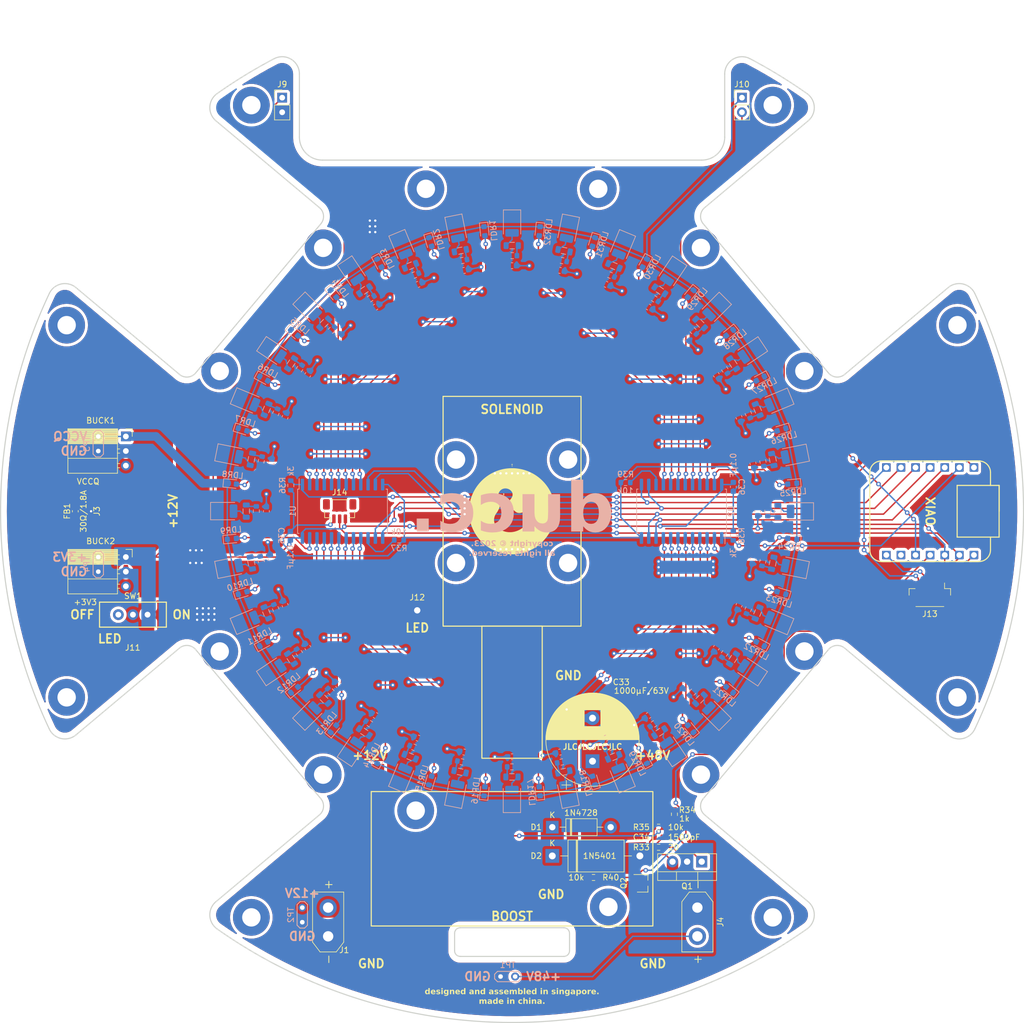
<source format=kicad_pcb>
(kicad_pcb (version 20221018) (generator pcbnew)
  (title_block (title "layer 1 pcb drawing") (date "2024-01-02") (rev "1.1") (company "8076ducc Robotics Competition Team"))
  (layers (0 "F.Cu" signal) (31 "B.Cu" signal) (34 "B.Paste" user) (35 "F.Paste" user) (36 "B.SilkS" user "B.Silkscreen") (37 "F.SilkS" user "F.Silkscreen") (38 "B.Mask" user) (39 "F.Mask" user) (44 "Edge.Cuts" user))
  (net 0 "")
  (net 1 "/LED")
  (net 2 "GND")
  (net 3 "+3V3")
  (net 4 "GNDA")
  (net 5 "/MUX1OUT")
  (net 6 "/MUX2OUT")
  (net 7 "/S0")
  (net 8 "/S1")
  (net 9 "/S3")
  (net 10 "/S2")
  (net 11 "/SOLENOIDON")
  (net 12 "Net-(Q1-S)")
  (net 13 "Net-(D1-K)")
  (net 14 "Net-(D2-A)")
  (net 15 "Net-(L1-Pad2)")
  (net 16 "Net-(C34-Pad1)")
  (net 18 "Net-(LED1-A)")
  (net 19 "Net-(LED2-A)")
  (net 20 "Net-(LED3-A)")
  (net 21 "/TX")
  (net 22 "/RX")
  (net 23 "Net-(LED4-A)")
  (net 24 "Net-(LED5-A)")
  (net 25 "Net-(LED6-A)")
  (net 26 "Net-(L2-Pad2)")
  (net 27 "Net-(LED7-A)")
  (net 28 "Net-(L3-Pad2)")
  (net 29 "Net-(LED8-A)")
  (net 30 "Net-(L4-Pad2)")
  (net 31 "Net-(LED9-A)")
  (net 32 "Net-(L5-Pad2)")
  (net 33 "Net-(LED10-A)")
  (net 34 "Net-(L6-Pad2)")
  (net 35 "Net-(LED11-A)")
  (net 36 "Net-(L7-Pad2)")
  (net 37 "Net-(LED12-A)")
  (net 38 "Net-(L8-Pad2)")
  (net 39 "Net-(LED13-A)")
  (net 40 "Net-(L9-Pad2)")
  (net 41 "Net-(LED14-A)")
  (net 42 "Net-(L10-Pad2)")
  (net 43 "Net-(LED15-A)")
  (net 44 "Net-(L11-Pad2)")
  (net 45 "Net-(LED16-A)")
  (net 46 "Net-(L12-Pad2)")
  (net 47 "Net-(LED17-A)")
  (net 48 "Net-(L13-Pad2)")
  (net 49 "Net-(LED18-A)")
  (net 50 "Net-(L14-Pad2)")
  (net 51 "Net-(LED19-A)")
  (net 52 "Net-(L15-Pad2)")
  (net 53 "Net-(LED20-A)")
  (net 54 "Net-(L16-Pad2)")
  (net 55 "Net-(LED21-A)")
  (net 56 "Net-(L17-Pad2)")
  (net 57 "Net-(LED22-A)")
  (net 58 "Net-(L18-Pad2)")
  (net 59 "Net-(LED23-A)")
  (net 60 "Net-(L19-Pad2)")
  (net 61 "Net-(LED24-A)")
  (net 62 "Net-(L20-Pad2)")
  (net 63 "Net-(LED25-A)")
  (net 64 "Net-(L21-Pad2)")
  (net 65 "Net-(LED26-A)")
  (net 66 "Net-(L22-Pad2)")
  (net 67 "Net-(LED27-A)")
  (net 68 "Net-(L23-Pad2)")
  (net 69 "Net-(LED28-A)")
  (net 70 "Net-(L24-Pad2)")
  (net 71 "Net-(LED29-A)")
  (net 72 "Net-(L25-Pad2)")
  (net 73 "Net-(LED30-A)")
  (net 74 "Net-(L26-Pad2)")
  (net 75 "Net-(LED31-A)")
  (net 76 "Net-(L27-Pad2)")
  (net 77 "Net-(LED32-A)")
  (net 78 "Net-(L28-Pad2)")
  (net 79 "Net-(U1-I0)")
  (net 80 "Net-(L29-Pad2)")
  (net 81 "Net-(U1-I1)")
  (net 82 "Net-(L30-Pad2)")
  (net 83 "Net-(U1-I2)")
  (net 84 "Net-(L31-Pad2)")
  (net 85 "Net-(U1-I3)")
  (net 86 "Net-(L32-Pad2)")
  (net 87 "+12V")
  (net 88 "+48V")
  (net 89 "Net-(U1-I4)")
  (net 90 "Net-(U1-I5)")
  (net 91 "Net-(U1-I6)")
  (net 92 "Net-(U1-I7)")
  (net 93 "Net-(U1-I8)")
  (net 94 "Net-(U1-I9)")
  (net 95 "Net-(U1-I10)")
  (net 96 "Net-(U1-I11)")
  (net 97 "Net-(U1-I12)")
  (net 98 "Net-(U1-I13)")
  (net 99 "Net-(U1-I14)")
  (net 100 "Net-(U1-I15)")
  (net 101 "Net-(U2-I0)")
  (net 102 "Net-(U2-I1)")
  (net 103 "Net-(U2-I2)")
  (net 104 "Net-(U2-I3)")
  (net 105 "Net-(U2-I4)")
  (net 106 "Net-(U2-I5)")
  (net 107 "Net-(U2-I6)")
  (net 108 "Net-(U2-I7)")
  (net 109 "Net-(U2-I8)")
  (net 110 "Net-(U2-I9)")
  (net 111 "Net-(U2-I10)")
  (net 112 "Net-(U2-I11)")
  (net 113 "Net-(U2-I12)")
  (net 114 "Net-(U2-I13)")
  (net 115 "Net-(U2-I14)")
  (net 116 "Net-(U2-I15)")
  (net 117 "Net-(Q1-G)")
  (net 118 "Net-(U1-~{E})")
  (net 119 "Net-(U2-~{E})")
  (net 120 "+5V")
  (net 121 "/BALL")
  (net 122 "VCCQ")
  (net 123 "GNDD")
  (footprint "Capacitor_THT:CP_Radial_D16.0mm_P7.50mm" (layer "F.Cu") (at 119 148.512754 90)
    (fp_text reference "C33")
    (fp_text value "1000µF/63V")
  )
  (footprint "Resistor_SMD:R_0603_1608Metric" (layer "F.Cu") (at 119.175 168.75 180)
    (fp_text reference "R40")
    (fp_text value "10k")
  )
  (footprint "Resistor_SMD:R_0603_1608Metric" (layer "F.Cu") (at 130.5 163.5 180)
    (fp_text reference "R33")
    (fp_text value "20")
  )
  (footprint "Connector_Wire:SolderWirePad_1x01_SMD_5x10mm" (layer "F.Cu") (at 129.5 177)
    (fp_text reference "J8" hide)
    (fp_text value "Conn_01x01_Socket")
  )
  (footprint "MountingHole:MountingHole_3.2mm_M3_Pad" (layer "F.Cu") (at 150.362 34.3015)
    (fp_text reference "H21")
    (fp_text value "MountingHole")
  )
  (footprint "MountingHole:MountingHole_3.2mm_M3_Pad" (layer "F.Cu") (at 155.865 129.405)
    (fp_text reference "H22")
    (fp_text value "MountingHole")
  )
  (footprint "MountingHole:MountingHole_3.2mm_M3_Pad" (layer "F.Cu") (at 27.4985 72.6037)
    (fp_text reference "H1")
    (fp_text value "MountingHole")
  )
  (footprint "Diode_THT:D_DO-41_SOD81_P10.16mm_Horizontal" (layer "F.Cu") (at 112 160)
    (fp_text reference "D1")
    (fp_text value "1N4728")
  )
  (footprint "MountingHole:MountingHole_3.2mm_M3_Pad" (layer "F.Cu") (at 120 48.8685)
    (fp_text reference "H5")
    (fp_text value "MountingHole")
  )
  (footprint "Connector_PinSocket_2.54mm:PinSocket_1x03_P2.54mm_Horizontal" (layer "F.Cu") (at 37.8 91.975)
    (fp_text reference "BUCK1")
    (fp_text value "VCCQ")
  )
  (footprint "Connector_Wire:SolderWirePad_1x01_SMD_5x10mm" (layer "F.Cu") (at 39 105 90)
    (fp_text reference "J3")
    (fp_text value "Conn_01x01_Socket")
  )
  (footprint "Package_TO_SOT_SMD:TSOT-23" (layer "F.Cu") (at 127.69 169.75)
    (fp_text reference "Q2")
    (fp_text value "MOSFET-NCH-AO3404A")
  )
  (footprint "MountingHole:MountingHole_3.2mm_M3_Pad" (layer "F.Cu") (at 114.75 114)
    (fp_text reference "H12")
    (fp_text value "MountingHole")
  )
  (footprint "MountingHole:MountingHole_3.2mm_M3_Pad" (layer "F.Cu") (at 137.867 150.854)
    (fp_text reference "H6")
    (fp_text value "MountingHole")
  )
  (footprint "MountingHole:MountingHole_3.2mm_M3_Pad" (layer "F.Cu") (at 72.133128 59.145717)
    (fp_text reference "H9")
    (fp_text value "MountingHole")
  )
  (footprint "Capacitor_SMD:C_0603_1608Metric" (layer "F.Cu") (at 29 105 90)
    (fp_text reference "FB1")
    (fp_text value "30Ω/1.8A")
  )
  (footprint "MountingHole:MountingHole_3.2mm_M3_Pad" (layer "F.Cu") (at 59.6379 175.699)
    (fp_text reference "H14")
    (fp_text value "MountingHole")
  )
  (footprint "MountingHole:MountingHole_3.2mm_M3_Pad" (layer "F.Cu") (at 88.236 157.118)
    (fp_text reference "H23")
    (fp_text value "MountingHole")
  )
  (footprint "Connector_Wire:SolderWirePad_1x01_SMD_1x2mm" (layer "F.Cu") (at 111.8 169.6 90)
    (fp_text reference "J15" hide)
    (fp_text value "Conn_01x01_Socket")
  )
  (footprint "MountingHole:MountingHole_3.2mm_M3_Pad" (layer "F.Cu") (at 54.1351 129.405)
    (fp_text reference "H11")
    (fp_text value "MountingHole")
  )
  (footprint "MountingHole:MountingHole_3.2mm_M3_Pad" (layer "F.Cu") (at 95.25 96)
    (fp_text reference "H8")
    (fp_text value "MountingHole")
  )
  (footprint "MountingHole:MountingHole_3.2mm_M3_Pad" (layer "F.Cu") (at 137.867 59.1457)
    (fp_text reference "H18")
    (fp_text value "MountingHole")
  )
  (footprint "MountingHole:MountingHole_3.2mm_M3_Pad" (layer "F.Cu") (at 182.501 72.6037)
    (fp_text reference "H2")
    (fp_text value "MountingHole")
  )
  (footprint "MountingHole:MountingHole_3.2mm_M3_Pad" (layer "F.Cu") (at 95.25 114)
    (fp_text reference "H17")
    (fp_text value "MountingHole")
  )
  (footprint "LOGO" (layer "F.Cu") (at 105 105)
    (fp_text reference "G***" hide)
    (fp_text value "LOGO" hide)
  )
  (footprint "MountingHole:MountingHole_3.2mm_M3_Pad" (layer "F.Cu") (at 150.362 175.699)
    (fp_text reference "H4")
    (fp_text value "MountingHole")
  )
  (footprint "MountingHole:MountingHole_3.2mm_M3_Pad" (layer "F.Cu") (at 121.764 173.882)
    (fp_text reference "H24")
    (fp_text value "MountingHole")
  )
  (footprint "Connector_PinSocket_2.54mm:PinSocket_1x03_P2.54mm_Horizontal" (layer "F.Cu") (at 37.8 112.975)
    (fp_text reference "BUCK2")
    (fp_text value "+3V3")
  )
  (footprint "libraries:xiao-esp32c3" (layer "F.Cu") (at 177.75 105 -90)
    (fp_text reference "U3" hide)
    (fp_text value "MOUDLE-SEEEDUINO-XIAO-ESP32C3" hide)
  )
  (footprint "MountingHole:MountingHole_3.2mm_M3_Pad" (layer "F.Cu") (at 90 48.8685)
    (fp_text reference "H13")
    (fp_text value "MountingHole")
  )
  (footprint "Connector_JST:JST_SH_BM03B-SRSS-TB_1x03-1MP_P1.00mm_Vertical" (layer "F.Cu") (at 75 105)
    (fp_text reference "J14")
    (fp_text value "SH1.0 3P")
  )
  (footprint "MountingHole:MountingHole_3.2mm_M3_Pad" (layer "F.Cu") (at 72.1331 150.854)
    (fp_text reference "H3")
    (fp_text value "MountingHole")
  )
  (footprint "Connector_JST:JST_SH_BM05B-SRSS-TB_1x05-1MP_P1.00mm_Vertical" (layer "F.Cu") (at 177.7 119.575 180)
    (fp_text reference "J13")
    (fp_text value "SH1.0 5P")
  )
  (footprint "Connector_Wire:SolderWirePad_1x01_SMD_5x10mm" (layer "F.Cu") (at 129.5 154)
    (fp_text reference "J7" hide)
    (fp_text value "Conn_01x01_Socket")
  )
  (footprint "MountingHole:MountingHole_3.2mm_M3_Pad" (layer "F.Cu") (at 54.1351 80.595)
    (fp_text reference "H16")
    (fp_text value "MountingHole")
  )
  (footprint "Connector_Wire:SolderWirePad_1x01_SMD_1x2mm" (layer "F.Cu") (at 39 127.25 90)
    (fp_text reference "J11")
    (fp_text value "Conn_01x01_Socket")
  )
  (footprint "Connector_Wire:SolderWirePad_1x01_SMD_5x10mm" (layer "F.Cu") (at 80.25 154)
    (fp_text reference "J5" hide)
    (fp_text value "Conn_01x01_Socket")
  )
  (footprint "Connector_AMASS:AMASS_XT30UPB-F_1x02_P5.0mm_Vertical" (layer "F.Cu") (at 137.25 174 -90)
    (fp_text reference "J4")
    (fp_text value "XT30PW-F")
  )
  (footprint "MountingHole:MountingHole_3.2mm_M3_Pad" (layer "F.Cu") (at 59.6379 34.3015)
    (fp_text reference "H10")
    (fp_text value "MountingHole")
  )
  (footprint "LOGO" (layer "F.Cu") (at 105 97)
    (fp_text reference "G***" hide)
    (fp_text value "LOGO" hide)
  )
  (footprint "Capacitor_SMD:C_0603_1608Metric" (layer "F.Cu") (at 130.5 161.75 180)
    (fp_text reference "C34")
    (fp_text value "1500pF")
  )
  (footprint "Resistor_SMD:R_0603_1608Metric" (layer "F.Cu") (at 133.25 157.75 90)
    (fp_text reference "R34")
    (fp_text value "1k")
  )
  (footprint "Connector_AMASS:AMASS_XT30UPB-F_1x02_P5.0mm_Vertical" (layer "F.Cu") (at 73 179 90)
    (fp_text reference "J1")
    (fp_text value "XT30-F")
  )
  (footprint "Package_TO_SOT_THT:TO-220-3_Vertical" (layer "F.Cu") (at 138 166 180)
    (fp_text reference "Q1")
    (fp_text value "MOSFET-NCH-FQP30N06L")
  )
  (footprint "MountingHole:MountingHole_3.2mm_M3_Pad" (layer "F.Cu") (at 182.501 137.396)
    (fp_text reference "H19")
    (fp_text value "MountingHole")
  )
  (footprint "Connector_Wire:SolderWire-0.5sqmm_1x01_D0.9mm_OD2.1mm" (layer "F.Cu") (at 88.5 122.25)
    (fp_text reference "J12")
    (fp_text value "Conn_01x01_Socket")
  )
  (footprint "Resistor_SMD:R_0603_1608Metric" (layer "F.Cu") (at 130.5 160 180)
    (fp_text reference "R35")
    (fp_text value "10k")
  )
  (footprint "MountingHole:MountingHole_3.2mm_M3_Pad" (layer "F.Cu") (at 155.865 80.595)
    (fp_text reference "H15")
    (fp_text value "MountingHole")
  )
  (footprint "Connector_PinHeader_2.54mm:PinHeader_1x02_P2.54mm_Vertical" (layer "F.Cu") (at 65 33)
    (fp_text reference "J9")
    (fp_text value "Conn_01x02_Pin")
  )
  (footprint "MountingHole:MountingHole_3.2mm_M3_Pad" (layer "F.Cu") (at 27.4985 137.396)
    (fp_text reference "H20")
    (fp_text value "MountingHole")
  )
  (footprint "Diode_THT:D_DO-27_P15.24mm_Horizontal" (layer "F.Cu") (at 112 165)
    (fp_text reference "D2")
    (fp_text value "1N5401")
  )
  (footprint "Connector_Wire:SolderWirePad_1x01_SMD_5x10mm" (layer "F.Cu") (at 80.5 177)
    (fp_text reference "J6" hide)
    (fp_text value "Conn_01x01_Socket")
  )
  (footprint "Connector_Wire:SolderWirePad_1x01_SMD_1x2mm" (layer "F.Cu") (at 114.8 135.6 90)
    (fp_text reference "J2" hide)
    (fp_text value "Conn_01x01_Socket")
  )
  (footprint "Switches:SWITCH_SPDT_PTH_11.6X4.0MM" (layer "F.Cu") (at 39.0322 123 -90)
    (fp_text reference "SW1")
    (fp_text value "SW_SPDT")
  )
  (footprint "Connector_PinHeader_2.54mm:PinHeader_1x02_P2.54mm_Vertical" (layer "F.Cu") (at 145 33)
    (fp_text reference "J10")
    (fp_text value "Conn_01x02_Pin")
  )
  (footprint "MountingHole:MountingHole_3.2mm_M3_Pad" (layer "F.Cu") (at 114.75 96)
    (fp_text reference "H7")
    (fp_text value "MountingHole")
  )
  (footprint "Capacitor_SMD:C_0603_1608Metric" (layer "B.Cu") (at 81.249373 140.545326 146.25)
    (fp_text reference "C14" hide)
    (fp_text value "1uF" hide)
  )
  (footprint "Inductor_SMD:L_0805_2012Metric" (layer "B.Cu") (at 150.366196 96.001592 -78.75)
    (fp_text reference "L26" hide)
    (fp_text value "10µH" hide)
  )
  (footprint "Capacitor_Tantalum_SMD:CP_EIA-3528-12_Kemet-T" (layer "B.Cu") (at 151.18441 124.157269 157.5)
    (fp_text reference "LED23" hide)
    (fp_text value "WHITE 3528" hide)
  )
  (footprint "Capacitor_Tantalum_SMD:CP_EIA-3528-12_Kemet-T" (layer "B.Cu") (at 154.034387 114.779036 168.75)
    (fp_text reference "LED24" hide)
    (fp_text value "WHITE 3528" hide)
  )
  (footprint "Capacitor_SMD:C_0603_1608Metric" (layer "B.Cu") (at 143.5 100.75 -90)
    (fp_text reference "C36")
    (fp_text value "0.1μF")
  )
  (footprint "Inductor_SMD:L_0805_2012Metric" (layer "B.Cu") (at 62.261005 122.676012 112.5)
    (fp_text reference "L11" hide)
    (fp_text value "10µH" hide)
  )
  (footprint "Resistor_SMD:R_0603_1608Metric" (layer "B.Cu") (at 122.05251 63.896928 -22.5)
    (fp_text reference "R31" hide)
    (fp_text value "0R39" hide)
  )
  (footprint "Capacitor_SMD:C_0603_1608Metric" (layer "B.Cu") (at 81.249373 69.454674 33.75)
    (fp_text reference "C4" hide)
    (fp_text value "1uF" hide)
  )
  (footprint "Resistor_SMD:R_0603_1608Metric" (layer "B.Cu") (at 142.014287 80.297911 -56.25)
    (fp_text reference "R28" hide)
    (fp_text value "0R39" hide)
  )
  (footprint "Resistor_SMD:R_0603_1608Metric" (layer "B.Cu") (at 66.5 100.5 -90)
    (fp_text reference "R36")
    (fp_text value "3k")
  )
  (footprint "Resistor_SMD:R_0603_1608Metric" (layer "B.Cu") (at 104.975 149.5 180)
    (fp_text reference "R17" hide)
    (fp_text value "0R39" hide)
  )
  (footprint "Diode_SMD:D_0603_1608Metric" (layer "B.Cu") (at 73.914729 67.122488 -50.625)
    (fp_text reference "LDR4")
    (fp_text value "ALS-PT19-315C" hide)
  )
  (footprint "Capacitor_Tantalum_SMD:CP_EIA-3528-12_Kemet-T" (layer "B.Cu") (at 55 104.975)
    (fp_text reference "LED9" hide)
    (fp_text value "WHITE 3528" hide)
  )
  (footprint "Diode_SMD:D_0603_1608Metric" (layer "B.Cu") (at 119.223949 58.109923 -106.875)
    (fp_text reference "LDR31")
    (fp_text value "ALS-PT19-315C" hide)
  )
  (footprint "Resistor_SMD:R_0603_1608Metric" (layer "B.Cu") (at 129.743662 68.013492 -33.75)
    (fp_text reference "R30" hide)
    (fp_text value "0R39" hide)
  )
  (footprint "Capacitor_Tantalum_SMD:CP_EIA-3528-12_Kemet-T" (layer "B.Cu") (at 55.965613 95.220964 -11.25)
    (fp_text reference "LED8" hide)
    (fp_text value "WHITE 3528" hide)
  )
  (footprint "Inductor_SMD:L_0805_2012Metric" (layer "B.Cu") (at 79.28409 143.44158 146.25)
    (fp_text reference "L14" hide)
    (fp_text value "10µH" hide)
  )
  (footprint "Capacitor_Tantalum_SMD:CP_EIA-3528-12_Kemet-T" (layer "B.Cu") (at 140.337661 140.373017 135)
    (fp_text reference "LED21" hide)
    (fp_text value "WHITE 3528" hide)
  )
  (footprint "Capacitor_Tantalum_SMD:CP_EIA-3528-12_Kemet-T" (layer "B.Cu") (at 69.626983 140.337661 45)
    (fp_text reference "LED13" hide)
    (fp_text value "WHITE 3528" hide)
  )
  (footprint "Diode_SMD:D_0603_1608Metric" (layer "B.Cu") (at 142.877512 73.914729 -140.625)
    (fp_text reference "LDR28")
    (fp_text value "ALS-PT19-315C" hide)
  )
  (footprint "Capacitor_SMD:C_0603_1608Metric" (layer "B.Cu") (at 88.640283 65.50415 22.5)
    (fp_text reference "C3" hide)
    (fp_text value "1uF" hide)
  )
  (footprint "Capacitor_SMD:C_0603_1608Metric" (layer "B.Cu") (at 128.750627 69.454674 -33.75)
    (fp_text reference "C30" hide)
    (fp_text value "1uF" hide)
  )
  (footprint "Resistor_SMD:R_0603_1608Metric" (layer "B.Cu") (at 113.657 148.649822 -168.75)
    (fp_text reference "R18" hide)
    (fp_text value "0R39" hide)
  )
  (footprint "Inductor_SMD:L_0805_2012Metric" (layer "B.Cu") (at 137.686011 137.721366 -135)
    (fp_text reference "L21" hide)
    (fp_text value "10µH" hide)
  )
  (footprint "Resistor_SMD:R_0603_1608Metric" (layer "B.Cu") (at 63.877794 122.006316 112.5)
    (fp_text reference "R11" hide)
    (fp_text value "0R39" hide)
  )
  (footprint "Inductor_SMD:L_0805_2012Metric" (layer "B.Cu") (at 79.325663 66.530641 33.75)
    (fp_text reference "L4" hide)
    (fp_text value "10µH" hide)
  )
  (footprint "Inductor_SMD:L_0805_2012Metric" (layer "B.Cu") (at 95.952553 150.356442 168.75)
    (fp_text reference "L16" hide)
    (fp_text value "10µH" hide)
  )
  (footprint "Resistor_SMD:R_0603_1608Metric" (layer "B.Cu") (at 85.325 110)
    (fp_text reference "R37")
    (fp_text value "10k")
  )
  (footprint "Diode_SMD:D_0603_1608Metric" (layer "B.Cu") (at 67.122487 73.914729 -39.375)
    (fp_text reference "LDR5")
    (fp_text value "ALS-PT19-315C" hide)
  )
  (footprint "Resistor_SMD:R_0603_1608Metric" (layer "B.Cu") (at 80.297911 67.985713 33.75)
    (fp_text reference "R4" hide)
    (fp_text value "0R39" hide)
  )
  (footprint "Resistor_SMD:R_0603_1608Metric" (layer "B.Cu") (at 136.448574 136.483929 -135)
    (fp_text reference "R21" hide)
    (fp_text value "0R39" hide)
  )
  (footprint "Inductor_SMD:L_0805_2012Metric" (layer "B.Cu") (at 87.277794 147.719861 157.5)
    (fp_text reference "L15" hide)
    (fp_text value "10µH" hide)
  )
  (footprint "Resistor_SMD:R_0603_1608Metric" (layer "B.Cu") (at 148.640068 113.706039 -101.25)
    (fp_text reference "R24" hide)
    (fp_text value "0R39" hide)
  )
  (footprint "Resistor_SMD:R_0603_1608Metric" (layer "B.Cu") (at 136.483929 73.551426 -45)
    (fp_text reference "R29" hide)
    (fp_text value "0R39" hide)
  )
  (footprint "Capacitor_Tantalum_SMD:CP_EIA-3528-12_Kemet-T" (layer "B.Cu") (at 155 105.025 180)
    (fp_text reference "LED25" hide)
    (fp_text value "WHITE 3528" hide)
  )
  (footprint "Diode_SMD:D_0603_1608Metric" (layer "B.Cu") (at 148.214142 128.09844 151.875)
    (fp_text reference "LDR22")
    (fp_text value "ALS-PT19-315C" hide)
  )
  (footprint "Diode_SMD:D_0603_1608Metric" (layer "B.Cu") (at 136.085271 142.877512 129.375)
    (fp_text reference "LDR20")
    (fp_text value "ALS-PT19-315C" hide)
  )
  (footprint "Capacitor_SMD:C_0603_1608Metric" (layer "B.Cu") (at 105 62.25)
    (fp_text reference "C1" hide)
    (fp_text value "1uF" hide)
  )
  (footprint "Inductor_SMD:L_0805_2012Metric" (layer "B.Cu") (at 114.047447 59.643558 -11.25)
    (fp_text reference "L32" hide)
    (fp_text value "10µH" hide)
  )
  (footprint "Capacitor_SMD:C_0603_1608Metric" (layer "B.Cu") (at 88.640283 144.49585 157.5)
    (fp_text reference "C15" hide)
    (fp_text value "1uF" hide)
  )
  (footprint "Inductor_SMD:L_0805_2012Metric" (layer "B.Cu") (at 72.278634 137.686011 135)
    (fp_text reference "L13" hide)
    (fp_text value "10µH" hide)
  )
  (footprint "Inductor_SMD:L_0805_2012Metric" (layer "B.Cu") (at 151.25 105.025 -90)
    (fp_text reference "L25" hide)
    (fp_text value "10µH" hide)
  )
  (footprint "Resistor_SMD:R_0603_1608Metric" (layer "B.Cu") (at 87.94749 146.103072 157.5)
    (fp_text reference "R15" hide)
    (fp_text value "0R39" hide)
  )
  (footprint "Diode_SMD:D_0603_1608Metric" (layer "B.Cu") (at 109.80284 153.764052 95.625)
    (fp_text reference "LDR17")
    (fp_text value "ALS-PT19-315C" hide)
  )
  (footprint "Inductor_SMD:L_0805_2012Metric" (layer "B.Cu") (at 58.75 104.975 90)
    (fp_text reference "L9" hide)
    (fp_text value "10µH" hide)
  )
  (footprint "Inductor_SMD:L_0805_2012Metric" (layer "B.Cu") (at 130.674337 143.469359 -146.25)
    (fp_text reference "L20" hide)
    (fp_text value "10µH" hide)
  )
  (footprint "TestPoint:TestPoint_2Pads_Pitch2.54mm_Drill0.8mm" (layer "B.Cu") (at 33 91.975 -90)
    (fp_text reference "TP3")
    (fp_text value "TestPoint_2Pole")
  )
  (footprint "Capacitor_SMD:C_0603_1608Metric" (layer "B.Cu") (at 105 147.75 180)
    (fp_text reference "C17" hide)
    (fp_text value "1uF" hide)
  )
  (footprint "Inductor_SMD:L_0805_2012Metric" (layer "B.Cu") (at 66.530641 130.674337 123.75)
    (fp_text reference "L12" hide)
    (fp_text value "10µH" hide)
  )
  (footprint "Capacitor_SMD:C_0603_1608Metric" (layer "B.Cu") (at 146.928571 96.659889 -78.75)
    (fp_text reference "C26" hide)
    (fp_text value "1uF" hide)
  )
  (footprint "Capacitor_SMD:C_0603_1608Metric" (layer "B.Cu") (at 128.750627 140.545326 -146.25)
    (fp_text reference "C20" hide)
    (fp_text value "1uF" hide)
  )
  (footprint "Capacitor_SMD:C_0603_1608Metric" (layer "B.Cu") (at 121.359717 65.50415 -22.5)
    (fp_text reference "C31" hide)
    (fp_text value "1uF" hide)
  )
  (footprint "Inductor_SMD:L_0805_2012Metric" (layer "B.Cu") (at 66.55842 79.28409 56.25)
    (fp_text reference "L6" hide)
    (fp_text value "10µH" hide)
  )
  (footprint "Capacitor_Tantalum_SMD:CP_EIA-3528-12_Kemet-T" (layer "B.Cu") (at 58.81559 85.842731 -22.5)
    (fp_text reference "LED7" hide)
    (fp_text value "WHITE 3528" hide)
  )
  (footprint "Capacitor_SMD:C_0603_1608Metric" (layer "B.Cu") (at 66.425 109.275 90)
    (fp_text reference "C35")
    (fp_text value "0.1μF")
  )
  (footprint "Resistor_SMD:R_0603_1608Metric" (layer "B.Cu") (at 87.993684 63.877794 22.5)
    (fp_text reference "R3" hide)
    (fp_text value "0R39" hide)
  )
  (footprint "Diode_SMD:D_0603_1608Metric" (layer "B.Cu") (at 119.223949 151.890077 106.875)
    (fp_text reference "LDR18")
    (fp_text value "ALS-PT19-315C" hide)
  )
  (footprint "Resistor_SMD:R_0603_1608Metric" (layer "B.Cu") (at 105.025 60.5)
    (fp_text reference "R1" hide)
    (fp_text value "0R39" hide)
  )
  (footprint "Capacitor_SMD:C_0603_1608Metric" (layer "B.Cu") (at 140.545326 81.249373 -56.25)
    (fp_text reference "C28" hide)
    (fp_text value "1uF" hide)
  )
  (footprint "Capacitor_Tantalum_SMD:CP_EIA-3528-12_Kemet-T" (layer "B.Cu") (at 63.440409 77.200702 -33.75)
    (fp_text reference "LED6" hide)
    (fp_text value "WHITE 3528" hide)
  )
  (footprint "Inductor_SMD:L_0805_2012Metric" (layer "B.Cu") (at 143.469359 79.325663 -56.25)
    (fp_text reference "L28" hide)
    (fp_text value "10µH" hide)
  )
  (footprint "Inductor_SMD:L_0805_2012Metric" (layer "B.Cu") (at 147.719861 122.722206 -112.5)
    (fp_text reference "L23" hide)
    (fp_text value "10µH" hide)
  )
  (footprint "Diode_SMD:D_0603_1608Metric" (layer "B.Cu") (at 56.235948 109.80284 5.625)
    (fp_text reference "LDR9")
    (fp_text value "ALS-PT19-315C" hide)
  )
  (footprint "Capacitor_Tantalum_SMD:CP_EIA-3528-12_Kemet-T" (layer "B.Cu") (at 140.373017 69.662339 -135)
    (fp_text reference "LED29" hide)
    (fp_text value "WHITE 3528" hide)
  )
  (footprint "Diode_SMD:D_0603_1608Metric" (layer "B.Cu") (at 128.09844 148.214142 118.125)
    (fp_text reference "LDR19")
    (fp_text value "ALS-PT19-315C" hide)
  )
  (footprint "Resistor_SMD:R_0603_1608Metric" (layer "B.Cu") (at 113.706039 61.359932 -11.25)
    (fp_text reference "R32" hide)
    (fp_text value "0R39" hide)
  )
  (footprint "Resistor_SMD:R_0603_1608Metric" (layer "B.Cu") (at 129.702089 142.014287 -146.25)
    (fp_text reference "R20" hide)
    (fp_text value "0R39" hide)
  )
  (footprint "Capacitor_SMD:C_0603_1608Metric" (layer "B.Cu") (at 63.071429 113.340111 101.25)
    (fp_text reference "C10" hide)
    (fp_text value "1uF" hide)
  )
  (footprint "Diode_SMD:D_0603_1608Metric" (layer "B.Cu") (at 90.776051 58.109923 -73.125)
    (fp_text reference "LDR2")
    (fp_text value "ALS-PT19-315C" hide)
  )
  (footprint "Resistor_SMD:R_0603_1608Metric" (layer "B.Cu") (at 73.551426 73.516071 45)
    (fp_text reference "R5" hide)
    (fp_text value "0R39" hide)
  )
  (footprint "Diode_SMD:D_0603_1608Metric" (layer "B.Cu") (at 90.776051 151.890077 73.125)
    (fp_text reference "LDR15")
    (fp_text value "ALS-PT19-315C" hide)
  )
  (footprint "Resistor_SMD:R_0603_1608Metric" (layer "B.Cu") (at 149.5 105.025 -90)
    (fp_text reference "R25" hide)
    (fp_text value "0R39" hide)
  )
  (footprint "Inductor_SMD:L_0805_2012Metric" (layer "B.Cu") (at 59.633804 113.998408 101.25)
    (fp_text reference "L10" hide)
    (fp_text value "10µH" hide)
  )
  (footprint "Diode_SMD:D_0603_1608Metric" (layer "B.Cu") (at 148.214142 81.90156 -151.875)
    (fp_text reference "LDR27")
    (fp_text value "ALS-PT19-315C" hide)
  )
  (footprint "Capacitor_SMD:C_0603_1608Metric" (layer "B.Cu") (at 69.454674 81.249373 56.25)
    (fp_text reference "C6" hide)
    (fp_text value "1uF" hide)
  )
  (footprint "Inductor_SMD:L_0805_2012Metric" (layer "B.Cu") (at 113.998408 150.366196 -168.75)
    (fp_text reference "L18" hide)
    (fp_text value "10µH" hide)
  )
  (footprint "Capacitor_SMD:C_0603_1608Metric" (layer "B.Cu") (at 144.49585 121.359717 -112.5)
    (fp_text reference "C23" hide)
    (fp_text value "1uF" hide)
  )
  (footprint "Diode_SMD:D_0603_1608Metric" (layer "B.Cu") (at 81.90156 61.785858 -61.875)
    (fp_text reference "LDR3")
    (fp_text value "ALS-PT19-315C" hide)
  )
  (footprint "Inductor_SMD:L_0805_2012Metric" (layer "B.Cu") (at 72.313989 72.278634 45)
    (fp_text reference "L5" hide)
    (fp_text value "10µH" hide)
  )
  (footprint "Diode_SMD:D_0603_1608Metric" (layer "B.Cu") (at 61.785858 128.09844 28.125)
    (fp_text reference "LDR11")
    (fp_text value "ALS-PT19-315C" hide)
  )
  (footprint "Diode_SMD:D_0603_1608Metric" (layer "B.Cu") (at 56.235948 100.19716 -5.625)
    (fp_text reference "LDR8")
    (fp_text value "ALS-PT19-315C" hide)
  )
  (footprint "Inductor_SMD:L_0805_2012Metric" (layer "B.Cu") (at 122.676012 147.738995 -157.5)
    (fp_text reference "L19" hide)
    (fp_text value "10µH" hide)
  )
  (footprint "Capacitor_Tantalum_SMD:CP_EIA-3528-12_Kemet-T" (layer "B.Cu") (at 105 55 -90)
    (fp_text reference "LED1" hide)
    (fp_text value "WHITE 3528" hide)
  )
  (footprint "Capacitor_SMD:C_0603_1608Metric" (layer "B.Cu") (at 63.071429 96.659889 78.75)
    (fp_text reference "C8" hide)
    (fp_text value "1uF" hide)
  )
  (footprint "Capacitor_SMD:C_0603_1608Metric" (layer "B.Cu") (at 62.25 105 90)
    (fp_text reference "C9" hide)
    (fp_text value "1uF" hide)
  )
  (footprint "Inductor_SMD:L_0805_2012Metric" (layer "B.Cu") (at 96.001592 59.633804 11.25)
    (fp_text reference "L2" hide)
    (fp_text value "10µH" hide)
  )
  (footprint "Capacitor_Tantalum_SMD:CP_EIA-3528-12_Kemet-T" (layer "B.Cu") (at 132.799298 63.440409 -123.75)
    (fp_text reference "LED30" hide)
    (fp_text value "WHITE 3528" hide)
  )
  (footprint "Resistor_SMD:R_0603_1608Metric" (layer "B.Cu") (at 68.013492 80.256338 56.25)
    (fp_text reference "R6" hide)
    (fp_text value "0R39" hide)
  )
  (footprint "Capacitor_SMD:C_0603_1608Metric" (layer "B.Cu") (at 113.340111 146.928571 -168.75)
    (fp_text reference "C18" hide)
    (fp_text value "1uF" hide)
  )
  (footprint "Diode_SMD:D_0603_1608Metric" (layer "B.Cu") (at 153.764052 100.19716 -174.375)
    (fp_text reference "LDR25")
    (fp_text value "ALS-PT19-315C" hide)
  )
  (footprint "Capacitor_SMD:C_0603_1608Metric" (layer "B.Cu") (at 74.771185 74.771185 45)
    (fp_text reference "C5" hide)
    (fp_text value "1uF" hide)
  )
  (footprint "Capacitor_SMD:C_0603_1608Metric" (layer "B.Cu") (at 140.545326 128.750627 -123.75)
    (fp_text reference "C22" hide)
    (fp_text value "1uF" hide)
  )
  (footprint "Capacitor_Tantalum_SMD:CP_EIA-3528-12_Kemet-T" (layer "B.Cu") (at 58.796456 124.111075 22.5)
    (fp_text reference "LED11" hide)
    (fp_text value "WHITE 3528" hide)
  )
  (footprint "Capacitor_SMD:C_0603_1608Metric" (layer "B.Cu") (at 135.228815 135.228815 -135)
    (fp_text reference "C21" hide)
    (fp_text value "1uF" hide)
  )
  (footprint "Capacitor_SMD:C_0603_1608Metric" (layer "B.Cu") (at 144.49585 88.640283 -67.5)
    (fp_text reference "C27" hide)
    (fp_text value "1uF" hide)
  )
  (footprint "Capacitor_SMD:C_0603_1608Metric" (layer "B.Cu") (at 121.359717 144.49585 -157.5)
    (fp_text reference "C19" hide)
    (fp_text value "1uF" hide)
  )
  (footprint "Capacitor_Tantalum_SMD:CP_EIA-3528-12_Kemet-T" (layer "B.Cu") (at 154.044141 95.270004 -168.75)
    (fp_text reference "LED26" hide)
    (fp_text value "WHITE 3528" hide)
  )
  (footprint "Capacitor_SMD:C_0603_1608Metric" (layer "B.Cu") (at 135.228815 74.771185 -45)
    (fp_text reference "C29" hide)
    (fp_text value "1uF" hide)
  )
  (footprint "Resistor_SMD:R_0603_1608Metric" (layer "B.Cu") (at 146.122206 87.993684 -67.5)
    (fp_text reference "R27" hide)
    (fp_text value "0R39" hide)
  )
  (footprint "Capacitor_Tantalum_SMD:CP_EIA-3528-12_Kemet-T" (layer "B.Cu") (at 95.270004 55.955859 -78.75)
    (fp_text reference "LED2" hide)
    (fp_text value "WHITE 3528" hide)
  )
  (footprint "Resistor_SMD:R_0603_1608Metric" (layer "B.Cu") (at 67.985713 129.702089 123.75)
    (fp_text reference "R12" hide)
    (fp_text value "0R39" hide)
  )
  (footprint "Capacitor_SMD:C_0603_1608Metric" (layer "B.Cu") (at 96.659889 146.928571 168.75)
    (fp_text reference "C16" hide)
    (fp_text value "1uF" hide)
  )
  (footprint "Inductor_SMD:L_0805_2012Metric" (layer "B.Cu") (at 150.356442 114.047447 -101.25)
    (fp_text reference "L24" hide)
    (fp_text value "10µH" hide)
  )
  (footprint "Capacitor_Tantalum_SMD:CP_EIA-3528-12_Kemet-T" (layer "B.Cu") (at 77.242275 63.41263 -56.25)
    (fp_text reference "LED4" hide)
    (fp_text value "WHITE 3528" hide)
  )
  (footprint "Resistor_SMD:R_0603_1608Metric" (layer "B.Cu") (at 141.986508 129.743662 -123.75)
    (fp_text reference "R22" hide)
    (fp_text value "0R39" hide)
  )
  (footprint "Inductor_SMD:L_0805_2012Metric" (layer "B.Cu") (at 130.71591 66.55842 -33.75)
    (fp_text reference "L30" hide)
    (fp_text value "10µH" hide)
  )
  (footprint "Diode_SMD:D_0603_1608Metric" (layer "B.Cu") (at 151.890077 119.223949 163.125)
    (fp_text reference "LDR23")
    (fp_text value "ALS-PT19-315C" hide)
  )
  (footprint "Resistor_SMD:R_0603_1608Metric" (layer "B.Cu") (at 148.649822 96.343 -78.75)
    (fp_text reference "R26" hide)
    (fp_text value "0R39" hide)
  )
  (footprint "Resistor_SMD:R_0603_1608Metric" (layer "B.Cu") (at 63.896928 87.94749 67.5)
    (fp_text reference "R7" hide)
    (fp_text value "0R39" hide)
  )
  (footprint "Capacitor_SMD:C_0603_1608Metric" (layer "B.Cu") (at 96.659889 63.071429 11.25)
    (fp_text reference "C2" hide)
    (fp_text value "1uF" hide)
  )
  (footprint "Resistor_SMD:R_0603_1608Metric" (layer "B.Cu") (at 61.359932 96.293961 78.75)
    (fp_text reference "R8" hide)
    (fp_text value "0R39" hide)
  )
  (footprint "TestPoint:TestPoint_2Pads_Pitch2.54mm_Drill0.8mm" (layer "B.Cu") (at 33 112.975 -90)
    (fp_text reference "TP4")
    (fp_text value "TestPoint_2Pole")
  )
  (footprint "Diode_SMD:D_0603_1608Metric" (layer "B.Cu") (at 100.19716 153.764052 84.375)
    (fp_text reference "LDR16")
    (fp_text value "ALS-PT19-315C" hide)
  )
  (footprint "Resistor_SMD:R_0603_1608Metric" (layer "B.Cu") (at 146.103072 122.05251 -112.5)
    (fp_text reference "R23" hide)
    (fp_text value "0R39" hide)
  )
  (footprint "Diode_SMD:D_0603_1608Metric" (layer "B.Cu") (at 61.785858 81.90156 -28.125)
    (fp_text reference "LDR6")
    (fp_text value "ALS-PT19-315C" hide)
  )
  (footprint "Diode_SMD:D_0603_1608Metric" (layer "B.Cu") (at 128.09844 61.785858 -118.125)
    (fp_text reference "LDR30")
    (fp_text value "ALS-PT19-315C" hide)
  )
  (footprint "Inductor_SMD:L_0805_2012Metric" (layer "B.Cu") (at 122.722206 62.280139 -22.5)
    (fp_text reference "L31" hide)
    (fp_text value "10µH" hide)
  )
  (footprint "Inductor_SMD:L_0805_2012Metric" (layer "B.Cu") (at 143.44158 130.71591 -123.75)
    (fp_text reference "L22" hide)
    (fp_text value "10µH" hide)
  )
  (footprint "Diode_SMD:D_0603_1608Metric" (layer "B.Cu") (at 151.890077 90.776051 -163.125)
    (fp_text reference "LDR26")
    (fp_text value "ALS-PT19-315C" hide)
  )
  (footprint "Capacitor_SMD:C_0603_1608Metric" (layer "B.Cu") (at 65.50415 121.359717 112.5)
    (fp_text reference "C11" hide)
    (fp_text value "1uF" hide)
  )
  (footprint "Inductor_SMD:L_0805_2012Metric" (layer "B.Cu") (at 62.280139 87.277794 67.5)
    (fp_text reference "L7" hide)
    (fp_text value "10µH" hide)
  )
  (footprint "Capacitor_Tantalum_SMD:CP_EIA-3528-12_Kemet-T" (layer "B.Cu") (at 124.157269 58.81559 -112.5)
    (fp_text reference "LED31" hide)
    (fp_text value "WHITE 3528" hide)
  )
  (footprint "Capacitor_SMD:C_0603_1608Metric" (layer "B.Cu") (at 74.771185 135.228815 135)
    (fp_text reference "C13" hide)
    (fp_text value "1uF" hide)
  )
  (footprint "Capacitor_Tantalum_SMD:CP_EIA-3528-12_Kemet-T" (layer "B.Cu") (at 114.779036 55.965613 -101.25)
    (fp_text reference "LED32" hide)
    (fp_text value "WHITE 3528" hide)
  )
  (footprint "TestPoint:TestPoint_2Pads_Pitch2.54mm_Drill0.8mm" (layer "B.Cu") (at 105.54 186 180)
    (fp_text reference "TP1")
    (fp_text value "TestPoint_2Pole")
  )
  (footprint "Diode_SMD:D_0603_1608Metric" (layer "B.Cu") (at 67.122488 136.085271 39.375)
    (fp_text reference "LDR12")
    (fp_text value "ALS-PT19-315C" hide)
  )
  (footprint "Resistor_SMD:R_0603_1608Metric" (layer "B.Cu") (at 96.343 61.350178 11.25)
    (fp_text reference "R2" hide)
    (fp_text value "0R39" hide)
  )
  (footprint "Capacitor_Tantalum_SMD:CP_EIA-3528-12_Kemet-T" (layer "B.Cu") (at 132.757725 146.58737 123.75)
    (fp_text reference "LED20" hide)
    (fp_text value "WHITE 3528" hide)
  )
  (footprint "Inductor_SMD:L_0805_2012Metric" (layer "B.Cu") (at 87.323988 62.261005 22.5)
    (fp_text reference "L3" hide)
    (fp_text value "10µH" hide)
  )
  (footprint "Inductor_SMD:L_0805_2012Metric" (layer "B.Cu") (at 147.738995 87.323988 -67.5)
    (fp_text reference "L27" hide)
    (fp_text value "10µH" hide)
  )
  (footprint "Inductor_SMD:L_0805_2012Metric" (layer "B.Cu") (at 59.643558 95.952553 78.75)
    (fp_text reference "L8" hide)
    (fp_text value "10µH" hide)
  )
  (footprint "Resistor_SMD:R_0603_1608Metric" (layer "B.Cu") (at 96.293961 148.640068 168.75)
    (fp_text reference "R16" hide)
    (fp_text value "0R39" hide)
  )
  (footprint "Resistor_SMD:R_0603_1608Metric" (layer "B.Cu") (at 80.256338 141.986508 146.25)
    (fp_text reference "R14" hide)
    (fp_text value "0R39" hide)
  )
  (footprint "Capacitor_Tantalum_SMD:CP_EIA-3528-12_Kemet-T" (layer "B.Cu") (at 55.955859 114.729996 11.25)
    (fp_text reference "LED10" hide)
    (fp_text value "WHITE 3528" hide)
  )
  (footprint "Capacitor_Tantalum_SMD:CP_EIA-3528-12_Kemet-T" (layer "B.Cu") (at 95.220964 154.034387 78.75)
    (fp_text reference "LED16" hide)
    (fp_text value "WHITE 3528" hide)
  )
  (footprint "Inductor_SMD:L_0805_2012Metric" (layer "B.Cu") (at 137.721366 72.313989 -45)
    (fp_text reference "L29" hide)
    (fp_text value "10µH" hide)
  )
  (footprint "Package_SO:SOIC-24W_7.5x15.4mm_P1.27mm" (layer "B.Cu") (at 75.5 105 -90)
    (fp_text reference "U1")
    (fp_text value "CD74HC4067SM")
  )
  (footprint "Package_SO:SOIC-24W_7.5x15.4mm_P1.27mm" (layer "B.Cu") (at 134.5 105 90)
    (fp_text reference "U2")
    (fp_text value "CD74HC4067SM")
  )
  (footprint "TestPoint:TestPoint_2Pads_Pitch2.54mm_Drill0.8mm" (layer "B.Cu") (at 68.5 174 -90)
    (fp_text reference "TP2")
    (fp_text value "TestPoint_2Pole")
  )
  (footprint "Capacitor_Tantalum_SMD:CP_EIA-3528-12_Kemet-T" (layer "B.Cu") (at 146.559591 132.799298 146.25)
    (fp_text reference "LED22" hide)
    (fp_text value "WHITE 3528" hide)
  )
  (footprint "Diode_SMD:D_0603_1608Metric" (layer "B.Cu") (at 153.764052 109.80284 174.375)
    (fp_text reference "LDR24")
    (fp_text value "ALS-PT19-315C" hide)
  )
  (footprint "Capacitor_SMD:C_0603_1608Metric" (layer "B.Cu") (at 146.928571 113.340111 -101.25)
    (fp_text reference "C24" hide)
    (fp_text value "1uF" hide)
  )
  (footprint "Capacitor_SMD:C_0603_1608Metric" (layer "B.Cu") (at 69.454674 128.750627 123.75)
    (fp_text reference "C12" hide)
    (fp_text value "1uF" hide)
  )
  (footprint "Diode_SMD:D_0603_1608Metric" (layer "B.Cu") (at 58.109923 119.223949 16.875)
    (fp_text reference "LDR10")
    (fp_text value "ALS-PT19-315C" hide)
  )
  (footprint "Diode_SMD:D_0603_1608Metric" (layer "B.Cu") (at 136.085271 67.122487 -129.375)
    (fp_text reference "LDR29")
    (fp_text value "ALS-PT19-315C" hide)
  )
  (footprint "Capacitor_Tantalum_SMD:CP_EIA-3528-12_Kemet-T" (layer "B.Cu") (at 151.203544 85.888925 -157.5)
    (fp_text reference "LED27" hide)
    (fp_text value "WHITE 3528" hide)
  )
  (footprint "Diode_SMD:D_0603_1608Metric" (layer "B.Cu") (at 81.90156 148.214142 61.875)
    (fp_text reference "LDR14")
    (fp_text value "ALS-PT19-315C" hide)
  )
  (footprint "Capacitor_Tantalum_SMD:CP_EIA-3528-12_Kemet-T" (layer "B.Cu") (at 146.58737 77.242275 -146.25)
    (fp_text reference "LED28" hide)
    (fp_text value "WHITE 3528" hide)
  )
  (footprint "Diode_SMD:D_0603_1608Metric" (layer "B.Cu") (at 109.80284 56.235948 -95.625)
    (fp_text reference "LDR32")
    (fp_text value "ALS-PT19-315C" hide)
  )
  (footprint "Resistor_SMD:R_0603_1608Metric" (layer "B.Cu") (at 124.75 100 180)
    (fp_text reference "R39")
    (fp_text value "10k")
  )
  (footprint "Diode_SMD:D_0603_1608Metric" (layer "B.Cu") (at 100.19716 56.235948 -84.375)
    (fp_text reference "LDR1")
    (fp_text value "ALS-PT19-315C" hide)
  )
  (footprint "Inductor_SMD:L_0805_2012Metric" (layer "B.Cu") (at 104.975 151.25 180)
    (fp_text reference "L17" hide)
    (fp_text value "10µH" hide)
  )
  (footprint "Capacitor_Tantalum_SMD:CP_EIA-3528-12_Kemet-T" (layer "B.Cu") (at 85.842731 151.18441 67.5)
    (fp_text reference "LED15" hide)
    (fp_text value "WHITE 3528" hide)
  )
  (footprint "Capacitor_SMD:C_0603_1608Metric" (layer "B.Cu") (at 65.50415 88.640283 67.5)
    (fp_text reference "C7" hide)
    (fp_text value "1uF" hide)
  )
  (footprint "Resistor_SMD:R_0603_1608Metric" (layer "B.Cu") (at 73.516071 136.448574 135)
    (fp_text reference "R13" hide)
    (fp_text value "0R39" hide)
  )
  (footprint "Capacitor_Tantalum_SMD:CP_EIA-3528-12_Kemet-T" (layer "B.Cu") (at 124.111075 151.203544 112.5)
    (fp_text reference "LED19" hide)
    (fp_text value "WHITE 3528" hide)
  )
  (footprint "Capacitor_Tantalum_SMD:CP_EIA-3528-12_Kemet-T" (layer "B.Cu") (at 77.200702 146.559591 56.25)
    (fp_text reference "LED14" hide)
    (fp_text value "WHITE 3528" hide)
  )
  (footprint "Resistor_SMD:R_0603_1608Metric" (layer "B.Cu") (at 122.006316 146.122206 -157.5)
    (fp_text reference "R19" hide)
    (fp_text value "0R39" hide)
  )
  (footprint "Resistor_SMD:R_0603_1608Metric" (layer "B.Cu") (at 143.5 109.25 90)
    (fp_text reference "R38")
    (fp_text value "3k")
  )
  (footprint "Capacitor_Tantalum_SMD:CP_EIA-3528-12_Kemet-T" (layer "B.Cu") (at 104.975 155 90)
    (fp_text reference "LED17" hide)
    (fp_text value "WHITE 3528" hide)
  )
  (footprint "Diode_SMD:D_0603_1608Metric" (layer "B.Cu") (at 142.877513 136.085271 140.625)
    (fp_text reference "LDR21")
    (fp_text value "ALS-PT19-315C" hide)
  )
  (footprint "Capacitor_SMD:C_0603_1608Metric" (layer "B.Cu") (at 113.340111 63.071429 -11.25)
    (fp_text reference "C32" hide)
    (fp_text value "1uF" hide)
  )
  (footprint "Inductor_SMD:L_0805_2012Metric" (layer "B.Cu") (at 105.025 58.75)
    (fp_text reference "L1" hide)
    (fp_text value "10µH" hide)
  )
  (footprint "Diode_SMD:D_0603_1608Metric" (layer "B.Cu") (at 58.109923 90.776051 -16.875)
    (fp_text reference "LDR7")
    (fp_text value "ALS-PT19-315C" hide)
  )
  (footprint "Resistor_SMD:R_0603_1608Metric" (layer "B.Cu") (at 61.350178 113.657 101.25)
    (fp_text reference "R10" hide)
    (fp_text value "0R39" hide)
  )
  (footprint "Capacitor_SMD:C_0603_1608Metric" (layer "B.Cu") (at 147.75 105 -90)
    (fp_text reference "C25" hide)
    (fp_text value "1uF" hide)
  )
  (footprint "Diode_SMD:D_0603_1608Metric" (layer "B.Cu") (at 73.914729 142.877513 50.625)
    (fp_text reference "LDR13")
    (fp_text value "ALS-PT19-315C" hide)
  )
  (footprint "Resistor_SMD:R_0603_1608Metric" (layer "B.Cu") (at 60.5 104.975 90)
    (fp_text reference "R9" hide)
    (fp_text value "0R39" hide)
  )
  (footprint "Capacitor_Tantalum_SMD:CP_EIA-3528-12_Kemet-T" (layer "B.Cu") (at 85.888925 58.796456 -67.5)
    (fp_text reference "LED3" hide)
    (fp_text value "WHITE 3528" hide)
  )
  (footprint "Capacitor_Tantalum_SMD:CP_EIA-3528-12_Kemet-T" (layer "B.Cu") (at 114.729996 154.044141 101.25)
    (fp_text reference "LED18" hide)
    (fp_text value "WHITE 3528" hide)
  )
  (footprint "Capacitor_Tantalum_SMD:CP_EIA-3528-12_Kemet-T" (layer "B.Cu") (at 69.662339 69.626983 -45)
    (fp_text reference "LED5" hide)
    (fp_text value "WHITE 3528" hide)
  )
  (footprint "Capacitor_Tantalum_SMD:CP_EIA-3528-12_Kemet-T" (layer "B.Cu") (at 63.41263 132.757725 33.75)
    (fp_text reference "LED12" hide)
    (fp_text value "WHITE 3528" hide)
  )
  (gr_rect (start 99.75 125) (end 110.25 148) (stroke (width 0.2)) (fill none) (layer "F.SilkS"))
  (gr_rect locked (start 93 85) (end 117 125) (stroke (width 0.2)) (fill none) (layer "F.SilkS"))
  (gr_rect (start 80.5 153.8) (end 129.5 177.2) (stroke (width 0.2)) (fill none) (layer "F.SilkS"))
  (gr_line (start 138 43.868535) (end 72 43.868535) (stroke (width 0.2)) (layer "Edge.Cuts"))
  (gr_arc (start 142 28.868535) (mid 143.448549 26.300817) (end 146.395349 26.212786) (stroke (width 0.2)) (layer "Edge.Cuts"))
  (gr_line (start 47.124018 81.171795) (end 29.121973 66.066286) (stroke (width 0.2)) (layer "Edge.Cuts"))
  (gr_line (start 138.51626 52.141009) (end 156.518304 37.0355) (stroke (width 0.2)) (layer "Edge.Cuts"))
  (gr_line (start 160.058318 80.925281) (end 138.269746 54.958673) (stroke (width 0.2)) (layer "Edge.Cuts"))
  (gr_arc (start 156.319823 32.286344) (mid 157.587327 34.612098) (end 156.518304 37.0355) (stroke (width 0.2)) (layer "Edge.Cuts"))
  (gr_line (start 71.730254 54.958673) (end 49.941682 80.925281) (stroke (width 0.2)) (layer "Edge.Cuts"))
  (gr_line (start 156.518304 172.9645) (end 138.51626 157.858991) (stroke (width 0.2)) (layer "Edge.Cuts"))
  (gr_arc (start 115 181.5) (mid 114.707107 182.207107) (end 114 182.5) (stroke (width 0.2)) (layer "Edge.Cuts"))
  (gr_arc (start 156.319823 177.713656) (mid 105 194) (end 53.680177 177.713656) (stroke (width 0.2)) (layer "Edge.Cuts"))
  (gr_arc (start 47.124018 128.828205) (mid 48.583907 128.367901) (end 49.941682 129.074719) (stroke (width 0.2)) (layer "Edge.Cuts"))
  (gr_arc (start 24.479434 142.913566) (mid 16 105) (end 24.479434 67.086434) (stroke (width 0.2)) (layer "Edge.Cuts"))
  (gr_line (start 95 178.5) (end 95 181.5) (stroke (width 0.2)) (layer "Edge.Cuts"))
  (gr_arc (start 53.481696 37.0355) (mid 52.412716 34.612109) (end 53.68018 32.286342) (stroke (width 0.2)) (layer "Edge.Cuts"))
  (gr_line (start 138.269746 155.041327) (end 160.058318 129.074719) (stroke (width 0.2)) (layer "Edge.Cuts"))
  (gr_arc (start 185.520566 142.913566) (mid 183.450249 144.565677) (end 180.878027 143.933714) (stroke (width 0.2)) (layer "Edge.Cuts"))
  (gr_arc (start 138.51626 157.858991) (mid 137.809432 156.501213) (end 138.269746 155.041327) (stroke (width 0.2)) (layer "Edge.Cuts"))
  (gr_arc (start 162.875982 81.171795) (mid 161.416093 81.632099) (end 160.058318 80.925281) (stroke (width 0.2)) (layer "Edge.Cuts"))
  (gr_arc (start 72 43.868535) (mid 69.171561 42.696964) (end 68 39.868535) (stroke (width 0.2)) (layer "Edge.Cuts"))
  (gr_arc (start 63.604651 26.212786) (mid 66.551436 26.300843) (end 68 28.868535) (stroke (width 0.2)) (layer "Edge.Cuts"))
  (gr_line (start 180.878027 66.066286) (end 162.875982 81.171795) (stroke (width 0.2)) (layer "Edge.Cuts"))
  (gr_arc (start 53.680177 177.713656) (mid 52.412666 175.387891) (end 53.481696 172.9645) (stroke (width 0.2)) (layer "Edge.Cuts"))
  (gr_arc (start 96 182.5) (mid 95.292893 182.207107) (end 95 181.5) (stroke (width 0.2)) (layer "Edge.Cuts"))
  (gr_arc (start 53.68018 32.286342) (mid 58.543055 29.087204) (end 63.604651 26.212786) (stroke (width 0.2)) (layer "Edge.Cuts"))
  (gr_arc (start 160.058318 129.074719) (mid 161.416094 128.367912) (end 162.875982 128.828205) (stroke (width 0.2)) (layer "Edge.Cuts"))
  (gr_line (start 115 181.5) (end 115 178.5) (stroke (width 0.2)) (layer "Edge.Cuts"))
  (gr_line (start 142 28.868535) (end 142 39.868535) (stroke (width 0.2)) (layer "Edge.Cuts"))
  (gr_line (start 49.941682 129.074719) (end 71.730254 155.041327) (stroke (width 0.2)) (layer "Edge.Cuts"))
  (gr_line (start 71.48374 157.858991) (end 53.481696 172.9645) (stroke (width 0.2)) (layer "Edge.Cuts"))
  (gr_arc (start 180.878027 66.066286) (mid 183.450271 65.434331) (end 185.520587 67.08648) (stroke (width 0.2)) (layer "Edge.Cuts"))
  (gr_line (start 114 177.5) (end 96 177.5) (stroke (width 0.2)) (layer "Edge.Cuts"))
  (gr_line (start 162.875982 128.828205) (end 180.878027 143.933714) (stroke (width 0.2)) (layer "Edge.Cuts"))
  (gr_line (start 53.481696 37.0355) (end 71.48374 52.141009) (stroke (width 0.2)) (layer "Edge.Cuts"))
  (gr_arc (start 71.730254 155.041327) (mid 72.190561 156.501213) (end 71.48374 157.858991) (stroke (width 0.2)) (layer "Edge.Cuts"))
  (gr_arc (start 24.479434 67.086434) (mid 26.549751 65.434323) (end 29.121973 66.066286) (stroke (width 0.2)) (layer "Edge.Cuts"))
  (gr_arc (start 114 177.5) (mid 114.707107 177.792893) (end 115 178.5) (stroke (width 0.2)) (layer "Edge.Cuts"))
  (gr_arc (start 156.518304 172.9645) (mid 157.587322 175.387901) (end 156.319823 177.713656) (stroke (width 0.2)) (layer "Edge.Cuts"))
  (gr_arc (start 29.121973 143.933714) (mid 26.549749 144.565686) (end 24.479434 142.913566) (stroke (width 0.2)) (layer "Edge.Cuts"))
  (gr_arc (start 185.520587 67.08648) (mid 194 105.000025) (end 185.520566 142.913566) (stroke (width 0.2)) (layer "Edge.Cuts"))
  (gr_arc (start 146.395349 26.212786) (mid 151.456948 29.087204) (end 156.319823 32.286344) (stroke (width 0.2)) (layer "Edge.Cuts"))
  (gr_arc (start 49.941682 80.925281) (mid 48.583906 81.632088) (end 47.124018 81.171795) (stroke (width 0.2)) (layer "Edge.Cuts"))
  (gr_arc (start 138.269746 54.958673) (mid 137.809439 53.498787) (end 138.51626 52.141009) (stroke (width 0.2)) (layer "Edge.Cuts"))
  (gr_arc (start 142 39.868535) (mid 140.828415 42.696939) (end 138 43.868535) (stroke (width 0.2)) (layer "Edge.Cuts"))
  (gr_line (start 29.121973 143.933714) (end 47.124018 128.828205) (stroke (width 0.2)) (layer "Edge.Cuts"))
  (gr_arc (start 95 178.5) (mid 95.292893 177.792893) (end 96 177.5) (stroke (width 0.2)) (layer "Edge.Cuts"))
  (gr_line (start 96 182.5) (end 114 182.5) (stroke (width 0.2)) (layer "Edge.Cuts"))
  (gr_arc (start 71.48374 52.141009) (mid 72.190568 53.498787) (end 71.730254 54.958673) (stroke (width 0.2)) (layer "Edge.Cuts"))
  (gr_line (start 68 39.868535) (end 68 28.868535) (stroke (width 0.2)) (layer "Edge.Cuts"))
  (gr_text "+3V3" (at 31.25 112.975) (layer "B.SilkS") (effects (font (size 1.5 1.5) (thickness 0.3) bold) (justify left mirror)))
  (gr_text "GND" (at 31.25 115.515) (layer "B.SilkS") (effects (font (size 1.5 1.5) (thickness 0.3) bold) (justify left mirror)))
  (gr_text "+48V" (at 110.5 186) (layer "B.SilkS") (effects (font (size 1.5 1.5) (thickness 0.3) bold) (justify mirror)))
  (gr_text "ducc." (at 105 105) (layer "B.SilkS") (effects (font (size 8.5 8.5) (thickness 0.3) bold) (justify mirror)))
  (gr_text "copyright © 2023.\nall rights reserved." (at 105 111.5) (layer "B.SilkS") (effects (font (size 1 1) (thickness 0.25) bold) (justify mirror)))
  (gr_text "+12V" (at 68.5 171.5) (layer "B.SilkS") (effects (font (size 1.5 1.5) (thickness 0.3) bold) (justify mirror)))
  (gr_text "GND" (at 68.5 179) (layer "B.SilkS") (effects (font (size 1.5 1.5) (thickness 0.3) bold) (justify mirror)))
  (gr_text "VCCQ" (at 31.25 91.975) (layer "B.SilkS") (effects (font (size 1.5 1.5) (thickness 0.3) bold) (justify left mirror)))
  (gr_text "GND" (at 99 186) (layer "B.SilkS") (effects (font (size 1.5 1.5) (thickness 0.3) bold) (justify mirror)))
  (gr_text "GND" (at 31.25 94.515) (layer "B.SilkS") (effects (font (size 1.5 1.5) (thickness 0.3) bold) (justify left mirror)))
  (gr_text "LED" (at 88.5 125.3) (layer "F.SilkS") (effects (font (size 1.5 1.5) (thickness 0.3) bold)))
  (gr_text "OFF" (at 32.5 123) (layer "F.SilkS") (effects (font (size 1.5 1.5) (thickness 0.3) bold) (justify right)))
  (gr_text "designed and assembled in singapore.\nmade in china." (at 105 189.5) (layer "F.SilkS") (effects (font (size 1 1) (thickness 0.25) bold)))
  (gr_text "XIAO" (at 177.75 105 -90) (layer "F.SilkS") (effects (font (size 1.5 1.5) (thickness 0.3) bold)))
  (gr_text "+48V" (at 129.5 147.5) (layer "F.SilkS") (effects (font (size 1.5 1.5) (thickness 0.3) bold)))
  (gr_text "BOOST" (at 105 175.5) (layer "F.SilkS") (effects (font (size 1.5 1.5) (thickness 0.3))))
  (gr_text "LED" (at 35 127.2) (layer "F.SilkS") (effects (font (size 1.5 1.5) (thickness 0.3) bold)))
  (gr_text "GND" (at 114.8 133.6) (layer "F.SilkS") (effects (font (size 1.5 1.5) (thickness 0.3) bold)))
  (gr_text "SOLENOID" (at 105 87.25) (layer "F.SilkS") (effects (font (size 1.5 1.5) (thickness 0.3))))
  (gr_text "JLCJLCJLCJLC" (at 119 146) (layer "F.SilkS") (effects (font (size 1 1) (thickness 0.2) bold)))
  (gr_text "ON" (at 45.75 123) (layer "F.SilkS") (effects (font (size 1.5 1.5) (thickness 0.3) bold) (justify left)))
  (gr_text "GND" (at 111.8 171.7) (layer "F.SilkS") (effects (font (size 1.5 1.5) (thickness 0.3) bold)))
  (gr_text "+12V" (at 80.25 147.5) (layer "F.SilkS") (effects (font (size 1.5 1.5) (thickness 0.3) bold)))
  (gr_text "GND" (at 129.5 183.75) (layer "F.SilkS") (effects (font (size 1.5 1.5) (thickness 0.3) bold)))
  (gr_text "+12V" (at 46 105 90) (layer "F.SilkS") (effects (font (size 1.5 1.5) (thickness 0.3) bold)))
  (gr_text "GND" (at 80.5 183.75) (layer "F.SilkS") (effects (font (size 1.5 1.5) (thickness 0.3) bold)))
  (segment (start 128.75 134.75) (end 128.75 136.75) (width 0.25) (layer "F.Cu") (net 1))
  (via (at 102 98.4) (size 0.8) (drill 0.4) (layers "F.Cu" "B.Cu") (net 1))
  (via (at 102 111.6) (size 0.8) (drill 0.4) (layers "F.Cu" "B.Cu") (net 1))
  (via (at 105 98.4) (size 0.8) (drill 0.4) (layers "F.Cu" "B.Cu") (net 1))
  (via (at 106 111.6) (size 0.8) (drill 0.4) (layers "F.Cu" "B.Cu") (net 1))
  (via (at 107 98.4) (size 0.8) (drill 0.4) (layers "F.Cu" "B.Cu") (net 1))
  (via (at 107 111.6) (size 0.8) (drill 0.4) (layers "F.Cu" "B.Cu") (net 1))
  (via (at 108 111.6) (size 0.8) (drill 0.4) (layers "F.Cu" "B.Cu") (net 1))
  (via (at 103 111.6) (size 0.8) (drill 0.4) (layers "F.Cu" "B.Cu") (net 1))
  (via (at 128.75 136.75) (size 0.8) (drill 0.4) (layers "F.Cu" "B.Cu") (net 1))
  (via (at 106 98.4) (size 0.8) (drill 0.4) (layers "F.Cu" "B.Cu") (net 1))
  (via (at 105 111.6) (size 0.8) (drill 0.4) (layers "F.Cu" "B.Cu") (net 1))
  (via (at 128.75 134.75) (size 0.8) (drill 0.4) (layers "F.Cu" "B.Cu") (net 1))
  (via (at 108 98.4) (size 0.8) (drill 0.4) (layers "F.Cu" "B.Cu") (net 1))
  (via (at 104 98.4) (size 0.8) (drill 0.4) (layers "F.Cu" "B.Cu") (net 1))
  (via (at 104 111.6) (size 0.8) (drill 0.4) (layers "F.Cu" "B.Cu") (net 1))
  (via (at 103 98.4) (size 0.8) (drill 0.4) (layers "F.Cu" "B.Cu") (net 1))
  (segment (start 68.450956 130.353375) (end 68.444059 130.388051) (width 0.25) (layer "B.Cu") (net 1))
  (segment (start 62.920234 97.419997) (end 61.228379 97.083466) (width 0.25) (layer "B.Cu") (net 1))
  (segment (start 74.223177 75.319193) (end 73.003418 74.099434) (width 0.25) (layer "B.Cu") (net 1))
  (segment (start 112.580003 62.920234) (end 112.916534 61.228379) (width 0.25) (layer "B.Cu") (net 1))
  (segment (start 130.353375 141.549044) (end 130.388051 141.555941) (width 0.25) (layer "B.Cu") (net 1))
  (segment (start 81.893761 140.975893) (end 80.935402 142.410178) (width 0.25) (layer "B.Cu") (net 1))
  (segment (start 79.646625 68.450956) (end 79.611949 68.444059) (width 0.25) (layer "B.Cu") (net 1))
  (segment (start 147.75 104.225) (end 149.475 104.225) (width 0.25) (layer "B.Cu") (net 1))
  (segment (start 74.099434 136.996582) (end 74.099434 137.031937) (width 0.25) (layer "B.Cu") (net 1))
  (segment (start 88.696161 146.386122) (end 88.709691 146.418786) (width 0.25) (layer "B.Cu") (net 1))
  (segment (start 112.916533 61.22838) (end 112.896891 61.198983) (width 0.25) (layer "B.Cu") (net 1))
  (segment (start 121.303839 63.613878) (end 121.290309 63.581214) (width 0.25) (layer "B.Cu") (net 1))
  (segment (start 73.003418 74.099434) (end 72.968063 74.099434) (width 0.25) (layer "B.Cu") (net 1))
  (segment (start 60.525 105.775) (end 60.5 105.8) (width 0.25) (layer "B.Cu") (net 1))
  (segment (start 120.64371 65.20757) (end 121.303839 63.613878) (width 0.25) (layer "B.Cu") (net 1))
  (segment (start 128.106239 69.024107) (end 129.064598 67.589822) (width 0.25) (layer "B.Cu") (net 1))
  (segment (start 65.80073 122.075723) (end 64.207038 122.735852) (width 0.25) (layer "B.Cu") (net 1))
  (segment (start 95.89978 63.222624) (end 95.563249 61.530769) (width 0.25) (layer "B.Cu") (net 1))
  (segment (start 135.776823 134.680807) (end 136.996582 135.900566) (width 0.25) (layer "B.Cu") (net 1))
  (segment (start 114.436751 148.46923) (end 114.466148 148.488872) (width 0.25) (layer "B.Cu") (net 1))
  (segment (start 114.10022 146.777376) (end 114.436751 148.469231) (width 0.25) (layer "B.Cu") (net 1))
  (segment (start 144.19927 87.924277) (end 145.792962 87.264148) (width 0.25) (layer "B.Cu") (net 1))
  (segment (start 142.410178 129.064597) (end 142.444854 129.0577) (width 0.25) (layer "B.Cu") (net 1))
  (segment (start 61.53077 114.436751) (end 61.511128 114.466148) (width 0.25) (layer "B.Cu") (net 1))
  (segment (start 80.935403 142.410178) (end 80.9423 142.444854) (width 0.25) (layer "B.Cu") (net 1))
  (segment (start 63.613878 88.696161) (end 63.581214 88.709691) (width 0.25) (layer "B.Cu") (net 1))
  (segment (start 129.395016 140.114759) (end 130.353375 141.549044) (width 0.25) (layer "B.Cu") (net 1))
  (segment (start 69.024107 81.893761) (end 67.589822 80.935402) (width 0.25) (layer "B.Cu") (net 1))
  (segment (start 134.680807 74.223177) (end 135.900566 73.003418) (width 0.25) (layer "B.Cu") (net 1))
  (segment (start 80.604984 69.885241) (end 79.646625 68.450956) (width 0.25) (layer "B.Cu") (net 1))
  (segment (start 89.35629 144.79243) (end 88.696161 146.386122) (width 0.25) (layer "B.Cu") (net 1))
  (segment (start 146.386122 121.303839) (end 146.418786 121.290309) (width 0.25) (layer "B.Cu") (net 1))
  (segment (start 145.792963 87.264148) (end 145.806493 87.231484) (width 0.25) (layer "B.Cu") (net 1))
  (segment (start 104.225 62.25) (end 104.225 60.525) (width 0.25) (layer "B.Cu") (net 1))
  (segment (start 144.79243 120.64371) (end 146.386122 121.303839) (width 0.25) (layer "B.Cu") (net 1))
  (segment (start 69.885241 129.395016) (end 68.450956 130.353375) (width 0.25) (layer "B.Cu") (net 1))
  (segment (start 65.20757 89.35629) (end 63.613878 88.696161) (width 0.25) (layer "B.Cu") (net 1))
  (segment (start 129.064597 67.589822) (end 129.0577 67.555146) (width 0.25) (layer "B.Cu") (net 1))
  (segment (start 105.775 149.475) (end 105.8 149.5) (width 0.25) (layer "B.Cu") (net 1))
  (segment (start 149.475 104.225) (end 149.5 104.2) (width 0.25) (layer "B.Cu") (net 1))
  (segment (start 140.975893 128.106239) (end 142.410178 129.064598) (width 0.25) (layer "B.Cu") (net 1))
  (segment (start 141.549044 79.646625) (end 141.555941 79.611949) (width 0.25) (layer "B.Cu") (net 1))
  (segment (start 140.114759 80.604984) (end 141.549044 79.646625) (width 0.25) (layer "B.Cu") (net 1))
  (segment (start 67.589822 80.935403) (end 67.555146 80.9423) (width 0.25) (layer "B.Cu") (net 1))
  (segment (start 147.079766 112.580003) (end 148.771621 112.916534) (width 0.25) (layer "B.Cu") (net 1))
  (segment (start 136.996582 135.900566) (end 137.031937 135.900566) (width 0.25) (layer "B.Cu") (net 1))
  (segment (start 122.075723 144.19927) (end 122.735852 145.792962) (width 0.25) (layer "B.Cu") (net 1))
  (segment (start 97.083467 148.77162) (end 97.103109 148.801017) (width 0.25) (layer "B.Cu") (net 1))
  (segment (start 135.900566 73.003418) (end 135.900566 72.968063) (width 0.25) (layer "B.Cu") (net 1))
  (segment (start 87.264148 64.207037) (end 87.231484 64.193507) (width 0.25) (layer "B.Cu") (net 1))
  (segment (start 148.77162 112.916533) (end 148.801017 112.896891) (width 0.25) (layer "B.Cu") (net 1))
  (segment (start 62.25 105.775) (end 60.525 105.775) (width 0.25) (layer "B.Cu") (net 1))
  (segment (start 148.46923 95.563249) (end 148.488872 95.533852) (width 0.25) (layer "B.Cu") (net 1))
  (segment (start 104.225 60.525) (end 104.2 60.5) (width 0.25) (layer "B.Cu") (net 1))
  (segment (start 122.735852 145.792963) (end 122.768516 145.806493) (width 0.25) (layer "B.Cu") (net 1))
  (segment (start 75.319193 135.776823) (end 74.099434 136.996582) (width 0.25) (layer "B.Cu") (net 1))
  (segment (start 105.775 147.75) (end 105.775 149.475) (width 0.25) (layer "B.Cu") (net 1))
  (segment (start 95.563249 61.53077) (end 95.533852 61.511128) (width 0.25) (layer "B.Cu") (net 1))
  (segment (start 146.777376 95.89978) (end 148.469231 95.563249) (width 0.25) (layer "B.Cu") (net 1))
  (segment (start 87.924277 65.80073) (end 87.264148 64.207038) (width 0.25) (layer "B.Cu") (net 1))
  (segment (start 97.419997 147.079766) (end 97.083466 148.771621) (width 0.25) (layer "B.Cu") (net 1))
  (segment (start 63.222624 114.10022) (end 61.530769 114.436751) (width 0.25) (layer "B.Cu") (net 1))
  (segment (start 64.207037 122.735852) (end 64.193507 122.768516) (width 0.25) (layer "B.Cu") (net 1))
  (segment (start 61.22838 97.083467) (end 61.198983 97.103109) (width 0.25) (layer "B.Cu") (net 1))
  (via (at 138.75 93.25) (size 0.8) (drill 0.4) (layers "F.Cu" "B.Cu") (net 2))
  (via (at 127 125.5) (size 0.8) (drill 0.4) (layers "F.Cu" "B.Cu") (net 2))
  (via (at 49 111.8) (size 0.8) (drill 0.4) (layers "F.Cu" "B.Cu") (net 2))
  (via (at 50.2 122.9) (size 0.8) (drill 0.4) (layers "F.Cu" "B.Cu") (net 2))
  (via (at 52.2 121.9) (size 0.8) (drill 0.4) (layers "F.Cu" "B.Cu") (net 2))
  (via (at 117.5 74) (size 0.8) (drill 0.4) (layers "F.Cu" "B.Cu") (net 2))
  (via (at 129.25 129.75) (size 0.8) (drill 0.4) (layers "F.Cu" "B.Cu") (net 2))
  (via (at 51 114) (size 0.8) (drill 0.4) (layers "F.Cu" "B.Cu") (net 2))
  (via (at 89.5 72) (size 0.8) (drill 0.4) (layers "F.Cu" "B.Cu") (net 2))
  (via (at 81.2 55.4) (size 0.8) (drill 0.4) (layers "F.Cu" "B.Cu") (net 2))
  (via (at 132.5 82) (size 0.8) (drill 0.4) (layers "F.Cu" "B.Cu") (net 2))
  (via (at 140 113.75) (size 0.8) (drill 0.4) (layers "F.Cu" "B.Cu") (net 2))
  (via (at 134.25 129.75) (size 0.8) (drill 0.4) (layers "F.Cu" "B.Cu") (net 2))
  (via (at 113.5 67) (size 0.8) (drill 0.4) (layers "F.Cu" "B.Cu") (net 2))
  (via (at 51.2 121.9) (size 0.8) (drill 0.4) (layers "F.Cu" "B.Cu") (net 2))
  (via (at 99.75 66.75) (size 0.8) (drill 0.4) (layers "F.Cu" "B.Cu") (net 2))
  (via (at 71.25 90.25) (size 0.8) (drill 0.4) (layers "F.Cu" "B.Cu") (net 2))
  (via (at 80.25 55.4) (size 0.8) (drill 0.4) (layers "F.Cu" "B.Cu") (net 2))
  (via (at 53.2 123.9) (size 0.8) (drill 0.4) (layers "F.Cu" "B.Cu") (net 2))
  (via (at 130.5 115.75) (size 0.8) (drill 0.4) (layers "F.Cu" "B.Cu") (net 2))
  (via (at 53.2 121.9) (size 0.8) (drill 0.4) (layers "F.Cu" "B.Cu") (net 2))
  (via (at 140 125.5) (size 0.8) (drill 0.4) (layers "F.Cu" "B.Cu") (net 2))
  (via (at 130.5 113.75) (size 0.8) (drill 0.4) (layers "F.Cu" "B.Cu") (net 2))
  (via (at 64.3561 118.588078) (size 0.8) (drill 0.4) (layers "F.Cu" "B.Cu") (net 2))
  (via (at 142.212036 83.743781) (size 0.8) (drill 0.4) (layers "F.Cu" "B.Cu") (net 2))
  (via (at 137.5 82) (size 0.8) (drill 0.4) (layers "F.Cu" "B.Cu") (net 2))
  (via (at 125.5 82) (size 0.8) (drill 0.4) (layers "F.Cu" "B.Cu") (net 2))
  (via (at 156.5 108) (size 0.8) (drill 0.4) (layers "F.Cu" "B.Cu") (net 2))
  (via (at 81.2 56.4) (size 0.8) (drill 0.4) (layers "F.Cu" "B.Cu") (net 2))
  (via (at 80.25 54.4) (size 0.8) (drill 0.4) (layers "F.Cu" "B.Cu") (net 2))
  (via (at 87 134.75) (size 0.8) (drill 0.4) (layers "F.Cu" "B.Cu") (net 2))
  (via (at 50.2 123.9) (size 0.8) (drill 0.4) (layers "F.Cu" "B.Cu") (net 2))
  (via (at 76 127) (size 0.8) (drill 0.4) (layers "F.Cu" "B.Cu") (net 2))
  (via (at 122.75 129.75) (size 0.8) (drill 0.4) (layers "F.Cu" "B.Cu") (net 2))
  (via (at 93.717533 146.3433) (size 0.8) (drill 0.4) (layers "F.Cu" "B.Cu") (net 2))
  (via (at 72.25 127) (size 0.8) (drill 0.4) (layers "F.Cu" "B.Cu") (net 2))
  (via (at 83.743781 67.787963) (size 0.8) (drill 0.4) (layers "F.Cu" "B.Cu") (net 2))
  (via (at 81.2 54.4) (size 0.8) (drill 0.4) (layers "F.Cu" "B.Cu") (net 2))
  (via (at 81.75 135.25) (size 0.8) (drill 0.4) (layers "F.Cu" "B.Cu") (net 2))
  (via (at 140 114.75) (size 0.8) (drill 0.4) (layers "F.Cu" "B.Cu") (net 2))
  (via (at 146.3433 116.282467) (size 0.8) (drill 0.4) (layers "F.Cu" "B.Cu") (net 2))
  (via (at 50 111.8) (size 0.8) (drill 0.4) (layers "F.Cu" "B.Cu") (net 2))
  (via (at 110.397756 147.513842) (size 0.8) (drill 0.4) (layers "F.Cu" "B.Cu") (net 2))
  (via (at 145.6439 91.411921) (size 0.8) (drill 0.4) (layers "F.Cu" "B.Cu") (net 2))
  (via (at 137.5 89) (size 0.8) (drill 0.4) (layers "F.Cu" "B.Cu") (net 2))
  (via (at 118.588079 145.6439) (size 0.8) (drill 0.4) (layers "F.Cu" "B.Cu") (net 2))
  (via (at 72.649865 133.107495) (size 0.8) (drill 0.4) (layers "F.Cu" "B.Cu") (net 2))
  (via (at 52.2 123.9) (size 0.8) (drill 0.4) (layers "F.Cu" "B.Cu") (net 2))
  (via (at 143.3478 124.131355) (size 0.8) (drill 0.4) (layers "F.Cu" "B.Cu") (net 2))
  (via (at 77.5 82) (size 0.8) (drill 0.4) (layers "F.Cu" "B.Cu") (net 2))
  (via (at 51 111.8) (size 0.8) (drill 0.4) (layers "F.Cu" "B.Cu") (net 2))
  (via (at 84.5 82) (size 0.8) (drill 0.4) (layers "F.Cu" "B.Cu") (net 2))
  (via (at 79.5 95) (size 0.8) (drill 0.4) (layers "F.Cu" "B.Cu") (net 2))
  (via (at 94.5 72) (size 0.8) (drill 0.4) (layers "F.Cu" "B.Cu") (net 2))
  (via (at 72.5 82) (size 0.8) (drill 0.4) (layers "F.Cu" "B.Cu") (net 2))
  (via (at 130.5 114.75) (size 0.8) (drill 0.4) (layers "F.Cu" "B.Cu") (net 2))
  (via (at 63.6567 93.717533) (size 0.8) (drill 0.4) (layers "F.Cu" "B.Cu") (net 2))
  (via (at 110.5 67) (size 0.8) (drill 0.4) (layers "F.Cu" "B.Cu") (net 2))
  (via (at 80.25 56.4) (size 0.8) (drill 0.4) (layers "F.Cu" "B.Cu") (net 2))
  (via (at 122.5 74) (size 0.8) (drill 0.4) (layers "F.Cu" "B.Cu") (net 2))
  (via (at 92.25 134.75) (size 0.8) (drill 0.4) (layers "F.Cu" "B.Cu") (net 2))
  (via (at 147.75 108) (size 0.8) (drill 0.4) (layers "F.Cu" "B.Cu") (net 2))
  (via (at 76.892505 72.649865) (size 0.8) (drill 0.4) (layers "F.Cu" "B.Cu") (net 2))
  (via (at 51.2 122.9) (size 0.8) (drill 0.4) (layers "F.Cu" "B.Cu") (net 2))
  (via (at 62.25 102) (size 0.8) (drill 0.4) (layers "F.Cu" "B.Cu") (net 2))
  (via (at 108 62.25) (size 0.8) (drill 0.4) (layers "F.Cu" "B.Cu") (net 2))
  (via (at 52.2 122.9) (size 0.8) (drill 0.4) (layers "F.Cu" "B.Cu") (net 2))
  (via (at 86.5 129) (size 0.8) (drill 0.4) (layers "F.Cu" "B.Cu") (net 2))
  (via (at 102 147.75) (size 0.8) (drill 0.4) (layers "F.Cu" "B.Cu") (net 2))
  (via (at 62.486158 110.397756) (size 0.8) (drill 0.4) (layers "F.Cu" "B.Cu") (net 2))
  (via (at 85.868645 143.3478) (size 0.8) (drill 0.4) (layers "F.Cu" "B.Cu") (net 2))
  (via (at 137.5 129.75) (size 0.8) (drill 0.4) (layers "F.Cu" "B.Cu") (net 2))
  (via (at 79.5 90.25) (size 0.8) (drill 0.4) (layers "F.Cu" "B.Cu") (net 2))
  (via (at 50 114) (size 0.8) (drill 0.4) (layers "F.Cu" "B.Cu") (net 2))
  (via (at 133.107495 137.350135) (size 0.8) (drill 0.4) (layers "F.Cu" "B.Cu") (net 2))
  (via (at 126.256219 142.212036) (size 0.8) (drill 0.4) (layers "F.Cu" "B.Cu") (net 2))
  (via (at 53.2 122.9) (size 0.8) (drill 0.4) (layers "F.Cu" "B.Cu") (net 2))
  (via (at 138.878615 131.245036) (size 0.8) (drill 0.4) (layers "F.Cu" "B.Cu") (net 2))
  (via (at 130.5 89) (size 0.8) (drill 0.4) (layers "F.Cu" "B.Cu") (net 2))
  (via (at 147.513842 99.602244) (size 0.8) (drill 0.4) (layers "F.Cu" "B.Cu") (net 2))
  (via (at 91.411921 64.3561) (size 0.8) (drill 0.4) (layers "F.Cu" "B.Cu") (net 2))
  (via (at 79.25 129) (size 0.8) (drill 0.4) (layers "F.Cu" "B.Cu") (net 2))
  (via (at 70 95) (size 0.8) (drill 0.4) (layers "F.Cu" "B.Cu") (net 2))
  (via (at 67.787963 126.256219) (size 0.8) (drill 0.4) (layers "F.Cu" "B.Cu") (net 2))
  (via (at 49 114) (size 0.8) (drill 0.4) (layers "F.Cu" "B.Cu") (net 2))
  (via (at 96.75 66.75) (size 0.8) (drill 0.4) (layers "F.Cu" "B.Cu") (net 2))
  (via (at 84.25 135.25) (size 0.8) (drill 0.4) (layers "F.Cu" "B.Cu") (net 2))
  (via (at 131.245036 71.121385) (size 0.8) (drill 0.4) (layers "F.Cu" "B.Cu") (net 2))
  (via (at 78.754964 138.878616) (size 0.8) (drill 0.4) (layers "F.Cu" "B.Cu") (net 2))
  (via (at 137.350135 76.892505) (size 0.8) (drill 0.4) (layers "F.Cu" "B.Cu") (net 2))
  (via (at 99.602245 62.486158) (size 0.8) (drill 0.4) (layers "F.Cu" "B.Cu") (net 2))
  (via (at 75.75 82) (size 0.8) (drill 0.4) (layers "F.Cu" "B.Cu") (net 2))
  (via (at 66.6522 85.868645) (size 0.8) (drill 0.4) (layers "F.Cu" "B.Cu") (net 2))
  (via (at 31.75 105) (size 0.8) (drill 0.4) (layers "F.Cu" "B.Cu") (net 2))
  (via (at 50.2 121.9) (size 0.8) (drill 0.4) (layers "F.Cu" "B.Cu") (net 2))
  (via (at 130.5 93.25) (size 0.8) (drill 0.4) (layers "F.Cu" "B.Cu") (net 2))
  (via (at 134.25 82) (size 0.8) (drill 0.4) (layers "F.Cu" "B.Cu") (net 2))
  (via (at 71.121384 78.754964) (size 0.8) (drill 0.4) (layers "F.Cu" "B.Cu") (net 2))
  (via (at 124.131355 66.6522) (size 0.8) (drill 0.4) (layers "F.Cu" "B.Cu") (net 2))
  (via (at 51.2 123.9) (size 0.8) (drill 0.4) (layers "F.Cu" "B.Cu") (net 2))
  (via (at 140 115.75) (size 0.8) (drill 0.4) (layers "F.Cu" "B.Cu") (net 2))
  (via (at 116.282467 63.6567) (size 0.8) (drill 0.4) (layers "F.Cu" "B.Cu") (net 2))
  (segment (start 140.114759 129.395017) (end 138.878615 131.245037) (width 0.25) (layer "B.Cu") (net 2))
  (segment (start 140.975893 81.893762) (end 142.212037 83.743782) (width 0.25) (layer "B.Cu") (net 2))
  (segment (start 147.75 105.775) (end 147.75 108) (width 0.25) (layer "B.Cu") (net 2))
  (segment (start 63.222624 95.89978) (end 63.6567 93.717533) (width 0.25) (layer "B.Cu") (net 2))
  (segment (start 76 127) (end 72.25 127) (width 0.25) (layer "B.Cu") (net 2))
  (segment (start 81.893762 69.024107) (end 83.743782 67.787963) (width 0.25) (layer "B.Cu") (net 2))
  (segment (start 140 114.75) (end 130.5 114.75) (width 0.25) (layer "B.Cu") (net 2))
  (segment (start 62.920234 112.580002) (end 63.05 112.450236) (width 0.25) (layer "B.Cu") (net 2))
  (segment (start 80.604983 140.114759) (end 78.754963 138.878615) (width 0.25) (layer "B.Cu") (net 2))
  (segment (start 105.775 62.25) (end 108 62.25) (width 0.25) (layer "B.Cu") (net 2))
  (segment (start 129.395017 69.885241) (end 131.245037 71.121385) (width 0.25) (layer "B.Cu") (net 2))
  (segment (start 129.395016 69.885241) (end 131.245036 71.121385) (width 0.25) (layer "B.Cu") (net 2))
  (segment (start 134.25 82) (end 137.5 82) (width 0.25) (layer "B.Cu") (net 2))
  (segment (start 84.5 82) (end 77.5 82) (width 0.25) (layer "B.Cu") (net 2))
  (segment (start 129.25 129.75) (end 122.75 129.75) (width 0.25) (layer "B.Cu") (net 2))
  (segment (start 135.776823 75.319193) (end 137.350136 76.892506) (width 0.25) (layer "B.Cu") (net 2))
  (segment (start 137.5 129.75) (end 134.25 129.75) (width 0.25) (layer "B.Cu") (net 2))
  (segment (start 102 147.75) (end 104.225 147.75) (width 0.25) (layer "B.Cu") (net 2))
  (segment (start 89.35629 65.20757) (end 91.411922 64.356099) (width 0.25) (layer "B.Cu") (net 2))
  (segment (start 130.5 113.75) (end 140 113.75) (width 0.25) (layer "B.Cu") (net 2))
  (segment (start 75.319193 74.223177) (end 76.892506 72.649864) (width 0.25) (layer "B.Cu") (net 2))
  (segment (start 93.717533 146.3433) (end 95.89978 146.777376) (width 0.25) (layer "B.Cu") (net 2))
  (segment (start 122.075724 65.80073) (end 124.131356 66.652201) (width 0.25) (layer "B.Cu") (net 2))
  (segment (start 71.25 90.25) (end 79.5 90.25) (width 0.25) (layer "B.Cu") (net 2))
  (segment (start 125.5 82) (end 132.5 82) (width 0.25) (layer "B.Cu") (net 2))
  (segment (start 144.19927 122.075724) (end 143.347799 124.131356) (width 0.25) (layer "B.Cu") (net 2))
  (segment (start 79.5 95) (end 70 95) (width 0.25) (layer "B.Cu") (net 2))
  (segment (start 87.924276 144.19927) (end 85.868644 143.347799) (width 0.25) (layer "B.Cu") (net 2))
  (segment (start 81.893761 69.024107) (end 83.743781 67.787963) (width 0.25) (layer "B.Cu") (net 2))
  (segment (start 130.5 93.25) (end 138.75 93.25) (width 0.25) (layer "B.Cu") (net 2))
  (segment (start 146.3433 116.282467) (end 146.777376 114.10022) (width 0.25) (layer "B.Cu") (net 2))
  (segment (start 144.79243 89.35629) (end 145.643901 91.411922) (width 0.25) (layer "B.Cu") (net 2))
  (segment (start 65.80073 87.924276) (end 66.652201 85.868644) (width 0.25) (layer "B.Cu") (net 2))
  (segment (start 80.604984 140.114759) (end 78.754964 138.878615) (width 0.25) (layer "B.Cu") (net 2))
  (segment (start 147.079766 97.419998) (end 147.513842 99.602246) (width 0.25) (layer "B.Cu") (net 2))
  (segment (start 117.5 74) (end 122.5 74) (width 0.25) (layer "B.Cu") (net 2))
  (segment (start 69.024107 128.106239) (end 67.787963 126.256219) (width 0.25) (layer "B.Cu") (net 2))
  (segment (start 134.680807 135.776823) (end 133.107494 137.350136) (width 0.25) (layer "B.Cu") (net 2))
  (segment (start 137.5 89) (end 130.5 89) (width 0.25) (layer "B.Cu") (net 2))
  (segment (start 120.64371 144.79243) (end 118.588078 145.643901) (width 0.25) (layer "B.Cu") (net 2))
  (segment (start 130.5 115.75) (end 140 115.75) (width 0.25) (layer "B.Cu") (net 2))
  (segment (start 65.20757 120.64371) (end 64.356099 118.588078) (width 0.25) (layer "B.Cu") (net 2))
  (segment (start 97.419998 62.920234) (end 99.602246 62.486158) (width 0.25) (layer "B.Cu") (net 2))
  (segment (start 69.024107 128.106238) (end 67.787963 126.256218) (width 0.25) (layer "B.Cu") (net 2))
  (segment (start 75.75 82) (end 72.5 82) (width 0.25) (layer "B.Cu") (net 2))
  (segment (start 128.106238 140.975893) (end 126.256218 142.212037) (width 0.25) (layer "B.Cu") (net 2))
  (segment (start 87.924277 144.19927) (end 85.868645 143.347799) (width 0.25) (layer "B.Cu") (net 2))
  (segment (start 84.25 135.25) (end 81.75 135.25) (width 0.25) (layer "B.Cu") (net 2))
  (segment (start 94.5 72) (end 89.5 72) (width 0.25) (layer "B.Cu") (net 2))
  (segment (start 86.5 129) (end 79.25 129) (width 0.25) (layer "B.Cu") (net 2))
  (segment (start 127 125.5) (end 140 125.5) (width 0.25) (layer "B.Cu") (net 2))
  (segment (start 140.114759 129.395016) (end 138.878615 131.245036) (width 0.25) (layer "B.Cu") (net 2))
  (segment (start 96.75 66.75) (end 99.75 66.75) (width 0.25) (layer "B.Cu") (net 2))
  (segment (start 62.25 104.225) (end 62.25 102) (width 0.25) (layer "B.Cu") (net 2))
  (segment (start 92.25 134.75) (end 87 134.75) (width 0.25) (layer "B.Cu") (net 2))
  (segment (start 110.5 67) (end 113.5 67) (width 0.25) (layer "B.Cu") (net 2))
  (segment (start 65.80073 87.924277) (end 66.652201 85.868645) (width 0.25) (layer "B.Cu") (net 2))
  (segment (start 114.10022 63.222624) (end 116.282467 63.6567) (width 0.25) (layer "B.Cu") (net 2))
  (segment (start 69.885241 80.604983) (end 71.121385 78.754963) (width 0.25) (layer "B.Cu") (net 2))
  (segment (start 112.580002 147.079766) (end 110.397754 147.513842) (width 0.25) (layer "B.Cu") (net 2))
  (segment (start 62.920234 112.580002) (end 62.486158 110.397754) (width 0.25) (layer "B.Cu") (net 2))
  (segment (start 74.223177 134.680807) (end 72.649864 133.107494) (width 0.25) (layer "B.Cu") (net 2))
  (segment (start 69.885241 80.604984) (end 71.121385 78.754964) (width 0.25) (layer "B.Cu") (net 2))
  (segment (start 53 87) (end 75.8 64.2) (width 0.25) (layer "F.Cu") (net 3))
  (segment (start 75.891502 107.6) (end 87.2 107.6) (width 0.25) (layer "F.Cu") (net 3))
  (segment (start 180.29 113.96) (end 177.7 116.55) (width 0.25) (layer "F.Cu") (net 3))
  (segment (start 29 105.775) (end 29 107.5) (width 0.25) (layer "F.Cu") (net 3))
  (segment (start 33 112.975) (end 29 108.975) (width 0.25) (layer "F.Cu") (net 3))
  (segment (start 66.232773 110.767227) (end 64.025 112.975) (width 0.25) (layer "F.Cu") (net 3))
  (segment (start 37.8 112.975) (end 42.88 112.975) (width 0.25) (layer "F.Cu") (net 3))
  (segment (start 130.8 107.6) (end 123.2 107.6) (width 0.25) (layer "F.Cu") (net 3))
  (segment (start 75.8 64.2) (end 75.8 54.6) (width 0.25) (layer "F.Cu") (net 3))
  (segment (start 180.29 112.62) (end 180.29 113.96) (width 0.25) (layer "F.Cu") (net 3))
  (segment (start 63.825 34.175) (end 65 33) (width 0.25) (layer "F.Cu") (net 3))
  (segment (start 42.88 112.975) (end 44.1775 111.6775) (width 0.25) (layer "F.Cu") (net 3))
  (segment (start 53 102.855) (end 53 87) (width 0.25) (layer "F.Cu") (net 3))
  (segment (start 75.808932 107.68257) (end 75.891502 107.6) (width 0.25) (layer "F.Cu") (net 3))
  (segment (start 130.8 107.6) (end 131.125 107.275) (width 0.25) (layer "F.Cu") (net 3))
  (segment (start 76 107.491502) (end 75.808932 107.68257) (width 0.25) (layer "F.Cu") (net 3))
  (segment (start 176.775 107.275) (end 177.5 108) (width 0.25) (layer "F.Cu") (net 3))
  (segment (start 75.8 54.6) (end 63.825 42.625) (width 0.25) (layer "F.Cu") (net 3))
  (segment (start 177.7 116.55) (end 177.7 118.25) (width 0.25) (layer "F.Cu") (net 3))
  (segment (start 131.125 107.275) (end 176.775 107.275) (width 0.25) (layer "F.Cu") (net 3))
  (segment (start 42.88 112.975) (end 43 112.975) (width 0.25) (layer "F.Cu") (net 3))
  (segment (start 76 106.325) (end 76 107.491502) (width 0.25) (layer "F.Cu") (net 3))
  (segment (start 63.825 42.625) (end 63.825 34.175) (width 0.25) (layer "F.Cu") (net 3))
  (segment (start 44.1775 111.6775) (end 53 102.855) (width 0.25) (layer "F.Cu") (net 3))
  (segment (start 29 108.975) (end 29 107.5) (width 0.25) (layer "F.Cu") (net 3))
  (segment (start 64.025 112.975) (end 43 112.975) (width 0.25) (layer "F.Cu") (net 3))
  (via (at 66.232773 110.767227) (size 0.8) (drill 0.4) (layers "F.Cu" "B.Cu") (net 3))
  (via (at 87.2 107.6) (size 0.8) (drill 0.4) (layers "F.Cu" "B.Cu") (net 3))
  (via (at 123.2 107.6) (size 0.8) (drill 0.4) (layers "F.Cu" "B.Cu") (net 3))
  (via (at 75.808932 107.68257) (size 0.8) (drill 0.4) (layers "F.Cu" "B.Cu") (net 3))
  (via (at 177.5 108) (size 0.8) (drill 0.4) (layers "F.Cu" "B.Cu") (net 3))
  (via (at 130.8 107.6) (size 0.8) (drill 0.4) (layers "F.Cu" "B.Cu") (net 3))
  (segment (start 66.425 110.575) (end 66.232773 110.767227) (width 0.25) (layer "B.Cu") (net 3))
  (segment (start 37.8 112.975) (end 33 112.975) (width 0.25) (layer "B.Cu") (net 3))
  (segment (start 180.29 110.79) (end 177.5 108) (width 0.25) (layer "B.Cu") (net 3))
  (segment (start 135.259999 107.6) (end 130.8 107.6) (width 0.25) (layer "B.Cu") (net 3))
  (segment (start 66.825 109.65) (end 66.425 110.05) (width 0.25) (layer "B.Cu") (net 3))
  (segment (start 143.125 100.35) (end 143.5 99.975) (width 0.25) (layer "B.Cu") (net 3))
  (segment (start 69.081827 108.058174) (end 68.515 108.625001) (width 0.25) (layer "B.Cu") (net 3))
  (segment (start 141.485 101.374999) (end 135.259999 107.6) (width 0.25) (layer "B.Cu") (net 3))
  (segment (start 68.515 108.625001) (end 68.515 109.65) (width 0.25) (layer "B.Cu") (net 3))
  (segment (start 180.29 112.62) (end 180.29 110.79) (width 0.25) (layer "B.Cu") (net 3))
  (segment (start 141.485 100.35) (end 141.485 101.374999) (width 0.25) (layer "B.Cu") (net 3))
  (segment (start 66.425 110.05) (end 66.425 110.575) (width 0.25) (layer "B.Cu") (net 3))
  (segment (start 141.485 100.35) (end 143.125 100.35) (width 0.25) (layer "B.Cu") (net 3))
  (segment (start 68.515 109.65) (end 66.825 109.65) (width 0.25) (layer "B.Cu") (net 3))
  (segment (start 123.2 107.6) (end 87.2 107.6) (width 0.25) (layer "B.Cu") (net 3))
  (segment (start 75.433328 108.058174) (end 69.081827 108.058174) (width 0.25) (layer "B.Cu") (net 3))
  (segment (start 75.808932 107.68257) (end 75.433328 108.058174) (width 0.25) (layer "B.Cu") (net 3))
  (segment (start 73.4 107.333674) (end 74 106.733674) (width 0.25) (layer "F.Cu") (net 4))
  (segment (start 74 106.733674) (end 74 106.325) (width 0.25) (layer "F.Cu") (net 4))
  (via (at 73.4 107.333674) (size 0.8) (drill 0.4) (layers "F.Cu" "B.Cu") (net 4))
  (segment (start 86.25 103.175) (end 86.25 109.9) (width 0.25) (layer "B.Cu") (net 4))
  (segment (start 83.4 112.75) (end 67.190948 112.75) (width 0.25) (layer "B.Cu") (net 4))
  (segment (start 67.190948 112.75) (end 65.220474 110.779526) (width 0.25) (layer "B.Cu") (net 4))
  (segment (start 67 107.925) (end 67 101.825) (width 0.25) (layer "B.Cu") (net 4))
  (segment (start 127.465 109.6) (end 86.55 109.6) (width 0.25) (layer "B.Cu") (net 4))
  (segment (start 123.925 100) (end 124 100) (width 0.25) (layer "B.Cu") (net 4))
  (segment (start 82.485 100.35) (end 83.425 100.35) (width 0.25) (layer "B.Cu") (net 4))
  (segment (start 144.5 99.25) (end 144.5 100.525) (width 0.25) (layer "B.Cu") (net 4))
  (segment (start 144.5 100.525) (end 143.5 101.525) (width 0.25) (layer "B.Cu") (net 4))
  (segment (start 67.525 107.4) (end 66.425 108.5) (width 0.25) (layer "B.Cu") (net 4))
  (segment (start 73.333674 107.4) (end 67.525 107.4) (width 0.25) (layer "B.Cu") (net 4))
  (segment (start 65.220474 109.704526) (end 66.425 108.5) (width 0.25) (layer "B.Cu") (net 4))
  (segment (start 66.425 108.5) (end 67 107.925) (width 0.25) (layer "B.Cu") (net 4))
  (segment (start 143.5 101.0745) (end 143.5 108.425) (width 0.25) (layer "B.Cu") (net 4))
  (segment (start 123.925 106.06) (end 127.515 109.65) (width 0.25) (layer "B.Cu") (net 4))
  (segment (start 65.220474 110.779526) (end 65.220474 109.704526) (width 0.25) (layer "B.Cu") (net 4))
  (segment (start 86.25 109.9) (end 83.4 112.75) (width 0.25) (layer "B.Cu") (net 4))
  (segment (start 83.425 100.35) (end 86.25 103.175) (width 0.25) (layer "B.Cu") (net 4))
  (segment (start 127.515 109.65) (end 127.465 109.6) (width 0.25) (layer "B.Cu") (net 4))
  (segment (start 86.55 109.6) (end 86.15 110) (width 0.25) (layer "B.Cu") (net 4))
  (segment (start 123.925 100) (end 123.925 106.06) (width 0.25) (layer "B.Cu") (net 4))
  (segment (start 142.5 97.25) (end 144.5 99.25) (width 0.25) (layer "B.Cu") (net 4))
  (segment (start 126.75 97.25) (end 142.5 97.25) (width 0.25) (layer "B.Cu") (net 4))
  (segment (start 124 100) (end 126.75 97.25) (width 0.25) (layer "B.Cu") (net 4))
  (segment (start 73.4 107.333674) (end 73.333674 107.4) (width 0.25) (layer "B.Cu") (net 4))
  (segment (start 67 101.825) (end 66.5 101.325) (width 0.25) (layer "B.Cu") (net 4))
  (segment (start 168 95.5) (end 161 102.5) (width 0.25) (layer "F.Cu") (net 5))
  (segment (start 185.37 97.38) (end 183.49 95.5) (width 0.25) (layer "F.Cu") (net 5))
  (segment (start 84.25 102.5) (end 96.75 102.5) (width 0.25) (layer "F.Cu") (net 5))
  (segment (start 123.2005 102.5) (end 161 102.5) (width 0.25) (layer "F.Cu") (net 5))
  (segment (start 183.49 95.5) (end 168 95.5) (width 0.25) (layer "F.Cu") (net 5))
  (via (at 84.25 102.5) (size 0.8) (drill 0.4) (layers "F.Cu" "B.Cu") (net 5))
  (via (at 123.2005 102.5) (size 0.8) (drill 0.4) (layers "F.Cu" "B.Cu") (net 5))
  (via (at 96.75 102.5) (size 0.8) (drill 0.4) (layers "F.Cu" "B.Cu") (net 5))
  (segment (start 84.25 102.5) (end 69.640001 102.5) (width 0.25) (layer "B.Cu") (net 5))
  (segment (start 68.515 101.374999) (end 68.515 100.35) (width 0.25) (layer "B.Cu") (net 5))
  (segment (start 67.175 100.35) (end 66.5 99.675) (width 0.25) (layer "B.Cu") (net 5))
  (segment (start 123.2005 102.5) (end 96.75 102.5) (width 0.25) (layer "B.Cu") (net 5))
  (segment (start 68.515 100.35) (end 67.175 100.35) (width 0.25) (layer "B.Cu") (net 5))
  (segment (start 69.640001 102.5) (end 68.515 101.374999) (width 0.25) (layer "B.Cu") (net 5))
  (segment (start 149 111) (end 144.5 111) (width 0.25) (layer "F.Cu") (net 6))
  (segment (start 153.5 111) (end 155.5 111) (width 0.25) (layer "F.Cu") (net 6))
  (via (at 155.5 111) (size 0.8) (drill 0.4) (layers "F.Cu" "B.Cu") (net 6))
  (via (at 153.5 111) (size 0.8) (drill 0.4) (layers "F.Cu" "B.Cu") (net 6))
  (via (at 149 111) (size 0.8) (drill 0.4) (layers "F.Cu" "B.Cu") (net 6))
  (via (at 144.5 111) (size 0.8) (drill 0.4) (layers "F.Cu" "B.Cu") (net 6))
  (segment (start 143.075 109.65) (end 143.5 110.075) (width 0.25) (layer "B.Cu") (net 6))
  (segment (start 155.5 111) (end 169.21 111) (width 0.25) (layer "B.Cu") (net 6))
  (segment (start 169.21 111) (end 182.83 97.38) (width 0.25) (layer "B.Cu") (net 6))
  (segment (start 144.425 111) (end 143.5 110.075) (width 0.25) (layer "B.Cu") (net 6))
  (segment (start 141.485 109.65) (end 143.075 109.65) (width 0.25) (layer "B.Cu") (net 6))
  (segment (start 153.5 111) (end 149 111) (width 0.25) (layer "B.Cu") (net 6))
  (segment (start 144.5 111) (end 144.425 111) (width 0.25) (layer "B.Cu") (net 6))
  (segment (start 123.207718 106.5) (end 171.17 106.5) (width 0.25) (layer "F.Cu") (net 7))
  (segment (start 171.17 106.5) (end 180.29 97.38) (width 0.25) (layer "F.Cu") (net 7))
  (segment (start 123.204711 106.503007) (end 123.207718 106.5) (width 0.25) (layer "F.Cu") (net 7))
  (via (at 123.204711 106.503007) (size 0.8) (drill 0.4) (layers "F.Cu" "B.Cu") (net 7))
  (via (at 130.75 106.5) (size 0.8) (drill 0.4) (layers "F.Cu" "B.Cu") (net 7))
  (segment (start 81 98) (end 79.945 99.055) (width 0.25) (layer "B.Cu") (net 7))
  (segment (start 123.204711 106.503007) (end 123.201704 106.5) (width 0.25) (layer "B.Cu") (net 7))
  (segment (start 96.5 106.5) (end 88 98) (width 0.25) (layer "B.Cu") (net 7))
  (segment (start 88 98) (end 81 98) (width 0.25) (layer "B.Cu") (net 7))
  (segment (start 79.945 99.055) (end 79.945 100.35) (width 0.25) (layer "B.Cu") (net 7))
  (segment (start 130.75 106.5) (end 130.055 107.195) (width 0.25) (layer "B.Cu") (net 7))
  (segment (start 130.055 107.195) (end 130.055 109.65) (width 0.25) (layer "B.Cu") (net 7))
  (segment (start 123.201704 106.5) (end 96.5 106.5) (width 0.25) (layer "B.Cu") (net 7))
  (segment (start 96.75 105.5) (end 94 105.5) (width 0.25) (layer "F.Cu") (net 8))
  (segment (start 130.25 105.5) (end 123.201494 105.5) (width 0.25) (layer "F.Cu") (net 8))
  (segment (start 130.25 105.5) (end 169.63 105.5) (width 0.25) (layer "F.Cu") (net 8))
  (segment (start 169.63 105.5) (end 177.75 97.38) (width 0.25) (layer "F.Cu") (net 8))
  (segment (start 123.201494 105.5) (end 123.2005 105.499006) (width 0.25) (layer "F.Cu") (net 8))
  (via (at 130.25 105.5) (size 0.8) (drill 0.4) (layers "F.Cu" "B.Cu") (net 8))
  (via (at 96.75 105.5) (size 0.8) (drill 0.4) (layers "F.Cu" "B.Cu") (net 8))
  (via (at 123.2005 105.499006) (size 0.8) (drill 0.4) (layers "F.Cu" "B.Cu") (net 8))
  (via (at 94 105.5) (size 0.8) (drill 0.4) (layers "F.Cu" "B.Cu") (net 8))
  (segment (start 128.785 107.037513) (end 128.785 109.65) (width 0.25) (layer "B.Cu") (net 8))
  (segment (start 81.215 100.35) (end 81.215 99.325001) (width 0.25) (layer "B.Cu") (net 8))
  (segment (start 82.090001 98.45) (end 86.95 98.45) (width 0.25) (layer "B.Cu") (net 8))
  (segment (start 130.25 105.5) (end 130.25 105.572513) (width 0.25) (layer "B.Cu") (net 8))
  (segment (start 81.215 99.325001) (end 82.090001 98.45) (width 0.25) (layer "B.Cu") (net 8))
  (segment (start 123.199506 105.5) (end 123.2005 105.499006) (width 0.25) (layer "B.Cu") (net 8))
  (segment (start 130.25 105.572513) (end 128.785 107.037513) (width 0.25) (layer "B.Cu") (net 8))
  (segment (start 96.75 105.5) (end 123.199506 105.5) (width 0.25) (layer "B.Cu") (net 8))
  (segment (start 86.95 98.45) (end 94 105.5) (width 0.25) (layer "B.Cu") (net 8))
  (segment (start 128.5 103.487701) (end 166.562299 103.487701) (width 0.25) (layer "F.Cu") (net 9))
  (segment (start 84.5 106.5) (end 84.5 104.474695) (width 0.25) (layer "F.Cu") (net 9))
  (segment (start 84.5 104.474695) (end 85.474695 103.5) (width 0.25) (layer "F.Cu") (net 9))
  (segment (start 166.562299 103.487701) (end 172.67 97.38) (width 0.25) (layer "F.Cu") (net 9))
  (segment (start 128.487701 103.5) (end 123.2005 103.5) (width 0.25) (layer "F.Cu") (net 9))
  (segment (start 85.474695 103.5) (end 96.75 103.5) (width 0.25) (layer "F.Cu") (net 9))
  (segment (start 128.5 103.487701) (end 128.487701 103.5) (width 0.25) (layer "F.Cu") (net 9))
  (via (at 96.75 103.5) (size 0.8) (drill 0.4) (layers "F.Cu" "B.Cu") (net 9))
  (via (at 123.2005 103.5) (size 0.8) (drill 0.4) (layers "F.Cu" "B.Cu") (net 9))
  (via (at 128.5 103.487701) (size 0.8) (drill 0.4) (layers "F.Cu" "B.Cu") (net 9))
  (via (at 84.5 106.5) (size 0.8) (drill 0.4) (layers "F.Cu" "B.Cu") (net 9))
  (segment (start 127.515 102.485) (end 127.515 100.35) (width 0.25) (layer "B.Cu") (net 9))
  (segment (start 82.485 108.515) (end 84.5 106.5) (width 0.25) (layer "B.Cu") (net 9))
  (segment (start 96.75 103.5) (end 123.2005 103.5) (width 0.25) (layer "B.Cu") (net 9))
  (segment (start 128.5 103.47) (end 127.515 102.485) (width 0.25) (layer "B.Cu") (net 9))
  (segment (start 82.485 109.65) (end 82.485 108.515) (width 0.25) (layer "B.Cu") (net 9))
  (segment (start 128.5 103.487701) (end 128.5 103.47) (width 0.25) (layer "B.Cu") (net 9))
  (segment (start 131 104.5) (end 123.200997 104.5) (width 0.25) (layer "F.Cu") (net 10))
  (segment (start 131 104.5) (end 168 104.5) (width 0.25) (layer "F.Cu") (net 10))
  (segment (start 123.200997 104.5) (end 123.2005 104.499503) (width 0.25) (layer "F.Cu") (net 10))
  (segment (start 85.5 104.5) (end 96.75 104.5) (width 0.25) (layer "F.Cu") (net 10))
  (segment (start 168.09 104.5) (end 175.21 97.38) (width 0.25) (layer "F.Cu") (net 10))
  (segment (start 168 104.5) (end 168.09 104.5) (width 0.25) (layer "F.Cu") (net 10))
  (via (at 96.75 104.5) (size 0.8) (drill 0.4) (layers "F.Cu" "B.Cu") (net 10))
  (via (at 85.5 104.5) (size 0.8) (drill 0.4) (layers "F.Cu" "B.Cu") (net 10))
  (via (at 131 104.5) (size 0.8) (drill 0.4) (layers "F.Cu" "B.Cu") (net 10))
  (via (at 123.2005 104.499503) (size 0.8) (drill 0.4) (layers "F.Cu" "B.Cu") (net 10))
  (segment (start 123.2005 104.499503) (end 123.200003 104.5) (width 0.25) (layer "B.Cu") (net 10))
  (segment (start 84.75 104.5) (end 85.5 104.5) (width 0.25) (layer "B.Cu") (net 10))
  (segment (start 131 104.5) (end 131 104.43) (width 0.25) (layer "B.Cu") (net 10))
  (segment (start 128.785 102.215) (end 128.785 100.35) (width 0.25) (layer "B.Cu") (net 10))
  (segment (start 81.215 108.035) (end 84.75 104.5) (width 0.25) (layer "B.Cu") (net 10))
  (segment (start 123.200003 104.5) (end 96.75 104.5) (width 0.25) (layer "B.Cu") (net 10))
  (segment (start 81.215 109.65) (end 81.215 108.035) (width 0.25) (layer "B.Cu") (net 10))
  (segment (start 131 104.43) (end 128.785 102.215) (width 0.25) (layer "B.Cu") (net 10))
  (segment (start 133.5 155.951996) (end 135.25 157.701996) (width 0.25) (layer "F.Cu") (net 11))
  (segment (start 133.5 155.75) (end 133.5 155.951996) (width 0.25) (layer "F.Cu") (net 11))
  (segment (start 120 168.75) (end 126.33 168.75) (width 0.25) (layer "F.Cu") (net 11))
  (segment (start 135.25 157.701996) (end 135.25 161.5) (width 0.25) (layer "F.Cu") (net 11))
  (segment (start 154.404897 125.88) (end 164.49 125.88) (width 0.25) (layer "F.Cu") (net 11))
  (segment (start 164.49 125.88) (end 177.75 112.62) (width 0.25) (layer "F.Cu") (net 11))
  (segment (start 127.68 167.5) (end 126.38 168.8) (width 0.25) (layer "F.Cu") (net 11))
  (segment (start 140.921 147.329) (end 136.406897 147.329) (width 0.25) (layer "F.Cu") (net 11))
  (segment (start 154.404897 125.88) (end 152.34 127.944897) (width 0.25) (layer "F.Cu") (net 11))
  (segment (start 126.33 168.75) (end 126.38 168.8) (width 0.25) (layer "F.Cu") (net 11))
  (segment (start 152.34 135.91) (end 140.921 147.329) (width 0.25) (layer "F.Cu") (net 11))
  (segment (start 152.34 127.944897) (end 152.34 135.91) (width 0.25) (layer "F.Cu") (net 11))
  (segment (start 128.25 167.5) (end 127.68 167.5) (width 0.25) (layer "F.Cu") (net 11))
  (via (at 135.25 161.5) (size 0.8) (drill 0.4) (layers "F.Cu" "B.Cu") (net 11))
  (via (at 128.25 167.5) (size 0.8) (drill 0.4) (layers "F.Cu" "B.Cu") (net 11))
  (via (at 133.5 155.75) (size 0.8) (drill 0.4) (layers "F.Cu" "B.Cu") (net 11))
  (via (at 136.406897 147.329) (size 0.8) (drill 0.4) (layers "F.Cu" "B.Cu") (net 11))
  (segment (start 136.406897 147.329) (end 133.5 150.235897) (width 0.25) (layer "B.Cu") (net 11))
  (segment (start 133.5 150.235897) (end 133.5 155.75) (width 0.25) (layer "B.Cu") (net 11))
  (segment (start 135.25 161.5) (end 129.25 167.5) (width 0.25) (layer "B.Cu") (net 11))
  (segment (start 129.25 167.5) (end 128.25 167.5) (width 0.25) (layer "B.Cu") (net 11))
  (segment (start 129 169.75) (end 130.75 169.75) (width 2) (layer "F.Cu") (net 12))
  (segment (start 128.95 163.998004) (end 129.701996 164.75) (width 0.25) (layer "F.Cu") (net 12))
  (segment (start 132.92 167.58) (end 132.92 166) (width 2) (layer "F.Cu") (net 12))
  (segment (start 129.701996 164.75) (end 131.67 164.75) (width 0.25) (layer "F.Cu") (net 12))
  (segment (start 131.67 164.75) (end 132.92 166) (width 0.25) (layer "F.Cu") (net 12))
  (segment (start 129.675 160) (end 129.675 161.7) (width 0.25) (layer "F.Cu") (net 12))
  (segment (start 129.675 161.7) (end 129.725 161.75) (width 0.25) (layer "F.Cu") (net 12))
  (segment (start 130.75 169.75) (end 132.92 167.58) (width 2) (layer "F.Cu") (net 12))
  (segment (start 129.725 161.75) (end 128.95 162.525) (width 0.25) (layer "F.Cu") (net 12))
  (segment (start 128.95 162.525) (end 128.95 163.998004) (width 0.25) (layer "F.Cu") (net 12))
  (segment (start 131.325 163.5) (end 132.96 163.5) (width 0.25) (layer "F.Cu") (net 14))
  (segment (start 132.96 163.5) (end 135.46 166) (width 0.25) (layer "F.Cu") (net 14))
  (segment (start 105.85 60.5) (end 105.85 58.9875) (width 0.25) (layer "B.Cu") (net 15))
  (segment (start 105.85 58.9875) (end 106.0875 58.75) (width 0.25) (layer "B.Cu") (net 15))
  (segment (start 129.675 163.5) (end 129.675 163.35) (width 0.25) (layer "F.Cu") (net 16))
  (segment (start 129.675 163.35) (end 131.275 161.75) (width 0.25) (layer "F.Cu") (net 16))
  (segment (start 105 56.5375) (end 105 57.7125) (width 0.25) (layer "B.Cu") (net 18))
  (segment (start 105 57.7125) (end 103.9625 58.75) (width 0.25) (layer "B.Cu") (net 18))
  (segment (start 94.959508 59.841087) (end 95.794309 58.591719) (width 0.25) (layer "B.Cu") (net 19))
  (segment (start 95.794309 58.591719) (end 95.569955 57.463816) (width 0.25) (layer "B.Cu") (net 19))
  (segment (start 86.917387 61.279383) (end 86.477301 60.216922) (width 0.25) (layer "B.Cu") (net 20))
  (segment (start 86.342366 62.667606) (end 86.917387 61.279383) (width 0.25) (layer "B.Cu") (net 20))
  (segment (start 175.7 116.7) (end 175.25 116.25) (width 0.25) (layer "F.Cu") (net 21))
  (segment (start 166.25 111.75) (end 166.25 110) (width 0.25) (layer "F.Cu") (net 21))
  (segment (start 175.7 118.25) (end 175.7 116.7) (width 0.25) (layer "F.Cu") (net 21))
  (via (at 175.25 116.25) (size 0.8) (drill 0.4) (layers "F.Cu" "B.Cu") (net 21))
  (via (at 166.25 111.75) (size 0.8) (drill 0.4) (layers "F.Cu" "B.Cu") (net 21))
  (via (at 166.25 110) (size 0.8) (drill 0.4) (layers "F.Cu" "B.Cu") (net 21))
  (segment (start 170.13 97.38) (end 170.12 97.38) (width 0.25) (layer "B.Cu") (net 21))
  (segment (start 166.25 111.75) (end 170.75 116.25) (width 0.25) (layer "B.Cu") (net 21))
  (segment (start 166.25 101.25) (end 166.25 110) (width 0.25) (layer "B.Cu") (net 21))
  (segment (start 170.75 116.25) (end 175.25 116.25) (width 0.25) (layer "B.Cu") (net 21))
  (segment (start 170.12 97.38) (end 166.25 101.25) (width 0.25) (layer "B.Cu") (net 21))
  (segment (start 176.7 116.2) (end 176.7 118.25) (width 0.25) (layer "F.Cu") (net 22))
  (segment (start 176 115.5) (end 176.7 116.2) (width 0.25) (layer "F.Cu") (net 22))
  (via (at 176 115.5) (size 0.8) (drill 0.4) (layers "F.Cu" "B.Cu") (net 22))
  (segment (start 173.01 115.5) (end 170.13 112.62) (width 0.25) (layer "B.Cu") (net 22))
  (segment (start 176 115.5) (end 173.01 115.5) (width 0.25) (layer "B.Cu") (net 22))
  (segment (start 78.73537 65.647205) (end 78.096464 64.691015) (width 0.25) (layer "B.Cu") (net 23))
  (segment (start 78.442227 67.120935) (end 78.73537 65.647205) (width 0.25) (layer "B.Cu") (net 23))
  (segment (start 71.562688 73.029935) (end 71.562688 71.527333) (width 0.25) (layer "B.Cu") (net 24))
  (segment (start 71.562688 71.527333) (end 70.749515 70.71416) (width 0.25) (layer "B.Cu") (net 24))
  (segment (start 65.968126 80.167526) (end 65.674983 78.693796) (width 0.25) (layer "B.Cu") (net 25))
  (segment (start 65.674983 78.693797) (end 64.718793 78.054891) (width 0.25) (layer "B.Cu") (net 25))
  (segment (start 96.857074 59.705791) (end 97.043677 59.426521) (width 0.25) (layer "B.Cu") (net 26))
  (segment (start 97.152148 61.189228) (end 96.857074 59.70579) (width 0.25) (layer "B.Cu") (net 26))
  (segment (start 61.298517 86.871193) (end 60.236056 86.431107) (width 0.25) (layer "B.Cu") (net 27))
  (segment (start 61.873538 88.259416) (end 61.298517 86.871193) (width 0.25) (layer "B.Cu") (net 27))
  (segment (start 88.177076 62.164712) (end 88.30561 61.854403) (width 0.25) (layer "B.Cu") (net 28))
  (segment (start 88.755885 63.56208) (end 88.177076 62.164712) (width 0.25) (layer "B.Cu") (net 28))
  (segment (start 58.601474 95.74527) (end 57.473571 95.520916) (width 0.25) (layer "B.Cu") (net 29))
  (segment (start 59.436275 96.994637) (end 58.601474 95.745269) (width 0.25) (layer "B.Cu") (net 29))
  (segment (start 80.983874 67.527368) (end 80.143574 66.26977) (width 0.25) (layer "B.Cu") (net 30))
  (segment (start 80.143574 66.26977) (end 80.2091 65.940348) (width 0.25) (layer "B.Cu") (net 30))
  (segment (start 57.6875 104.975) (end 56.5375 104.975) (width 0.25) (layer "B.Cu") (net 31))
  (segment (start 58.75 106.0375) (end 57.6875 104.975) (width 0.25) (layer "B.Cu") (net 31))
  (segment (start 74.134789 72.932707) (end 73.06529 71.863208) (width 0.25) (layer "B.Cu") (net 32))
  (segment (start 73.06529 71.863208) (end 73.06529 71.527332) (width 0.25) (layer "B.Cu") (net 32))
  (segment (start 58.591719 114.205691) (end 57.463816 114.430045) (width 0.25) (layer "B.Cu") (net 33))
  (segment (start 59.841087 115.040492) (end 58.591719 114.205691) (width 0.25) (layer "B.Cu") (net 33))
  (segment (start 67.214239 78.730075) (end 67.148713 78.400653) (width 0.25) (layer "B.Cu") (net 34))
  (segment (start 68.471837 79.570375) (end 67.214239 78.730075) (width 0.25) (layer "B.Cu") (net 34))
  (segment (start 62.667606 123.657634) (end 61.279383 123.082613) (width 0.25) (layer "B.Cu") (net 35))
  (segment (start 61.279383 123.082613) (end 60.216922 123.522699) (width 0.25) (layer "B.Cu") (net 35))
  (segment (start 64.212642 87.18529) (end 62.815274 86.606481) (width 0.25) (layer "B.Cu") (net 36))
  (segment (start 62.815274 86.606481) (end 62.68674 86.296172) (width 0.25) (layer "B.Cu") (net 36))
  (segment (start 67.120935 131.557773) (end 65.647205 131.26463) (width 0.25) (layer "B.Cu") (net 37))
  (segment (start 65.647205 131.26463) (end 64.691015 131.903536) (width 0.25) (layer "B.Cu") (net 37))
  (segment (start 61.520882 95.484813) (end 60.037444 95.189739) (width 0.25) (layer "B.Cu") (net 38))
  (segment (start 60.037444 95.189739) (end 59.850841 94.910469) (width 0.25) (layer "B.Cu") (net 38))
  (segment (start 73.029935 138.437312) (end 71.527333 138.437312) (width 0.25) (layer "B.Cu") (net 39))
  (segment (start 71.527333 138.437312) (end 70.71416 139.250485) (width 0.25) (layer "B.Cu") (net 39))
  (segment (start 60.5 104.15) (end 58.9875 104.15) (width 0.25) (layer "B.Cu") (net 40))
  (segment (start 58.9875 104.15) (end 58.75 103.9125) (width 0.25) (layer "B.Cu") (net 40))
  (segment (start 80.167526 144.031874) (end 78.693796 144.325017) (width 0.25) (layer "B.Cu") (net 41))
  (segment (start 78.693797 144.325017) (end 78.054891 145.281207) (width 0.25) (layer "B.Cu") (net 41))
  (segment (start 59.705791 113.142926) (end 59.426521 112.956323) (width 0.25) (layer "B.Cu") (net 42))
  (segment (start 61.189228 112.847852) (end 59.70579 113.142926) (width 0.25) (layer "B.Cu") (net 42))
  (segment (start 88.259416 148.126462) (end 86.871193 148.701483) (width 0.25) (layer "B.Cu") (net 43))
  (segment (start 86.871193 148.701483) (end 86.431107 149.763944) (width 0.25) (layer "B.Cu") (net 43))
  (segment (start 62.164712 121.822924) (end 61.854403 121.69439) (width 0.25) (layer "B.Cu") (net 44))
  (segment (start 63.56208 121.244115) (end 62.164712 121.822924) (width 0.25) (layer "B.Cu") (net 44))
  (segment (start 95.74527 151.398526) (end 95.520916 152.526429) (width 0.25) (layer "B.Cu") (net 45))
  (segment (start 96.994637 150.563725) (end 95.745269 151.398526) (width 0.25) (layer "B.Cu") (net 45))
  (segment (start 66.26977 129.856426) (end 65.940348 129.7909) (width 0.25) (layer "B.Cu") (net 46))
  (segment (start 67.527368 129.016126) (end 66.26977 129.856426) (width 0.25) (layer "B.Cu") (net 46))
  (segment (start 104.975 152.3125) (end 104.975 153.4625) (width 0.25) (layer "B.Cu") (net 47))
  (segment (start 106.0375 151.25) (end 104.975 152.3125) (width 0.25) (layer "B.Cu") (net 47))
  (segment (start 71.863208 136.93471) (end 71.527332 136.93471) (width 0.25) (layer "B.Cu") (net 48))
  (segment (start 72.932707 135.865211) (end 71.863208 136.93471) (width 0.25) (layer "B.Cu") (net 48))
  (segment (start 115.040492 150.158913) (end 114.205691 151.408281) (width 0.25) (layer "B.Cu") (net 49))
  (segment (start 114.205691 151.408281) (end 114.430045 152.536184) (width 0.25) (layer "B.Cu") (net 49))
  (segment (start 78.730075 142.785761) (end 78.400653 142.851287) (width 0.25) (layer "B.Cu") (net 50))
  (segment (start 79.570375 141.528163) (end 78.730075 142.785761) (width 0.25) (layer "B.Cu") (net 50))
  (segment (start 123.082613 148.720617) (end 123.522699 149.783078) (width 0.25) (layer "B.Cu") (net 51))
  (segment (start 123.657634 147.332394) (end 123.082613 148.720617) (width 0.25) (layer "B.Cu") (net 51))
  (segment (start 86.606481 147.184726) (end 86.296172 147.31326) (width 0.25) (layer "B.Cu") (net 52))
  (segment (start 87.18529 145.787358) (end 86.606481 147.184726) (width 0.25) (layer "B.Cu") (net 52))
  (segment (start 131.557773 142.879065) (end 131.26463 144.352795) (width 0.25) (layer "B.Cu") (net 53))
  (segment (start 131.26463 144.352795) (end 131.903536 145.308985) (width 0.25) (layer "B.Cu") (net 53))
  (segment (start 95.189739 149.962556) (end 94.910469 150.149159) (width 0.25) (layer "B.Cu") (net 54))
  (segment (start 95.484813 148.479118) (end 95.189739 149.962556) (width 0.25) (layer "B.Cu") (net 54))
  (segment (start 138.437312 138.472667) (end 139.250485 139.28584) (width 0.25) (layer "B.Cu") (net 55))
  (segment (start 138.437312 136.970065) (end 138.437312 138.472667) (width 0.25) (layer "B.Cu") (net 55))
  (segment (start 104.15 149.5) (end 104.15 151.0125) (width 0.25) (layer "B.Cu") (net 56))
  (segment (start 104.15 151.0125) (end 103.9125 151.25) (width 0.25) (layer "B.Cu") (net 56))
  (segment (start 144.031874 129.832474) (end 144.325017 131.306204) (width 0.25) (layer "B.Cu") (net 57))
  (segment (start 144.325017 131.306203) (end 145.281207 131.945109) (width 0.25) (layer "B.Cu") (net 57))
  (segment (start 113.142926 150.294209) (end 112.956323 150.573479) (width 0.25) (layer "B.Cu") (net 58))
  (segment (start 112.847852 148.810772) (end 113.142926 150.29421) (width 0.25) (layer "B.Cu") (net 58))
  (segment (start 148.126462 121.740584) (end 148.701483 123.128807) (width 0.25) (layer "B.Cu") (net 59))
  (segment (start 148.701483 123.128807) (end 149.763944 123.568893) (width 0.25) (layer "B.Cu") (net 59))
  (segment (start 121.244115 146.43792) (end 121.822924 147.835288) (width 0.25) (layer "B.Cu") (net 60))
  (segment (start 121.822924 147.835288) (end 121.69439 148.145597) (width 0.25) (layer "B.Cu") (net 60))
  (segment (start 151.398526 114.25473) (end 152.526429 114.479084) (width 0.25) (layer "B.Cu") (net 61))
  (segment (start 150.563725 113.005363) (end 151.398526 114.254731) (width 0.25) (layer "B.Cu") (net 61))
  (segment (start 129.856426 143.73023) (end 129.7909 144.059652) (width 0.25) (layer "B.Cu") (net 62))
  (segment (start 129.016126 142.472632) (end 129.856426 143.73023) (width 0.25) (layer "B.Cu") (net 62))
  (segment (start 152.3125 105.025) (end 153.4625 105.025) (width 0.25) (layer "B.Cu") (net 63))
  (segment (start 151.25 103.9625) (end 152.3125 105.025) (width 0.25) (layer "B.Cu") (net 63))
  (segment (start 135.865211 137.067293) (end 136.93471 138.136792) (width 0.25) (layer "B.Cu") (net 64))
  (segment (start 136.93471 138.136792) (end 136.93471 138.472668) (width 0.25) (layer "B.Cu") (net 64))
  (segment (start 151.408281 95.794309) (end 152.536184 95.569955) (width 0.25) (layer "B.Cu") (net 65))
  (segment (start 150.158913 94.959508) (end 151.408281 95.794309) (width 0.25) (layer "B.Cu") (net 65))
  (segment (start 141.528163 130.429625) (end 142.785761 131.269925) (width 0.25) (layer "B.Cu") (net 66))
  (segment (start 142.785761 131.269925) (end 142.851287 131.599347) (width 0.25) (layer "B.Cu") (net 66))
  (segment (start 147.332394 86.342366) (end 148.720617 86.917387) (width 0.25) (layer "B.Cu") (net 67))
  (segment (start 148.720617 86.917387) (end 149.783078 86.477301) (width 0.25) (layer "B.Cu") (net 67))
  (segment (start 145.787358 122.81471) (end 147.184726 123.393519) (width 0.25) (layer "B.Cu") (net 68))
  (segment (start 147.184726 123.393519) (end 147.31326 123.703828) (width 0.25) (layer "B.Cu") (net 68))
  (segment (start 144.352795 78.73537) (end 145.308985 78.096464) (width 0.25) (layer "B.Cu") (net 69))
  (segment (start 142.879065 78.442227) (end 144.352795 78.73537) (width 0.25) (layer "B.Cu") (net 69))
  (segment (start 149.962556 114.810261) (end 150.149159 115.089531) (width 0.25) (layer "B.Cu") (net 70))
  (segment (start 148.479118 114.515187) (end 149.962556 114.810261) (width 0.25) (layer "B.Cu") (net 70))
  (segment (start 138.472667 71.562688) (end 139.28584 70.749515) (width 0.25) (layer "B.Cu") (net 71))
  (segment (start 136.970065 71.562688) (end 138.472667 71.562688) (width 0.25) (layer "B.Cu") (net 71))
  (segment (start 151.0125 105.85) (end 151.25 106.0875) (width 0.25) (layer "B.Cu") (net 72))
  (segment (start 149.5 105.85) (end 151.0125 105.85) (width 0.25) (layer "B.Cu") (net 72))
  (segment (start 129.832474 65.968126) (end 131.306204 65.674983) (width 0.25) (layer "B.Cu") (net 73))
  (segment (start 131.306203 65.674983) (end 131.945109 64.718793) (width 0.25) (layer "B.Cu") (net 73))
  (segment (start 148.810772 97.152148) (end 150.29421 96.857074) (width 0.25) (layer "B.Cu") (net 74))
  (segment (start 150.294209 96.857074) (end 150.573479 97.043677) (width 0.25) (layer "B.Cu") (net 74))
  (segment (start 123.128807 61.298517) (end 123.568893 60.236056) (width 0.25) (layer "B.Cu") (net 75))
  (segment (start 121.740584 61.873538) (end 123.128807 61.298517) (width 0.25) (layer "B.Cu") (net 75))
  (segment (start 147.835288 88.177076) (end 148.145597 88.30561) (width 0.25) (layer "B.Cu") (net 76))
  (segment (start 146.43792 88.755885) (end 147.835288 88.177076) (width 0.25) (layer "B.Cu") (net 76))
  (segment (start 113.005363 59.436275) (end 114.254731 58.601474) (width 0.25) (layer "B.Cu") (net 77))
  (segment (start 114.25473 58.601474) (end 114.479084 57.473571) (width 0.25) (layer "B.Cu") (net 77))
  (segment (start 143.73023 80.143574) (end 144.059652 80.2091) (width 0.25) (layer "B.Cu") (net 78))
  (segment (start 142.472632 80.983874) (end 143.73023 80.143574) (width 0.25) (layer "B.Cu") (net 78))
  (segment (start 78.5 86.5) (end 99.5 65.5) (width 0.25) (layer "F.Cu") (net 79))
  (segment (start 78.5 98.5) (end 78.5 86.5) (width 0.25) (layer "F.Cu") (net 79))
  (segment (start 100 65) (end 99.5 65.5) (width 0.25) (layer "F.Cu") (net 79))
  (segment (start 100.417699 64.582301) (end 100 65) (width 0.2) (layer "F.Cu") (net 79))
  (segment (start 100.417699 64.582301) (end 100.417699 58.475114) (width 0.25) (layer "F.Cu") (net 79))
  (segment (start 99.5 65.5) (end 100.417699 64.582301) (width 0.25) (layer "F.Cu") (net 79))
  (via (at 78.5 98.5) (size 0.8) (drill 0.4) (layers "F.Cu" "B.Cu") (net 79))
  (via (at 100.417699 58.475114) (size 0.8) (drill 0.4) (layers "F.Cu" "B.Cu") (net 79))
  (segment (start 100.274349 57.019656) (end 100.417699 58.475113) (width 0.25) (layer "B.Cu") (net 79))
  (segment (start 78.5 98.5) (end 78.675 98.675) (width 0.25) (layer "B.Cu") (net 79))
  (segment (start 78.675 98.675) (end 78.675 100.35) (width 0.25) (layer "B.Cu") (net 79))
  (segment (start 100.274349 57.019656) (end 100.417699 58.475114) (width 0.2) (layer "B.Cu") (net 79))
  (segment (start 137.067293 74.134789) (end 138.136792 73.06529) (width 0.25) (layer "B.Cu") (net 80))
  (segment (start 138.136792 73.06529) (end 138.472668 73.06529) (width 0.25) (layer "B.Cu") (net 80))
  (segment (start 93 61.833848) (end 91.429191 60.263039) (width 0.25) (layer "F.Cu") (net 81))
  (segment (start 77.25 85.75) (end 93 70) (width 0.25) (layer "F.Cu") (net 81))
  (segment (start 93 70) (end 93 61.833848) (width 0.25) (layer "F.Cu") (net 81))
  (segment (start 77.25 98.5) (end 77.25 85.75) (width 0.25) (layer "F.Cu") (net 81))
  (via (at 91.429191 60.263039) (size 0.8) (drill 0.4) (layers "F.Cu" "B.Cu") (net 81))
  (via (at 77.25 98.5) (size 0.8) (drill 0.4) (layers "F.Cu" "B.Cu") (net 81))
  (segment (start 77.405 98.655) (end 77.25 98.5) (width 0.25) (layer "B.Cu") (net 81))
  (segment (start 77.405 100.35) (end 77.405 98.655) (width 0.25) (layer "B.Cu") (net 81))
  (segment (start 91.00465 58.863514) (end 91.429191 60.263039) (width 0.25) (layer "B.Cu") (net 81))
  (segment (start 91.00465 58.863514) (end 91.429191 60.263039) (width 0.2) (layer "B.Cu") (net 81))
  (segment (start 130.429625 68.471837) (end 131.269925 67.214239) (width 0.25) (layer "B.Cu") (net 82))
  (segment (start 131.269925 67.214239) (end 131.599347 67.148713) (width 0.25) (layer "B.Cu") (net 82))
  (segment (start 76 85) (end 85 76) (width 0.25) (layer "F.Cu") (net 83))
  (segment (start 85 65.807978) (end 82.962203 63.770181) (width 0.25) (layer "F.Cu") (net 83))
  (segment (start 85 76) (end 85 65.807978) (width 0.25) (layer "F.Cu") (net 83))
  (segment (start 76 98.5) (end 76 85) (width 0.25) (layer "F.Cu") (net 83))
  (via (at 82.962203 63.770181) (size 0.8) (drill 0.4) (layers "F.Cu" "B.Cu") (net 83))
  (via (at 76 98.5) (size 0.8) (drill 0.4) (layers "F.Cu" "B.Cu") (net 83))
  (segment (start 82.272785 62.480371) (end 82.962203 63.770181) (width 0.2) (layer "B.Cu") (net 83))
  (segment (start 76.135 100.35) (end 76.135 98.635) (width 0.25) (layer "B.Cu") (net 83))
  (segment (start 76.135 98.635) (end 76 98.5) (width 0.25) (layer "B.Cu") (net 83))
  (segment (start 82.272785 62.480371) (end 82.962202 63.770181) (width 0.25) (layer "B.Cu") (net 83))
  (segment (start 123.393519 62.815274) (end 123.703828 62.68674) (width 0.25) (layer "B.Cu") (net 84))
  (segment (start 122.81471 64.212642) (end 123.393519 62.815274) (width 0.25) (layer "B.Cu") (net 84))
  (segment (start 75.342114 69.657886) (end 75.342114 68.861761) (width 0.25) (layer "F.Cu") (net 85))
  (segment (start 74.75 70.25) (end 75.342114 69.657886) (width 0.25) (layer "F.Cu") (net 85))
  (segment (start 74.75 98.5) (end 74.75 70.25) (width 0.25) (layer "F.Cu") (net 85))
  (via (at 74.75 98.5) (size 0.8) (drill 0.4) (layers "F.Cu" "B.Cu") (net 85))
  (via (at 75.342114 68.861761) (size 0.8) (drill 0.4) (layers "F.Cu" "B.Cu") (net 85))
  (segment (start 74.414314 67.731233) (end 75.342114 68.861761) (width 0.25) (layer "B.Cu") (net 85))
  (segment (start 74.414314 67.731234) (end 75.342114 68.861762) (width 0.2) (layer "B.Cu") (net 85))
  (segment (start 74.865 100.35) (end 74.865 98.615) (width 0.25) (layer "B.Cu") (net 85))
  (segment (start 74.865 98.615) (end 74.75 98.5) (width 0.25) (layer "B.Cu") (net 85))
  (segment (start 114.810261 60.037444) (end 115.089531 59.850841) (width 0.25) (layer "B.Cu") (net 86))
  (segment (start 114.515187 61.520882) (end 114.810261 60.037444) (width 0.25) (layer "B.Cu") (net 86))
  (segment (start 85.25 161.5) (end 106.25 161.5) (width 0.25) (layer "F.Cu") (net 87))
  (segment (start 133.25 158.575) (end 131.825 160) (width 0.25) (layer "F.Cu") (net 87))
  (segment (start 80.25 154) (end 80.25 156.5) (width 0.25) (layer "F.Cu") (net 87))
  (segment (start 80.25 156.5) (end 85.25 161.5) (width 0.25) (layer "F.Cu") (net 87))
  (segment (start 131.325 160) (end 131.272414 160) (width 0.25) (layer "F.Cu") (net 87))
  (segment (start 131.272414 160) (end 130.512356 160.760058) (width 0.25) (layer "F.Cu") (net 87))
  (segment (start 131.825 160) (end 131.325 160) (width 0.25) (layer "F.Cu") (net 87))
  (via (at 106.25 161.5) (size 0.8) (drill 0.4) (layers "F.Cu" "B.Cu") (net 87))
  (via (at 130.512356 160.760058) (size 0.8) (drill 0.4) (layers "F.Cu" "B.Cu") (net 87))
  (segment (start 106.25 161.5) (end 129.75 161.5) (width 0.25) (layer "B.Cu") (net 87))
  (segment (start 130.5 160.75) (end 130.502298 160.75) (width 0.25) (layer "B.Cu") (net 87))
  (segment (start 129.75 161.5) (end 130.5 160.75) (width 0.25) (layer "B.Cu") (net 87))
  (segment (start 130.502298 160.75) (end 130.512356 160.760058) (width 0.25) (layer "B.Cu") (net 87))
  (segment (start 126 179) (end 137.25 179) (width 0.25) (layer "B.Cu") (net 88))
  (segment (start 105.54 186) (end 119 186) (width 0.25) (layer "B.Cu") (net 88))
  (segment (start 119 186) (end 126 179) (width 0.25) (layer "B.Cu") (net 88))
  (segment (start 70.342114 75.342114) (end 73.5 78.5) (width 0.25) (layer "F.Cu") (net 89))
  (segment (start 70.342114 75.342114) (end 68.861761 75.342114) (width 0.25) (layer "F.Cu") (net 89))
  (segment (start 73.5 98.5) (end 73.5 78.5) (width 0.25) (layer "F.Cu") (net 89))
  (via (at 73.5 98.5) (size 0.8) (drill 0.4) (layers "F.Cu" "B.Cu") (net 89))
  (via (at 68.861761 75.342114) (size 0.8) (drill 0.4) (layers "F.Cu" "B.Cu") (net 89))
  (segment (start 67.731233 74.414314) (end 68.86176 75.342114) (width 0.25) (layer "B.Cu") (net 89))
  (segment (start 73.595 98.595) (end 73.5 98.5) (width 0.25) (layer "B.Cu") (net 89))
  (segment (start 67.731234 74.414314) (end 68.861762 75.342114) (width 0.2) (layer "B.Cu") (net 89))
  (segment (start 73.595 100.35) (end 73.595 98.595) (width 0.25) (layer "B.Cu") (net 89))
  (segment (start 72.25 98.5) (end 72.25 88.25) (width 0.25) (layer "F.Cu") (net 90))
  (segment (start 66.962203 82.962203) (end 63.770181 82.962203) (width 0.25) (layer "F.Cu") (net 90))
  (segment (start 72.25 88.25) (end 66.962203 82.962203) (width 0.25) (layer "F.Cu") (net 90))
  (via (at 63.770181 82.962203) (size 0.8) (drill 0.4) (layers "F.Cu" "B.Cu") (net 90))
  (via (at 72.25 98.5) (size 0.8) (drill 0.4) (layers "F.Cu" "B.Cu") (net 90))
  (segment (start 72.25 98.5) (end 72.325 98.575) (width 0.25) (layer "B.Cu") (net 90))
  (segment (start 62.480371 82.272785) (end 63.770181 82.962203) (width 0.2) (layer "B.Cu") (net 90))
  (segment (start 62.480371 82.272785) (end 63.77018 82.962203) (width 0.25) (layer "B.Cu") (net 90))
  (segment (start 72.325 98.575) (end 72.325 100.35) (width 0.25) (layer "B.Cu") (net 90))
  (segment (start 71 98.5) (end 71 93) (width 0.25) (layer "F.Cu") (net 91))
  (segment (start 71 93) (end 69.429191 91.429191) (width 0.25) (layer "F.Cu") (net 91))
  (segment (start 69.429191 91.429191) (end 60.263039 91.429191) (width 0.25) (layer "F.Cu") (net 91))
  (via (at 71 98.5) (size 0.8) (drill 0.4) (layers "F.Cu" "B.Cu") (net 91))
  (via (at 60.263039 91.429191) (size 0.8) (drill 0.4) (layers "F.Cu" "B.Cu") (net 91))
  (segment (start 58.863514 91.00465) (end 60.263039 91.429191) (width 0.2) (layer "B.Cu") (net 91))
  (segment (start 71 98.5) (end 71.055 98.555) (width 0.25) (layer "B.Cu") (net 91))
  (segment (start 58.863514 91.00465) (end 60.263039 91.429191) (width 0.25) (layer "B.Cu") (net 91))
  (segment (start 71.055 98.555) (end 71.055 100.35) (width 0.25) (layer "B.Cu") (net 91))
  (segment (start 61.892813 97) (end 58.475114 100.417699) (width 0.25) (layer "F.Cu") (net 92))
  (segment (start 68.25 97) (end 61.892813 97) (width 0.25) (layer "F.Cu") (net 92))
  (segment (start 69.75 98.5) (end 68.25 97) (width 0.25) (layer "F.Cu") (net 92))
  (via (at 69.75 98.5) (size 0.8) (drill 0.4) (layers "F.Cu" "B.Cu") (net 92))
  (via (at 58.475114 100.417699) (size 0.8) (drill 0.4) (layers "F.Cu" "B.Cu") (net 92))
  (segment (start 69.785 100.35) (end 69.785 98.535) (width 0.25) (layer "B.Cu") (net 92))
  (segment (start 57.019656 100.274349) (end 58.475114 100.417699) (width 0.2) (layer "B.Cu") (net 92))
  (segment (start 57.019656 100.274349) (end 58.475113 100.417699) (width 0.25) (layer "B.Cu") (net 92))
  (segment (start 69.785 98.535) (end 69.75 98.5) (width 0.25) (layer "B.Cu") (net 92))
  (segment (start 69.75 111.5) (end 69.049903 111.5) (width 0.25) (layer "F.Cu") (net 93))
  (segment (start 69.049903 111.5) (end 67.132204 109.582301) (width 0.25) (layer "F.Cu") (net 93))
  (segment (start 67.132204 109.582301) (end 58.475114 109.582301) (width 0.25) (layer "F.Cu") (net 93))
  (via (at 58.475114 109.582301) (size 0.8) (drill 0.4) (layers "F.Cu" "B.Cu") (net 93))
  (via (at 69.75 111.5) (size 0.8) (drill 0.4) (layers "F.Cu" "B.Cu") (net 93))
  (segment (start 69.785 111.465) (end 69.75 111.5) (width 0.25) (layer "B.Cu") (net 93))
  (segment (start 57.019656 109.725651) (end 58.475114 109.582301) (width 0.2) (layer "B.Cu") (net 93))
  (segment (start 57.019656 109.725651) (end 58.475113 109.582301) (width 0.25) (layer "B.Cu") (net 93))
  (segment (start 69.785 109.65) (end 69.785 111.465) (width 0.25) (layer "B.Cu") (net 93))
  (segment (start 69.5 117) (end 61.833848 117) (width 0.25) (layer "F.Cu") (net 94))
  (segment (start 71 111.5) (end 71 115.5) (width 0.25) (layer "F.Cu") (net 94))
  (segment (start 71 115.5) (end 69.5 117) (width 0.25) (layer "F.Cu") (net 94))
  (segment (start 61.833848 117) (end 60.263039 118.570809) (width 0.25) (layer "F.Cu") (net 94))
  (via (at 71 111.5) (size 0.8) (drill 0.4) (layers "F.Cu" "B.Cu") (net 94))
  (via (at 60.263039 118.570809) (size 0.8) (drill 0.4) (layers "F.Cu" "B.Cu") (net 94))
  (segment (start 71.055 111.445) (end 71.055 109.65) (width 0.25) (layer "B.Cu") (net 94))
  (segment (start 71 111.5) (end 71.055 111.445) (width 0.25) (layer "B.Cu") (net 94))
  (segment (start 58.863514 118.99535) (end 60.263039 118.570809) (width 0.25) (layer "B.Cu") (net 94))
  (segment (start 72.25 118.557978) (end 63.770181 127.037797) (width 0.25) (layer "F.Cu") (net 95))
  (segment (start 72.25 111.5) (end 72.25 118.557978) (width 0.25) (layer "F.Cu") (net 95))
  (via (at 72.25 111.5) (size 0.8) (drill 0.4) (layers "F.Cu" "B.Cu") (net 95))
  (via (at 63.770181 127.037797) (size 0.8) (drill 0.4) (layers "F.Cu" "B.Cu") (net 95))
  (segment (start 72.325 109.65) (end 72.325 111.425) (width 0.25) (layer "B.Cu") (net 95))
  (segment (start 62.480371 127.727215) (end 63.770181 127.037797) (width 0.2) (layer "B.Cu") (net 95))
  (segment (start 72.325 111.425) (end 72.25 111.5) (width 0.25) (layer "B.Cu") (net 95))
  (segment (start 62.480371 127.727215) (end 63.770181 127.037798) (width 0.25) (layer "B.Cu") (net 95))
  (segment (start 70.384823 133.134823) (end 73.5 130.019646) (width 0.25) (layer "F.Cu") (net 96))
  (segment (start 73.5 130.019646) (end 73.5 111.5) (width 0.25) (layer "F.Cu") (net 96))
  (via (at 73.5 111.5) (size 0.8) (drill 0.4) (layers "F.Cu" "B.Cu") (net 96))
  (via (at 70.384823 133.134823) (size 0.8) (drill 0.4) (layers "F.Cu" "B.Cu") (net 96))
  (segment (start 68.861761 134.657886) (end 67.731233 135.585686) (width 0.25) (layer "B.Cu") (net 96))
  (segment (start 73.595 111.405) (end 73.5 111.5) (width 0.25) (layer "B.Cu") (net 96))
  (segment (start 70.384823 133.134823) (end 68.861761 134.657886) (width 0.25) (layer "B.Cu") (net 96))
  (segment (start 73.595 109.65) (end 73.595 111.405) (width 0.25) (layer "B.Cu") (net 96))
  (segment (start 67.731234 135.585686) (end 68.861762 134.657886) (width 0.2) (layer "B.Cu") (net 96))
  (segment (start 75.342114 137) (end 75.342114 130.592114) (width 0.25) (layer "F.Cu") (net 97))
  (segment (start 75.342114 130.592114) (end 74.75 130) (width 0.25) (layer "F.Cu") (net 97))
  (segment (start 74.75 130) (end 74.75 111.5) (width 0.25) (layer "F.Cu") (net 97))
  (via (at 74.75 111.5) (size 0.8) (drill 0.4) (layers "F.Cu" "B.Cu") (net 97))
  (via (at 75.342114 137) (size 0.8) (drill 0.4) (layers "F.Cu" "B.Cu") (net 97))
  (segment (start 74.865 109.65) (end 74.865 111.385) (width 0.25) (layer "B.Cu") (net 97))
  (segment (start 74.414314 142.268767) (end 75.342114 141.13824) (width 0.25) (layer "B.Cu") (net 97))
  (segment (start 74.865 111.385) (end 74.75 111.5) (width 0.25) (layer "B.Cu") (net 97))
  (segment (start 75.342114 141.13824) (end 75.342114 137) (width 0.25) (layer "B.Cu") (net 97))
  (segment (start 76 124) (end 76 111.5) (width 0.25) (layer "F.Cu") (net 98))
  (segment (start 76 124) (end 82.962203 130.962203) (width 0.25) (layer "F.Cu") (net 98))
  (segment (start 82.962203 130.962203) (end 82.962203 146.229819) (width 0.25) (layer "F.Cu") (net 98))
  (via (at 82.962203 146.229819) (size 0.8) (drill 0.4) (layers "F.Cu" "B.Cu") (net 98))
  (via (at 76 111.5) (size 0.8) (drill 0.4) (layers "F.Cu" "B.Cu") (net 98))
  (segment (start 82.272785 147.519629) (end 82.962203 146.229819) (width 0.2) (layer "B.Cu") (net 98))
  (segment (start 76.135 111.365) (end 76 111.5) (width 0.25) (layer "B.Cu") (net 98))
  (segment (start 76.135 109.65) (end 76.135 111.365) (width 0.25) (layer "B.Cu") (net 98))
  (segment (start 82.272785 147.519629) (end 82.962203 146.22982) (width 0.25) (layer "B.Cu") (net 98))
  (segment (start 91.429191 137.429191) (end 90.5 136.5) (width 0.2) (layer "F.Cu") (net 99))
  (segment (start 77.25 111.5) (end 77.25 123.25) (width 0.25) (layer "F.Cu") (net 99))
  (segment (start 77.25 123.25) (end 90 136) (width 0.25) (layer "F.Cu") (net 99))
  (segment (start 91.429191 137.429191) (end 91.429191 149.736961) (width 0.25) (layer "F.Cu") (net 99))
  (segment (start 90 136) (end 90.5 136.5) (width 0.25) (layer "F.Cu") (net 99))
  (segment (start 90 136) (end 91.429191 137.429191) (width 0.25) (layer "F.Cu") (net 99))
  (via (at 91.429191 149.736961) (size 0.8) (drill 0.4) (layers "F.Cu" "B.Cu") (net 99))
  (via (at 77.25 111.5) (size 0.8) (drill 0.4) (layers "F.Cu" "B.Cu") (net 99))
  (segment (start 91.00465 151.136486) (end 91.429191 149.736961) (width 0.25) (layer "B.Cu") (net 99))
  (segment (start 77.405 111.345) (end 77.25 111.5) (width 0.25) (layer "B.Cu") (net 99))
  (segment (start 77.405 109.65) (end 77.405 111.345) (width 0.25) (layer "B.Cu") (net 99))
  (segment (start 91.00465 151.136486) (end 91.429191 149.736961) (width 0.2) (layer "B.Cu") (net 99))
  (segment (start 78.5 122.5) (end 100.417699 144.417699) (width 0.25) (layer "F.Cu") (net 100))
  (segment (start 78.5 111.5) (end 78.5 122.5) (width 0.25) (layer "F.Cu") (net 100))
  (segment (start 100.417699 144.417699) (end 100.417699 151.524886) (width 0.25) (layer "F.Cu") (net 100))
  (via (at 100.417699 151.524886) (size 0.8) (drill 0.4) (layers "F.Cu" "B.Cu") (net 100))
  (via (at 78.5 111.5) (size 0.8) (drill 0.4) (layers "F.Cu" "B.Cu") (net 100))
  (segment (start 100.274349 152.980344) (end 100.417699 151.524887) (width 0.25) (layer "B.Cu") (net 100))
  (segment (start 100.274349 152.980344) (end 100.417699 151.524886) (width 0.2) (layer "B.Cu") (net 100))
  (segment (start 78.675 111.325) (end 78.5 111.5) (width 0.25) (layer "B.Cu") (net 100))
  (segment (start 78.675 109.65) (end 78.675 111.325) (width 0.25) (layer "B.Cu") (net 100))
  (segment (start 131.5 122.5) (end 131.5 111.5) (width 0.25) (layer "F.Cu") (net 101))
  (segment (start 114.5 139.5) (end 109.582301 144.417699) (width 0.25) (layer "F.Cu") (net 101))
  (segment (start 120.5 133.5) (end 131.5 122.5) (width 0.25) (layer "F.Cu") (net 101))
  (segment (start 109.582301 144.417699) (end 109.582301 151.524886) (width 0.25) (layer "F.Cu") (net 101))
  (via (at 114.5 139.5) (size 0.8) (drill 0.4) (layers "F.Cu" "B.Cu") (net 101))
  (via (at 109.582301 151.524886) (size 0.8) (drill 0.4) (layers "F.Cu" "B.Cu") (net 101))
  (via (at 120.5 133.5) (size 0.8) (drill 0.4) (layers "F.Cu" "B.Cu") (net 101))
  (via (at 131.5 111.5) (size 0.8) (drill 0.4) (layers "F.Cu" "B.Cu") (net 101))
  (segment (start 114.5 139.5) (end 120.5 133.5) (width 0.25) (layer "B.Cu") (net 101))
  (segment (start 109.725651 152.980344) (end 109.582301 151.524887) (width 0.25) (layer "B.Cu") (net 101))
  (segment (start 131.325 109.65) (end 131.325 111.325) (width 0.25) (layer "B.Cu") (net 101))
  (segment (start 109.725651 152.980344) (end 109.582301 151.524886) (width 0.2) (layer "B.Cu") (net 101))
  (segment (start 131.325 111.325) (end 131.5 111.5) (width 0.25) (layer "B.Cu") (net 101))
  (segment (start 132.75 123) (end 132.75 111.5) (width 0.25) (layer "F.Cu") (net 102))
  (segment (start 121.5 134.25) (end 132.75 123) (width 0.25) (layer "F.Cu") (net 102))
  (via (at 121.5 134.25) (size 0.8) (drill 0.4) (layers "F.Cu" "B.Cu") (net 102))
  (via (at 132.75 111.5) (size 0.8) (drill 0.4) (layers "F.Cu" "B.Cu") (net 102))
  (segment (start 118.498977 151.136486) (end 116.987701 149.62521) (width 0.25) (layer "B.Cu") (net 102))
  (segment (start 116.987701 149.62521) (end 116.987701 138.762299) (width 0.25) (layer "B.Cu") (net 102))
  (segment (start 116.987701 138.762299) (end 121.5 134.25) (width 0.25) (layer "B.Cu") (net 102))
  (segment (start 132.595 109.65) (end 132.595 111.345) (width 0.25) (layer "B.Cu") (net 102))
  (segment (start 118.99535 151.136486) (end 118.498977 151.136486) (width 0.25) (layer "B.Cu") (net 102))
  (segment (start 132.595 111.345) (end 132.75 111.5) (width 0.25) (layer "B.Cu") (net 102))
  (segment (start 134 111.5) (end 134 123.5) (width 0.25) (layer "F.Cu") (net 103))
  (segment (start 134 123.5) (end 124 133.5) (width 0.25) (layer "F.Cu") (net 103))
  (segment (start 124 133.5) (end 124 143.192022) (width 0.25) (layer "F.Cu") (net 103))
  (segment (start 124 143.192022) (end 127.037797 146.229819) (width 0.25) (layer "F.Cu") (net 103))
  (via (at 134 111.5) (size 0.8) (drill 0.4) (layers "F.Cu" "B.Cu") (net 103))
  (via (at 127.037797 146.229819) (size 0.8) (drill 0.4) (layers "F.Cu" "B.Cu") (net 103))
  (segment (start 127.727215 147.519629) (end 127.037797 146.229819) (width 0.2) (layer "B.Cu") (net 103))
  (segment (start 127.727215 147.519629) (end 127.037798 146.229819) (width 0.25) (layer "B.Cu") (net 103))
  (segment (start 133.865 109.65) (end 133.865 111.365) (width 0.25) (layer "B.Cu") (net 103))
  (segment (start 133.865 111.365) (end 134 111.5) (width 0.25) (layer "B.Cu") (net 103))
  (segment (start 134.657886 140.240176) (end 134.657886 141.138239) (width 0.25) (layer "F.Cu") (net 104))
  (segment (start 135.25 111.5) (end 135.25 139.648062) (width 0.25) (layer "F.Cu") (net 104))
  (segment (start 135.25 139.648062) (end 134.657886 140.240176) (width 0.25) (layer "F.Cu") (net 104))
  (via (at 135.25 111.5) (size 0.8) (drill 0.4) (layers "F.Cu" "B.Cu") (net 104))
  (via (at 134.657886 141.138239) (size 0.8) (drill 0.4) (layers "F.Cu" "B.Cu") (net 104))
  (segment (start 135.135 109.65) (end 135.135 111.385) (width 0.25) (layer "B.Cu") (net 104))
  (segment (start 135.585686 142.268766) (end 134.657886 141.138238) (width 0.2) (layer "B.Cu") (net 104))
  (segment (start 135.585686 142.268767) (end 134.657886 141.138239) (width 0.25) (layer "B.Cu") (net 104))
  (segment (start 135.135 111.385) (end 135.25 111.5) (width 0.25) (layer "B.Cu") (net 104))
  (segment (start 136.5 111.5) (end 136.5 131.5) (width 0.25) (layer "F.Cu") (net 105))
  (segment (start 139.657886 134.657886) (end 141.138239 134.657886) (width 0.25) (layer "F.Cu") (net 105))
  (segment (start 136.5 131.5) (end 139.657886 134.657886) (width 0.25) (layer "F.Cu") (net 105))
  (via (at 136.5 111.5) (size 0.8) (drill 0.4) (layers "F.Cu" "B.Cu") (net 105))
  (via (at 141.138239 134.657886) (size 0.8) (drill 0.4) (layers "F.Cu" "B.Cu") (net 105))
  (segment (start 136.405 111.405) (end 136.5 111.5) (width 0.25) (layer "B.Cu") (net 105))
  (segment (start 142.268766 135.585686) (end 141.138238 134.657886) (width 0.2) (layer "B.Cu") (net 105))
  (segment (start 136.405 109.65) (end 136.405 111.405) (width 0.25) (layer "B.Cu") (net 105))
  (segment (start 142.268767 135.585686) (end 141.13824 134.657886) (width 0.25) (layer "B.Cu") (net 105))
  (segment (start 140.037797 127.037797) (end 146.229819 127.037797) (width 0.25) (layer "F.Cu") (net 106))
  (segment (start 137.75 124.75) (end 140.037797 127.037797) (width 0.25) (layer "F.Cu") (net 106))
  (segment (start 137.75 111.5) (end 137.75 124.75) (width 0.25) (layer "F.Cu") (net 106))
  (via (at 137.75 111.5) (size 0.8) (drill 0.4) (layers "F.Cu" "B.Cu") (net 106))
  (via (at 146.229819 127.037797) (size 0.8) (drill 0.4) (layers "F.Cu" "B.Cu") (net 106))
  (segment (start 137.675 109.65) (end 137.675 111.425) (width 0.25) (layer "B.Cu") (net 106))
  (segment (start 147.519629 127.727215) (end 146.22982 127.037797) (width 0.25) (layer "B.Cu") (net 106))
  (segment (start 147.519629 127.727215) (end 146.229819 127.037797) (width 0.2) (layer "B.Cu") (net 106))
  (segment (start 137.675 111.425) (end 137.75 111.5) (width 0.25) (layer "B.Cu") (net 106))
  (segment (start 139 117) (end 140.570809 118.570809) (width 0.25) (layer "F.Cu") (net 107))
  (segment (start 139 111.5) (end 139 117) (width 0.25) (layer "F.Cu") (net 107))
  (segment (start 140.570809 118.570809) (end 149.736961 118.570809) (width 0.25) (layer "F.Cu") (net 107))
  (via (at 149.736961 118.570809) (size 0.8) (drill 0.4) (layers "F.Cu" "B.Cu") (net 107))
  (via (at 139 111.5) (size 0.8) (drill 0.4) (layers "F.Cu" "B.Cu") (net 107))
  (segment (start 138.945 111.445) (end 139 111.5) (width 0.25) (layer "B.Cu") (net 107))
  (segment (start 151.136486 118.99535) (end 149.736961 118.570809) (width 0.2) (layer "B.Cu") (net 107))
  (segment (start 151.136486 118.99535) (end 149.736961 118.570809) (width 0.25) (layer "B.Cu") (net 107))
  (segment (start 138.945 109.65) (end 138.945 111.445) (width 0.25) (layer "B.Cu") (net 107))
  (segment (start 140.25 111.5) (end 141.75 113) (width 0.25) (layer "F.Cu") (net 108))
  (segment (start 148.107187 113) (end 151.524886 109.582301) (width 0.25) (layer "F.Cu") (net 108))
  (segment (start 141.75 113) (end 148.107187 113) (width 0.25) (layer "F.Cu") (net 108))
  (via (at 140.25 111.5) (size 0.8) (drill 0.4) (layers "F.Cu" "B.Cu") (net 108))
  (via (at 151.524886 109.582301) (size 0.8) (drill 0.4) (layers "F.Cu" "B.Cu") (net 108))
  (segment (start 140.215 109.65) (end 140.215 111.465) (width 0.25) (layer "B.Cu") (net 108))
  (segment (start 140.215 111.465) (end 140.25 111.5) (width 0.25) (layer "B.Cu") (net 108))
  (segment (start 152.980344 109.725651) (end 151.524886 109.582301) (width 0.2) (layer "B.Cu") (net 108))
  (segment (start 152.980344 109.725651) (end 151.524887 109.582301) (width 0.25) (layer "B.Cu") (net 108))
  (segment (start 141 97.75) (end 148.5 97.75) (width 0.25) (layer "F.Cu") (net 109))
  (segment (start 151.524886 100.417699) (end 148.857187 97.75) (width 0.2) (layer "F.Cu") (net 109))
  (segment (start 140.25 98.5) (end 141 97.75) (width 0.25) (layer "F.Cu") (net 109))
  (segment (start 148.857187 97.75) (end 148.5 97.75) (width 0.2) (layer "F.Cu") (net 109))
  (via (at 151.524886 100.417699) (size 0.8) (drill 0.4) (layers "F.Cu" "B.Cu") (net 109))
  (via (at 140.25 98.5) (size 0.8) (drill 0.4) (layers "F.Cu" "B.Cu") (net 109))
  (segment (start 152.980344 100.274349) (end 151.524886 100.417699) (width 0.2) (layer "B.Cu") (net 109))
  (segment (start 140.215 100.35) (end 140.215 98.535) (width 0.25) (layer "B.Cu") (net 109))
  (segment (start 152.980344 100.274349) (end 151.524887 100.417699) (width 0.25) (layer "B.Cu") (net 109))
  (segment (start 140.215 98.535) (end 140.25 98.5) (width 0.25) (layer "B.Cu") (net 109))
  (segment (start 141 93) (end 148.166152 93) (width 0.25) (layer "F.Cu") (net 110))
  (segment (start 139 98.5) (end 139 95) (width 0.25) (layer "F.Cu") (net 110))
  (segment (start 139 95) (end 141 93) (width 0.25) (layer "F.Cu") (net 110))
  (segment (start 148.166152 93) (end 149.736961 91.429191) (width 0.25) (layer "F.Cu") (net 110))
  (via (at 139 98.5) (size 0.8) (drill 0.4) (layers "F.Cu" "B.Cu") (net 110))
  (via (at 149.736961 91.429191) (size 0.8) (drill 0.4) (layers "F.Cu" "B.Cu") (net 110))
  (segment (start 138.945 98.555) (end 139 98.5) (width 0.25) (layer "B.Cu") (net 110))
  (segment (start 151.136486 91.00465) (end 149.736961 91.429191) (width 0.25) (layer "B.Cu") (net 110))
  (segment (start 138.945 100.35) (end 138.945 98.555) (width 0.25) (layer "B.Cu") (net 110))
  (segment (start 151.136486 91.00465) (end 149.736961 91.429191) (width 0.2) (layer "B.Cu") (net 110))
  (segment (start 137.75 98.5) (end 137.75 91.442022) (width 0.25) (layer "F.Cu") (net 111))
  (segment (start 137.75 91.442022) (end 146.229819 82.962203) (width 0.25) (layer "F.Cu") (net 111))
  (via (at 146.229819 82.962203) (size 0.8) (drill 0.4) (layers "F.Cu" "B.Cu") (net 111))
  (via (at 137.75 98.5) (size 0.8) (drill 0.4) (layers "F.Cu" "B.Cu") (net 111))
  (segment (start 137.675 98.575) (end 137.75 98.5) (width 0.25) (layer "B.Cu") (net 111))
  (segment (start 147.519629 82.272785) (end 146.229819 82.962202) (width 0.25) (layer "B.Cu") (net 111))
  (segment (start 147.519629 82.272785) (end 146.229819 82.962203) (width 0.2) (layer "B.Cu") (net 111))
  (segment (start 137.675 100.35) (end 137.675 98.575) (width 0.25) (layer "B.Cu") (net 111))
  (segment (start 136.5 98.5) (end 136.5 79.980353) (width 0.25) (layer "F.Cu") (net 112))
  (segment (start 136.5 79.980353) (end 141.138239 75.342114) (width 0.25) (layer "F.Cu") (net 112))
  (via (at 141.138239 75.342114) (size 0.8) (drill 0.4) (layers "F.Cu" "B.Cu") (net 112))
  (via (at 136.5 98.5) (size 0.8) (drill 0.4) (layers "F.Cu" "B.Cu") (net 112))
  (segment (start 136.405 98.595) (end 136.5 98.5) (width 0.25) (layer "B.Cu") (net 112))
  (segment (start 142.268767 74.414314) (end 141.138239 75.342114) (width 0.25) (layer "B.Cu") (net 112))
  (segment (start 142.268766 74.414314) (end 141.138238 75.342114) (width 0.2) (layer "B.Cu") (net 112))
  (segment (start 136.405 100.35) (end 136.405 98.595) (width 0.25) (layer "B.Cu") (net 112))
  (segment (start 135.25 98.5) (end 135.25 70.351938) (width 0.25) (layer "F.Cu") (net 113))
  (segment (start 134.657886 69.759824) (end 134.657886 68.861761) (width 0.25) (layer "F.Cu") (net 113))
  (segment (start 135.25 70.351938) (end 134.657886 69.759824) (width 0.25) (layer "F.Cu") (net 113))
  (via (at 135.25 98.5) (size 0.8) (drill 0.4) (layers "F.Cu" "B.Cu") (net 113))
  (via (at 134.657886 68.861761) (size 0.8) (drill 0.4) (layers "F.Cu" "B.Cu") (net 113))
  (segment (start 135.135 98.615) (end 135.25 98.5) (width 0.25) (layer "B.Cu") (net 113))
  (segment (start 135.585686 67.731233) (end 134.657886 68.86176) (width 0.25) (layer "B.Cu") (net 113))
  (segment (start 135.135 100.35) (end 135.135 98.615) (width 0.25) (layer "B.Cu") (net 113))
  (segment (start 135.585686 67.731234) (end 134.657886 68.861762) (width 0.2) (layer "B.Cu") (net 113))
  (segment (start 134 98.5) (end 134 85) (width 0.25) (layer "F.Cu") (net 114))
  (segment (start 127.037797 78.037797) (end 127.037797 63.770181) (width 0.25) (layer "F.Cu") (net 114))
  (segment (start 134 85) (end 127.037797 78.037797) (width 0.25) (layer "F.Cu") (net 114))
  (via (at 127.037797 63.770181) (size 0.8) (drill 0.4) (layers "F.Cu" "B.Cu") (net 114))
  (via (at 134 98.5) (size 0.8) (drill 0.4) (layers "F.Cu" "B.Cu") (net 114))
  (segment (start 133.865 100.35) (end 133.865 98.635) (width 0.25) (layer "B.Cu") (net 114))
  (segment (start 127.727215 62.480371) (end 127.037797 63.770181) (width 0.2) (layer "B.Cu") (net 114))
  (segment (start 127.727215 62.480371) (end 127.037797 63.77018) (width 0.25) (layer "B.Cu") (net 114))
  (segment (start 133.865 98.635) (end 134 98.5) (width 0.25) (layer "B.Cu") (net 114))
  (segment (start 132.75 85.75) (end 118.570809 71.570809) (width 0.25) (layer "F.Cu") (net 115))
  (segment (start 132.75 98.5) (end 132.75 85.75) (width 0.25) (layer "F.Cu") (net 115))
  (segment (start 118.570809 71.570809) (end 118.570809 60.263039) (width 0.25) (layer "F.Cu") (net 115))
  (via (at 118.570809 60.263039) (size 0.8) (drill 0.4) (layers "F.Cu" "B.Cu") (net 115))
  (via (at 132.75 98.5) (size 0.8) (drill 0.4) (layers "F.Cu" "B.Cu") (net 115))
  (segment (start 118.99535 58.863514) (end 118.570809 60.263039) (width 0.25) (layer "B.Cu") (net 115))
  (segment (start 118.99535 58.863514) (end 118.570809 60.263039) (width 0.2) (layer "B.Cu") (net 115))
  (segment (start 132.595 98.655) (end 132.75 98.5) (width 0.25) (layer "B.Cu") (net 115))
  (segment (start 132.595 100.35) (end 132.595 98.655) (width 0.25) (layer "B.Cu") (net 115))
  (segment (start 109.582301 58.475114) (end 109.582301 64.582301) (width 0.25) (layer "F.Cu") (net 116))
  (segment (start 131.5 86.5) (end 131.5 98.5) (width 0.25) (layer "F.Cu") (net 116))
  (segment (start 109.582301 64.582301) (end 131.5 86.5) (width 0.25) (layer "F.Cu") (net 116))
  (via (at 131.5 98.5) (size 0.8) (drill 0.4) (layers "F.Cu" "B.Cu") (net 116))
  (via (at 109.582301 58.475114) (size 0.8) (drill 0.4) (layers "F.Cu" "B.Cu") (net 116))
  (segment (start 131.325 100.35) (end 131.325 98.675) (width 0.25) (layer "B.Cu") (net 116))
  (segment (start 109.725651 57.019656) (end 109.582301 58.475113) (width 0.25) (layer "B.Cu") (net 116))
  (segment (start 109.725651 57.019656) (end 109.582301 58.475114) (width 0.2) (layer "B.Cu") (net 116))
  (segment (start 131.325 98.675) (end 131.5 98.5) (width 0.25) (layer "B.Cu") (net 116))
  (segment (start 133.25 156.925) (end 133.25 157.351996) (width 0.25) (layer "F.Cu") (net 117))
  (segment (start 133.25 157.351996) (end 134.05 158.151996) (width 0.25) (layer "F.Cu") (net 117))
  (segment (start 134.05 158.151996) (end 134.05 162.05) (width 0.25) (layer "F.Cu") (net 117))
  (segment (start 134.05 162.05) (end 138 166) (width 0.25) (layer "F.Cu") (net 117))
  (segment (start 84.5 110) (end 82.5 112) (width 0.25) (layer "B.Cu") (net 118))
  (segment (start 81.270001 112) (end 79.945 110.674999) (width 0.25) (layer "B.Cu") (net 118))
  (segment (start 82.5 112) (end 81.270001 112) (width 0.25) (layer "B.Cu") (net 118))
  (segment (start 79.945 110.674999) (end 79.945 109.65) (width 0.25) (layer "B.Cu") (net 118))
  (segment (start 127.575 98) (end 129 98) (width 0.25) (layer "B.Cu") (net 119))
  (segment (start 130.055 100.35) (end 130.055 99.055) (width 0.25) (layer "B.Cu") (net 119))
  (segment (start 125.575 100) (end 127.575 98) (width 0.25) (layer "B.Cu") (net 119))
  (segment (start 130.055 99.055) (end 129 98) (width 0.25) (layer "B.Cu") (net 119))
  (segment (start 185.33 112.62) (end 185.37 112.62) (width 0.25) (layer "F.Cu") (net 120))
  (segment (start 179.7 118.25) (end 185.33 112.62) (width 0.25) (layer "F.Cu") (net 120))
  (segment (start 152.34 78.84) (end 152.34 83.84) (width 0.25) (layer "F.Cu") (net 121))
  (segment (start 167.487701 98.987701) (end 168.7627 100.2627) (width 0.25) (layer "F.Cu") (net 121))
  (segment (start 174.867299 106.367299) (end 173.75 105.25) (width 0.25) (layer "F.Cu") (net 121))
  (segment (start 134.342 60.842) (end 152.34 78.84) (width 0.25) (layer "F.Cu") (net 121))
  (segment (start 152.34 83.84) (end 164.3 95.8) (width 0.25) (layer "F.Cu") (net 121))
  (segment (start 145 35.54) (end 145 43.900205) (width 0.25) (layer "F.Cu") (net 121))
  (segment (start 145 43.900205) (end 134.342 54.558205) (width 0.25) (layer "F.Cu") (net 121))
  (segment (start 134.342 54.558205) (end 134.342 60.842) (width 0.25) (layer "F.Cu") (net 121))
  (via (at 164.3 95.8) (size 0.8) (drill 0.4) (layers "F.Cu" "B.Cu") (net 121))
  (via (at 173.75 105.25) (size 0.8) (drill 0.4) (layers "F.Cu" "B.Cu") (net 121))
  (via (at 167.487701 98.987701) (size 0.8) (drill 0.4) (layers "F.Cu" "B.Cu") (net 121))
  (via (at 174.867299 106.367299) (size 0.8) (drill 0.4) (layers "F.Cu" "B.Cu") (net 121))
  (via (at 168.7627 100.2627) (size 0.8) (drill 0.4) (layers "F.Cu" "B.Cu") (net 121))
  (segment (start 175.21 112.62) (end 175.21 106.71) (width 0.25) (layer "B.Cu") (net 121))
  (segment (start 164.3 95.8) (end 167.487701 98.987701) (width 0.25) (layer "B.Cu") (net 121))
  (segment (start 175.21 106.71) (end 174.867299 106.367299) (width 0.25) (layer "B.Cu") (net 121))
  (segment (start 168.7627 100.2627) (end 173.75 105.25) (width 0.25) (layer "B.Cu") (net 121))
  (segment (start 29 95.975) (end 33 91.975) (width 0.25) (layer "F.Cu") (net 122))
  (segment (start 29 104.225) (end 29 95.975) (width 0.25) (layer "F.Cu") (net 122))
  (segment (start 154.54776 109.880029) (end 152.643668 119.452548) (width 0.25) (layer "B.Cu") (net 122))
  (segment (start 143.225 34.775) (end 143.225 42.036475) (width 0.25) (layer "B.Cu") (net 122))
  (segment (start 57.356333 90.547451) (end 61.091345 81.530335) (width 0.25) (layer "B.Cu") (net 122))
  (segment (start 152.643667 119.452549) (end 148.908655 128.469665) (width 0.25) (layer "B.Cu") (net 122))
  (segment (start 136.584856 143.486259) (end 128.469666 148.908656) (width 0.25) (layer "B.Cu") (net 122))
  (segment (start 90.547452 57.356333) (end 100.119971 55.452241) (width 0.25) (layer "B.Cu") (net 122))
  (segment (start 145 33) (end 143.225 34.775) (width 0.25) (layer "B.Cu") (net 122))
  (segment (start 66.513742 73.415144) (end 73.415144 66.513742) (width 0.25) (layer "B.Cu") (net 122))
  (segment (start 148.908655 128.469666) (end 143.486258 136.584856) (width 0.25) (layer "B.Cu") (net 122))
  (segment (start 148.908655 81.530335) (end 152.643667 90.547451) (width 0.25) (layer "B.Cu") (net 122))
  (segment (start 61.091345 81.530334) (end 66.513742 73.415144) (width 0.25) (layer "B.Cu") (net 122))
  (segment (start 152.643667 90.547452) (end 154.547759 100.119971) (width 0.25) (layer "B.Cu") (net 122))
  (segment (start 73.415144 143.486258) (end 66.513742 136.584856) (width 0.25) (layer "B.Cu") (net 122))
  (segment (start 73.415144 66.513741) (end 81.530334 61.091344) (width 0.25) (layer "B.Cu") (net 122))
  (segment (start 100.119972 55.45224) (end 109.880028 55.45224) (width 0.25) (layer "B.Cu") (net 122))
  (segment (start 128.469665 56.79181) (end 128.469665 61.091345) (width 0.25) (layer "B.Cu") (net 122))
  (segment (start 61.091345 128.469665) (end 57.356333 119.452549) (width 0.25) (layer "B.Cu") (net 122))
  (segment (start 55.45224 100.119971) (end 57.356332 90.547452) (width 0.25) (layer "B.Cu") (net 122))
  (segment (start 33 91.975) (end 37.8 91.975) (width 0.25) (layer "B.Cu") (net 122))
  (segment (start 154.54776 100.119972) (end 154.54776 109.880028) (width 0.25) (layer "B.Cu") (net 122))
  (segment (start 90.547451 152.643667) (end 81.530335 148.908655) (width 0.25) (layer "B.Cu") (net 122))
  (segment (start 66.513741 136.584856) (end 61.091344 128.469666) (width 0.25) (layer "B.Cu") (net 122))
  (segment (start 128.469666 61.091345) (end 136.584856 66.513742) (width 0.25) (layer "B.Cu") (net 122))
  (segment (start 109.880029 55.45224) (end 119.452548 57.356332) (width 0.25) (layer "B.Cu") (net 122))
  (segment (start 51.172212 100.119972) (end 43.02724 91.975) (width 1.5) (layer "B.Cu") (net 122))
  (segment (start 100.119971 154.54776) (end 90.547452 152.643668) (width 0.25) (layer "B.Cu") (net 122))
  (segment (start 143.486259 73.415144) (end 148.908656 81.530334) (width 0.25) (layer "B.Cu") (net 122))
  (segment (start 143.486258 136.584856) (end 136.584856 143.486258) (width 0.25) (layer "B.Cu") (net 122))
  (segment (start 55.45224 109.880028) (end 55.45224 100.119972) (width 0.25) (layer "B.Cu") (net 122))
  (segment (start 143.225 42.036475) (end 128.469665 56.79181) (width 0.25) (layer "B.Cu") (net 122))
  (segment (start 81.530334 148.908655) (end 73.415144 143.486258) (width 0.25) (layer "B.Cu") (net 122))
  (segment (start 119.452549 57.356333) (end 128.469665 61.091345) (width 0.25) (layer "B.Cu") (net 122))
  (segment (start 109.880028 154.54776) (end 100.119972 154.54776) (width 0.25) (layer "B.Cu") (net 122))
  (segment (start 119.452548 152.643667) (end 109.880029 154.547759) (width 0.25) (layer "B.Cu") (net 122))
  (segment (start 128.469665 148.908655) (end 119.452549 152.643667) (width 0.25) (layer "B.Cu") (net 122))
  (segment (start 55.357035 100.119972) (end 51.172212 100.119972) (width 1.5) (layer "B.Cu") (net 122))
  (segment (start 136.584856 66.513742) (end 143.486258 73.415144) (width 0.25) (layer "B.Cu") (net 122))
  (segment (start 57.356333 119.452548) (end 55.452241 109.880029) (width 0.25) (layer "B.Cu") (net 122))
  (segment (start 43.02724 91.975) (end 37.8 91.975) (width 1.5) (layer "B.Cu") (net 122))
  (segment (start 81.530335 61.091345) (end 90.547451 57.356333) (width 0.25) (layer "B.Cu") (net 122))
  (segment (start 179.01 108.8) (end 179 108.8) (width 0.25) (layer "F.Cu") (net 123))
  (segment (start 182.83 112.62) (end 179.01 108.8) (width 0.25) (layer "F.Cu") (net 123))
  (segment (start 75.901057 108.8) (end 96.75 108.8) (width 0.25) (layer "F.Cu") (net 123))
  (segment (start 182.83 113.07) (end 178.7 117.2) (width 0.25) (layer "F.Cu") (net 123))
  (segment (start 182.83 112.62) (end 182.83 113.07) (width 0.25) (layer "F.Cu") (net 123))
  (segment (start 75 106.325) (end 75 107.898943) (width 0.25) (layer "F.Cu") (net 123))
  (segment (start 75 107.898943) (end 75.901057 108.8) (width 0.25) (layer "F.Cu") (net 123))
  (segment (start 123.2 108.8) (end 179 108.8) (width 0.25) (layer "F.Cu") (net 123))
  (segment (start 178.7 117.2) (end 178.7 118.25) (width 0.25) (layer "F.Cu") (net 123))
  (via (at 123.2 108.8) (size 0.8) (drill 0.4) (layers "F.Cu" "B.Cu") (net 123))
  (via (at 96.75 108.8) (size 0.8) (drill 0.4) (layers "F.Cu" "B.Cu") (net 123))
  (segment (start 123.2 108.8) (end 96.75 108.8) (width 0.25) (layer "B.Cu") (net 123))
  (zone (net 87) (net_name "+12V") (layer "F.Cu") (priority 4) (connect_pads yes (clearance 0.508)) (min_thickness 0.25) (fill yes (thermal_gap 0.5) (thermal_bridge_width 0.5))
    (polygon (pts (xy 80.75 175.75) (xy 67.25 175.75) (xy 67 167) (xy 76.5 167.25) (xy 76.5 153.25) (xy 84 153) (xy 84 170) (xy 80.5 170)))
  )
  (zone (net 13) (net_name "Net-(D1-K)") (layer "F.Cu") (priority 3) (connect_pads yes (clearance 0.508)) (min_thickness 0.254) (fill yes (thermal_gap 0.508) (thermal_bridge_width 0.508))
    (polygon (pts (xy 110 168.25) (xy 110 158) (xy 114 158) (xy 114 168.25)))
  )
  (zone (net 1) (net_name "/LED") (layer "F.Cu") (priority 5) (connect_pads yes (clearance 0.508)) (min_thickness 0.25) (fill yes (thermal_gap 0.5) (thermal_bridge_width 0.5))
    (polygon (pts (xy 35.25 121) (xy 42.75 121) (xy 42.75 128.75) (xy 35.25 128.75)))
  )
  (zone (net 88) (net_name "+48V") (layer "F.Cu") (priority 2) (connect_pads yes (clearance 0.508)) (min_thickness 0.25) (fill yes (thermal_gap 0.5) (thermal_bridge_width 0.5))
    (polygon (pts (xy 117 146) (xy 130.25 145.5) (xy 130 162) (xy 117 162.5)))
  )
  (zone (net 1) (net_name "/LED") (layer "F.Cu") (priority 8) (connect_pads yes (clearance 0.508)) (min_thickness 0.254) (fill yes (thermal_gap 0.508) (thermal_bridge_width 0.508))
    (polygon (pts (xy 108.6 112.2) (xy 101.4 112.2) (xy 101.4 97.8) (xy 108.6 97.8)))
  )
  (zone (net 87) (net_name "+12V") (layer "F.Cu") (priority 6) (connect_pads yes (clearance 0.508)) (min_thickness 0.25) (fill yes (thermal_gap 0.5) (thermal_bridge_width 0.5))
    (polygon (pts (xy 33 90) (xy 33 120) (xy 46 120) (xy 46 90)))
  )
  (zone (net 2) (net_name "GND") (layers "F&B.Cu") (connect_pads yes (clearance 0.508)) (min_thickness 0.254) (fill yes (thermal_gap 0.508) (thermal_bridge_width 0.508))
    (polygon (pts (xy 194.005013 105) (xy 193.985493 103.13602) (xy 193.92694 101.272857) (xy 193.829382 99.411329) (xy 193.69286 97.552252) (xy 193.517434 95.696443) (xy 193.303182 93.844714) (xy 193.050197 91.997878) (xy 192.75859 90.156746) (xy 192.42849 88.322124) (xy 192.06004 86.494817) (xy 191.653403 84.675628) (xy 191.208757 82.865353) (xy 190.726297 81.064788) (xy 190.206234 79.274721) (xy 189.648798 77.495938) (xy 189.054231 75.72922) (xy 188.422796 73.97534) (xy 187.754768 72.235069) (xy 187.050442 70.50917) (xy 186.310125 68.7984) (xy 185.534144 67.103509) (xy 184.722837 65.42524) (xy 183.876561 63.76433) (xy 182.995687 62.121508) (xy 182.080602 60.497494) (xy 181.131707 58.892999) (xy 180.149418 57.308729) (xy 179.134166 55.745378) (xy 178.086396 54.203631) (xy 177.006568 52.684166) (xy 175.895156 51.187648) (xy 174.752646 49.714734) (xy 173.579541 48.26607) (xy 172.376355 46.842291) (xy 171.143615 45.444022) (xy 169.881862 44.071876) (xy 168.59165 42.726455) (xy 167.273545 41.40835) (xy 165.928124 40.118138) (xy 164.555978 38.856385) (xy 163.157709 37.623645) (xy 161.73393 36.420459) (xy 160.285266 35.247354) (xy 158.812352 34.104844) (xy 157.315834 32.993432) (xy 155.796369 31.913604) (xy 154.254622 30.865834) (xy 152.691271 29.850582) (xy 151.107001 28.868293) (xy 149.502507 27.919398) (xy 147.878492 27.004313) (xy 146.23567 26.123439) (xy 144.57476 25.277163) (xy 142.896491 24.465856) (xy 141.2016 23.689875) (xy 139.49083 22.949558) (xy 137.764931 22.245232) (xy 136.02466 21.577204) (xy 134.27078 20.945769) (xy 132.504062 20.351202) (xy 130.725279 19.793766) (xy 128.935212 19.273703) (xy 127.134647 18.791243) (xy 125.324372 18.346597) (xy 123.505183 17.93996) (xy 121.677876 17.57151) (xy 119.843254 17.24141) (xy 118.002122 16.949803) (xy 116.155286 16.696818) (xy 114.303557 16.482566) (xy 112.447748 16.30714) (xy 110.588671 16.170618) (xy 108.727143 16.07306) (xy 106.86398 16.014507) (xy 105 15.994987) (xy 103.13602 16.014507) (xy 101.272857 16.07306) (xy 99.411329 16.170618) (xy 97.552252 16.30714) (xy 95.696443 16.482566) (xy 93.844714 16.696818) (xy 91.997878 16.949803) (xy 90.156746 17.24141) (xy 88.322124 17.57151) (xy 86.494817 17.93996) (xy 84.675628 18.346597) (xy 82.865353 18.791243) (xy 81.064788 19.273703) (xy 79.274721 19.793766) (xy 77.495938 20.351202) (xy 75.72922 20.945769) (xy 73.97534 21.577204) (xy 72.235069 22.245232) (xy 70.50917 22.949558) (xy 68.7984 23.689875) (xy 67.103509 24.465856) (xy 65.42524 25.277163) (xy 63.76433 26.123439) (xy 62.121508 27.004313) (xy 60.497494 27.919398) (xy 58.892999 28.868293) (xy 57.308729 29.850582) (xy 55.745378 30.865834) (xy 54.203631 31.913604) (xy 52.684166 32.993432) (xy 51.187648 34.104844) (xy 49.714734 35.247354) (xy 48.26607 36.420459) (xy 46.842291 37.623645) (xy 45.444022 38.856385) (xy 44.071876 40.118138) (xy 42.726455 41.40835) (xy 41.40835 42.726455) (xy 40.118138 44.071876) (xy 38.856385 45.444022) (xy 37.623645 46.842291) (xy 36.420459 48.26607) (xy 35.247354 49.714734) (xy 34.104844 51.187648) (xy 32.993432 52.684166) (xy 31.913604 54.203631) (xy 30.865834 55.745378) (xy 29.850582 57.308729) (xy 28.868293 58.892999) (xy 27.919398 60.497494) (xy 27.004313 62.121508) (xy 26.123439 63.76433) (xy 25.277163 65.42524) (xy 24.465856 67.103509) (xy 23.689875 68.7984) (xy 22.949558 70.50917) (xy 22.245232 72.235069) (xy 21.577204 73.97534) (xy 20.945769 75.72922) (xy 20.351202 77.495938) (xy 19.793766 79.274721) (xy 19.273703 81.064788) (xy 18.791243 82.865353) (xy 18.346597 84.675628) (xy 17.93996 86.494817) (xy 17.57151 88.322124) (xy 17.24141 90.156746) (xy 16.949803 91.997878) (xy 16.696818 93.844714) (xy 16.482566 95.696443) (xy 16.30714 97.552252) (xy 16.170618 99.411329) (xy 16.07306 101.272857) (xy 16.014507 103.13602) (xy 15.994987 105) (xy 16.014507 106.86398) (xy 16.07306 108.727143) (xy 16.170618 110.588671) (xy 16.30714 112.447748) (xy 16.482566 114.303557) (xy 16.696818 116.155286) (xy 16.949803 118.002122) (xy 17.24141 119.843254) (xy 17.57151 121.677876) (xy 17.93996 123.505183) (xy 18.346597 125.324372) (xy 18.791243 127.134647) (xy 19.273703 128.935212) (xy 19.793766 130.725279) (xy 20.351202 132.504062) (xy 20.945769 134.27078) (xy 21.577204 136.02466) (xy 22.245232 137.764931) (xy 22.949558 139.49083) (xy 23.689875 141.2016) (xy 24.465856 142.896491) (xy 25.277163 144.57476) (xy 26.123439 146.23567) (xy 27.004313 147.878492) (xy 27.919398 149.502506) (xy 28.868293 151.107001) (xy 29.850582 152.691271) (xy 30.865834 154.254622) (xy 31.913604 155.796369) (xy 32.993432 157.315834) (xy 34.104844 158.812352) (xy 35.247354 160.285266) (xy 36.420459 161.73393) (xy 37.623645 163.157709) (xy 38.856385 164.555978) (xy 40.118138 165.928124) (xy 41.40835 167.273545) (xy 42.726455 168.59165) (xy 44.071876 169.881862) (xy 45.444022 171.143615) (xy 46.842291 172.376355) (xy 48.26607 173.579541) (xy 49.714734 174.752646) (xy 51.187648 175.895156) (xy 52.684166 177.006568) (xy 54.203631 178.086396) (xy 55.745378 179.134166) (xy 57.308729 180.149418) (xy 58.892999 181.131707) (xy 60.497493 182.080602) (xy 62.121508 182.995687) (xy 63.76433 183.876561) (xy 65.42524 184.722837) (xy 67.103509 185.534144) (xy 68.7984 186.310125) (xy 70.50917 187.050442) (xy 72.235069 187.754768) (xy 73.97534 188.422796) (xy 75.72922 189.054231) (xy 77.495938 189.648798) (xy 79.274721 190.206234) (xy 81.064788 190.726297) (xy 82.865353 191.208757) (xy 84.675628 191.653403) (xy 86.494817 192.06004) (xy 88.322124 192.42849) (xy 90.156746 192.75859) (xy 91.997878 193.050197) (xy 93.844714 193.303182) (xy 95.696443 193.517434) (xy 97.552252 193.69286) (xy 99.411329 193.829382) (xy 101.272857 193.92694) (xy 103.13602 193.985493) (xy 105 194.005013) (xy 106.86398 193.985493) (xy 108.727143 193.92694) (xy 110.588671 193.829382) (xy 112.447748 193.69286) (xy 114.303557 193.517434) (xy 116.155286 193.303182) (xy 118.002122 193.050197) (xy 119.843254 192.75859) (xy 121.677876 192.42849) (xy 123.505183 192.06004) (xy 125.324372 191.653403) (xy 127.134647 191.208757) (xy 128.935212 190.726297) (xy 130.725279 190.206234) (xy 132.504062 189.648798) (xy 134.27078 189.054231) (xy 136.02466 188.422796) (xy 137.764931 187.754768) (xy 139.49083 187.050442) (xy 141.2016 186.310125) (xy 142.896491 185.534144) (xy 144.57476 184.722837) (xy 146.23567 183.876561) (xy 147.878492 182.995687) (xy 149.502507 182.080602) (xy 151.107001 181.131707) (xy 152.691271 180.149418) (xy 154.254622 179.134166) (xy 155.796369 178.086396) (xy 157.315834 177.006568) (xy 158.812352 175.895156) (xy 160.285266 174.752646) (xy 161.73393 173.579541) (xy 163.157709 172.376355) (xy 164.555978 171.143615) (xy 165.928124 169.881862) (xy 167.273545 168.59165) (xy 168.59165 167.273545) (xy 169.881862 165.928124) (xy 171.143615 164.555978) (xy 172.376355 163.157709) (xy 173.579541 161.73393) (xy 174.752646 160.285266) (xy 175.895156 158.812352) (xy 177.006568 157.315834) (xy 178.086396 155.796369) (xy 179.134166 154.254622) (xy 180.149418 152.691271) (xy 181.131707 151.107001) (xy 182.080602 149.502506) (xy 182.995687 147.878492) (xy 183.876561 146.23567) (xy 184.722837 144.57476) (xy 185.534144 142.896491) (xy 186.310125 141.2016) (xy 187.050442 139.49083) (xy 187.754768 137.764931) (xy 188.422796 136.02466) (xy 189.054231 134.27078) (xy 189.648798 132.504062) (xy 190.206234 130.725279) (xy 190.726297 128.935212) (xy 191.208757 127.134647) (xy 191.653403 125.324372) (xy 192.06004 123.505183) (xy 192.42849 121.677876) (xy 192.75859 119.843254) (xy 193.050197 118.002122) (xy 193.303182 116.155286) (xy 193.517434 114.303557) (xy 193.69286 112.447748) (xy 193.829382 110.588671) (xy 193.92694 108.727143) (xy 193.985493 106.86398)))
  )
  (zone (net 3) (net_name "+3V3") (layer "B.Cu") (priority 7) (connect_pads yes (clearance 0.508)) (min_thickness 0.25) (fill yes (thermal_gap 0.5) (thermal_bridge_width 0.5))
    (polygon (pts (xy 35.75 114.5) (xy 35.75 111.25) (xy 43 111.25) (xy 43 125.25) (xy 40.5 125.25) (xy 40.5 114.5)))
  )
  (zone (net 14) (net_name "Net-(D2-A)") (layer "B.Cu") (priority 1) (connect_pads yes (clearance 0.508)) (min_thickness 0.254) (fill yes (thermal_gap 0.508) (thermal_bridge_width 0.508))
    (polygon (pts (xy 125.25 162.75) (xy 140 162.75) (xy 140 182) (xy 125.25 182)))
  )
  (zone (net 1) (net_name "/LED") (layer "B.Cu") (priority 2) (connect_pads yes (clearance 0.508)) (min_thickness 0.254) (fill yes (thermal_gap 0.508) (thermal_bridge_width 0.508))
    (polygon (pts (xy 155 105) (xy 154.979975 103.585057) (xy 154.919917 102.171248) (xy 154.819874 100.759704) (xy 154.679926 99.351556) (xy 154.500185 97.947933) (xy 154.280796 96.549959) (xy 154.021932 95.158753) (xy 153.723803 93.77543) (xy 153.386647 92.401097) (xy 153.010734 91.036856) (xy 152.596365 89.683799) (xy 152.143872 88.34301) (xy 151.653618 87.015564) (xy 151.125994 85.702522) (xy 150.561425 84.404938) (xy 149.960361 83.123849) (xy 149.323284 81.860284) (xy 148.650706 80.615253) (xy 147.943163 79.389754) (xy 147.201224 78.184768) (xy 146.425482 77.001261) (xy 145.61656 75.84018) (xy 144.775103 74.702456) (xy 143.901788 73.589) (xy 142.997312 72.500704) (xy 142.062402 71.438439) (xy 141.097805 70.403057) (xy 140.104294 69.395386) (xy 139.082665 68.416234) (xy 138.033736 67.466385) (xy 136.958348 66.5466) (xy 135.857362 65.657615) (xy 134.731659 64.800143) (xy 133.582141 63.974871) (xy 132.40973 63.18246) (xy 131.215364 62.423543) (xy 130 61.69873) (xy 128.764611 61.0086) (xy 127.510187 60.353707) (xy 126.237733 59.734575) (xy 124.948268 59.1517) (xy 123.642824 58.605549) (xy 122.322448 58.096559) (xy 120.988196 57.625138) (xy 119.641139 57.191663) (xy 118.282354 56.796483) (xy 116.91293 56.439912) (xy 115.533963 56.122238) (xy 114.14656 55.843714) (xy 112.75183 55.604564) (xy 111.350891 55.404978) (xy 109.944865 55.245118) (xy 108.534878 55.12511) (xy 107.12206 55.045052) (xy 105.707542 55.005006) (xy 104.292458 55.005006) (xy 102.87794 55.045052) (xy 101.465122 55.12511) (xy 100.055135 55.245118) (xy 98.649109 55.404978) (xy 97.24817 55.604564) (xy 95.85344 55.843714) (xy 94.466037 56.122238) (xy 93.08707 56.439912) (xy 91.717646 56.796483) (xy 90.358861 57.191663) (xy 89.011804 57.625138) (xy 87.677552 58.096559) (xy 86.357176 58.605549) (xy 85.051732 59.1517) (xy 83.762267 59.734575) (xy 82.489813 60.353707) (xy 81.235389 61.0086) (xy 80 61.69873) (xy 78.784636 62.423543) (xy 77.59027 63.18246) (xy 76.417859 63.974871) (xy 75.268341 64.800143) (xy 74.142638 65.657615) (xy 73.041652 66.5466) (xy 71.966264 67.466385) (xy 70.917335 68.416234) (xy 69.895706 69.395386) (xy 68.902195 70.403057) (xy 67.937598 71.438439) (xy 67.002688 72.500704) (xy 66.098212 73.589) (xy 65.224897 74.702456) (xy 64.38344 75.84018) (xy 63.574518 77.001261) (xy 62.798776 78.184768) (xy 62.056837 79.389754) (xy 61.349294 80.615253) (xy 60.676716 81.860284) (xy 60.039639 83.123849) (xy 59.438575 84.404938) (xy 58.874006 85.702522) (xy 58.346382 87.015564) (xy 57.856128 88.34301) (xy 57.403635 89.683799) (xy 56.989266 91.036856) (xy 56.613353 92.401097) (xy 56.276197 93.77543) (xy 55.978068 95.158753) (xy 55.719204 96.549959) (xy 55.499815 97.947933) (xy 55.320074 99.351556) (xy 55.180126 100.759704) (xy 55.080083 102.171248) (xy 55.020025 103.585057) (xy 55 105) (xy 55.020025 106.414943) (xy 55.080083 107.828752) (xy 55.180126 109.240296) (xy 55.320074 110.648444) (xy 55.499815 112.052067) (xy 55.719204 113.450041) (xy 55.978068 114.841247) (xy 56.276197 116.22457) (xy 56.613353 117.598903) (xy 56.989266 118.963144) (xy 57.403635 120.316201) (xy 57.856128 121.65699) (xy 58.346382 122.984436) (xy 58.874006 124.297478) (xy 59.438575 125.595062) (xy 60.039639 126.876151) (xy 60.676716 128.139716) (xy 61.349294 129.384747) (xy 62.056837 130.610246) (xy 62.798776 131.815232) (xy 63.574518 132.998739) (xy 64.38344 134.15982) (xy 65.224897 135.297544) (xy 66.098212 136.411) (xy 67.002688 137.499296) (xy 67.937598 138.561561) (xy 68.902195 139.596943) (xy 69.895706 140.604614) (xy 70.917335 141.583766) (xy 71.966264 142.533615) (xy 73.041652 143.4534) (xy 74.142638 144.342385) (xy 75.268341 145.199857) (xy 76.417859 146.025129) (xy 77.59027 146.81754) (xy 78.784636 147.576457) (xy 80 148.30127) (xy 81.235389 148.9914) (xy 82.489813 149.646293) (xy 83.762267 150.265425) (xy 85.051732 150.8483) (xy 86.357176 151.394451) (xy 87.677552 151.903441) (xy 89.011804 152.374862) (xy 90.358861 152.808337) (xy 91.717646 153.203517) (xy 93.08707 153.560088) (xy 94.466037 153.877762) (xy 95.85344 154.156286) (xy 97.24817 154.395436) (xy 98.649109 154.595022) (xy 100.055135 154.754882) (xy 101.465122 154.87489) (xy 102.87794 154.954948) (xy 104.292458 154.994994) (xy 105.707542 154.994994) (xy 107.12206 154.954948) (xy 108.534878 154.87489) (xy 109.944865 154.754882) (xy 111.350891 154.595022) (xy 112.75183 154.395436) (xy 114.14656 154.156286) (xy 115.533963 153.877762) (xy 116.91293 153.560088) (xy 118.282354 153.203517) (xy 119.641139 152.808337) (xy 120.988196 152.374862) (xy 122.322448 151.903441) (xy 123.642824 151.394451) (xy 124.948268 150.8483) (xy 126.237733 150.265425) (xy 127.510187 149.646293) (xy 128.764611 148.9914) (xy 130 148.30127) (xy 131.215364 147.576457) (xy 132.40973 146.81754) (xy 133.582141 146.025129) (xy 134.731659 145.199857) (xy 135.857362 144.342385) (xy 136.958348 143.4534) (xy 138.033736 142.533615) (xy 139.082665 141.583766) (xy 140.104294 140.604614) (xy 141.097805 139.596943) (xy 142.062402 138.561561) (xy 142.997312 137.499296) (xy 143.901788 136.411) (xy 144.775103 135.297544) (xy 145.61656 134.15982) (xy 146.425482 132.998739) (xy 147.201224 131.815232) (xy 147.943163 130.610246) (xy 148.650706 129.384747) (xy 149.323284 128.139716) (xy 149.960361 126.876151) (xy 150.561425 125.595062) (xy 151.125994 124.297478) (xy 151.653618 122.984436) (xy 152.143872 121.65699) (xy 152.596365 120.316201) (xy 153.010734 118.963144) (xy 153.386647 117.598903) (xy 153.723803 116.22457) (xy 154.021932 114.841247) (xy 154.280796 113.450041) (xy 154.500185 112.052067) (xy 154.679926 110.648444) (xy 154.819874 109.240296) (xy 154.919917 107.828752) (xy 154.979975 106.414943)))
  )
)
</source>
